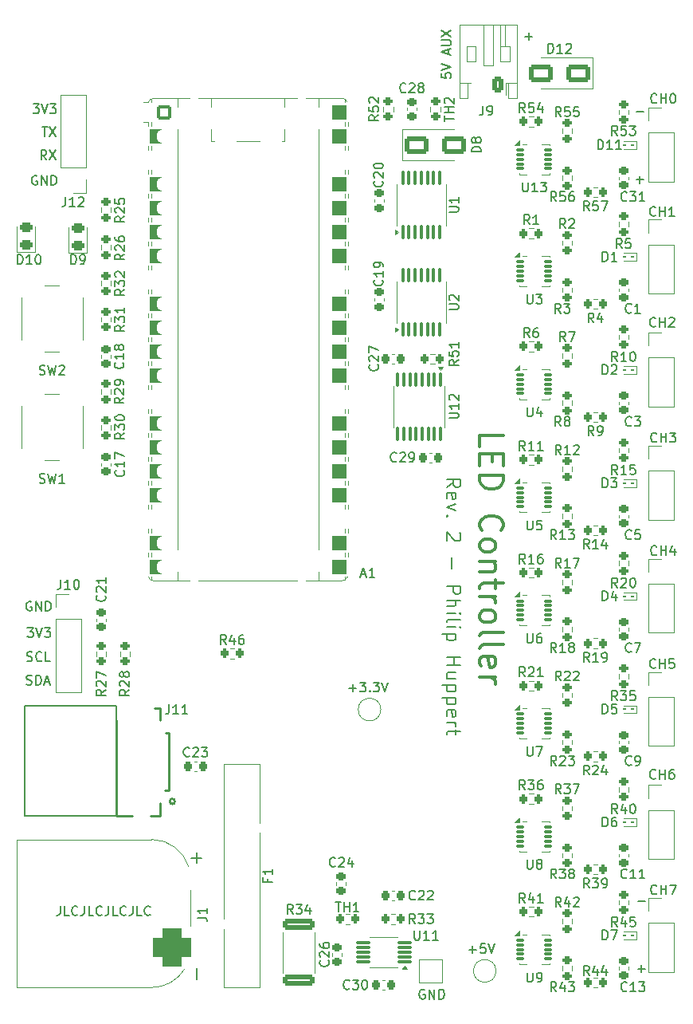
<source format=gbr>
%TF.GenerationSoftware,KiCad,Pcbnew,9.0.6*%
%TF.CreationDate,2025-11-30T21:04:56+01:00*%
%TF.ProjectId,controller,636f6e74-726f-46c6-9c65-722e6b696361,rev?*%
%TF.SameCoordinates,Original*%
%TF.FileFunction,Legend,Top*%
%TF.FilePolarity,Positive*%
%FSLAX46Y46*%
G04 Gerber Fmt 4.6, Leading zero omitted, Abs format (unit mm)*
G04 Created by KiCad (PCBNEW 9.0.6) date 2025-11-30 21:04:56*
%MOMM*%
%LPD*%
G01*
G04 APERTURE LIST*
G04 Aperture macros list*
%AMRoundRect*
0 Rectangle with rounded corners*
0 $1 Rounding radius*
0 $2 $3 $4 $5 $6 $7 $8 $9 X,Y pos of 4 corners*
0 Add a 4 corners polygon primitive as box body*
4,1,4,$2,$3,$4,$5,$6,$7,$8,$9,$2,$3,0*
0 Add four circle primitives for the rounded corners*
1,1,$1+$1,$2,$3*
1,1,$1+$1,$4,$5*
1,1,$1+$1,$6,$7*
1,1,$1+$1,$8,$9*
0 Add four rect primitives between the rounded corners*
20,1,$1+$1,$2,$3,$4,$5,0*
20,1,$1+$1,$4,$5,$6,$7,0*
20,1,$1+$1,$6,$7,$8,$9,0*
20,1,$1+$1,$8,$9,$2,$3,0*%
%AMFreePoly0*
4,1,37,0.800000,0.796148,0.878414,0.796148,1.032228,0.765552,1.177117,0.705537,1.307515,0.618408,1.418408,0.507515,1.505537,0.377117,1.565552,0.232228,1.596148,0.078414,1.596148,-0.078414,1.565552,-0.232228,1.505537,-0.377117,1.418408,-0.507515,1.307515,-0.618408,1.177117,-0.705537,1.032228,-0.765552,0.878414,-0.796148,0.800000,-0.796148,0.800000,-0.800000,-1.400000,-0.800000,
-1.403843,-0.796157,-1.439018,-0.796157,-1.511114,-0.766294,-1.566294,-0.711114,-1.596157,-0.639018,-1.596157,-0.603843,-1.600000,-0.600000,-1.600000,0.600000,-1.596157,0.603843,-1.596157,0.639018,-1.566294,0.711114,-1.511114,0.766294,-1.439018,0.796157,-1.403843,0.796157,-1.400000,0.800000,0.800000,0.800000,0.800000,0.796148,0.800000,0.796148,$1*%
%AMFreePoly1*
4,1,37,1.403843,0.796157,1.439018,0.796157,1.511114,0.766294,1.566294,0.711114,1.596157,0.639018,1.596157,0.603843,1.600000,0.600000,1.600000,-0.600000,1.596157,-0.603843,1.596157,-0.639018,1.566294,-0.711114,1.511114,-0.766294,1.439018,-0.796157,1.403843,-0.796157,1.400000,-0.800000,-0.800000,-0.800000,-0.800000,-0.796148,-0.878414,-0.796148,-1.032228,-0.765552,-1.177117,-0.705537,
-1.307515,-0.618408,-1.418408,-0.507515,-1.505537,-0.377117,-1.565552,-0.232228,-1.596148,-0.078414,-1.596148,0.078414,-1.565552,0.232228,-1.505537,0.377117,-1.418408,0.507515,-1.307515,0.618408,-1.177117,0.705537,-1.032228,0.765552,-0.878414,0.796148,-0.800000,0.796148,-0.800000,0.800000,1.400000,0.800000,1.403843,0.796157,1.403843,0.796157,$1*%
%AMFreePoly2*
4,1,37,0.603843,0.796157,0.639018,0.796157,0.711114,0.766294,0.766294,0.711114,0.796157,0.639018,0.796157,0.603843,0.800000,0.600000,0.800000,-0.600000,0.796157,-0.603843,0.796157,-0.639018,0.766294,-0.711114,0.711114,-0.766294,0.639018,-0.796157,0.603843,-0.796157,0.600000,-0.800000,0.000000,-0.800000,0.000000,-0.796148,-0.078414,-0.796148,-0.232228,-0.765552,-0.377117,-0.705537,
-0.507515,-0.618408,-0.618408,-0.507515,-0.705537,-0.377117,-0.765552,-0.232228,-0.796148,-0.078414,-0.796148,0.078414,-0.765552,0.232228,-0.705537,0.377117,-0.618408,0.507515,-0.507515,0.618408,-0.377117,0.705537,-0.232228,0.765552,-0.078414,0.796148,0.000000,0.796148,0.000000,0.800000,0.600000,0.800000,0.603843,0.796157,0.603843,0.796157,$1*%
%AMFreePoly3*
4,1,37,0.000000,0.796148,0.078414,0.796148,0.232228,0.765552,0.377117,0.705537,0.507515,0.618408,0.618408,0.507515,0.705537,0.377117,0.765552,0.232228,0.796148,0.078414,0.796148,-0.078414,0.765552,-0.232228,0.705537,-0.377117,0.618408,-0.507515,0.507515,-0.618408,0.377117,-0.705537,0.232228,-0.765552,0.078414,-0.796148,0.000000,-0.796148,0.000000,-0.800000,-0.600000,-0.800000,
-0.603843,-0.796157,-0.639018,-0.796157,-0.711114,-0.766294,-0.766294,-0.711114,-0.796157,-0.639018,-0.796157,-0.603843,-0.800000,-0.600000,-0.800000,0.600000,-0.796157,0.603843,-0.796157,0.639018,-0.766294,0.711114,-0.711114,0.766294,-0.639018,0.796157,-0.603843,0.796157,-0.600000,0.800000,0.000000,0.800000,0.000000,0.796148,0.000000,0.796148,$1*%
G04 Aperture macros list end*
%ADD10C,0.200000*%
%ADD11C,0.150000*%
%ADD12C,0.330000*%
%ADD13C,0.120000*%
%ADD14C,0.250000*%
%ADD15RoundRect,0.200000X-0.275000X0.200000X-0.275000X-0.200000X0.275000X-0.200000X0.275000X0.200000X0*%
%ADD16RoundRect,0.062500X-0.117500X-0.062500X0.117500X-0.062500X0.117500X0.062500X-0.117500X0.062500X0*%
%ADD17RoundRect,0.200000X-0.200000X-0.275000X0.200000X-0.275000X0.200000X0.275000X-0.200000X0.275000X0*%
%ADD18RoundRect,0.100000X0.100000X-0.637500X0.100000X0.637500X-0.100000X0.637500X-0.100000X-0.637500X0*%
%ADD19RoundRect,0.225000X-0.250000X0.225000X-0.250000X-0.225000X0.250000X-0.225000X0.250000X0.225000X0*%
%ADD20RoundRect,0.243750X0.456250X-0.243750X0.456250X0.243750X-0.456250X0.243750X-0.456250X-0.243750X0*%
%ADD21RoundRect,0.200000X0.275000X-0.200000X0.275000X0.200000X-0.275000X0.200000X-0.275000X-0.200000X0*%
%ADD22C,2.200000*%
%ADD23RoundRect,0.070000X-0.355000X-0.070000X0.355000X-0.070000X0.355000X0.070000X-0.355000X0.070000X0*%
%ADD24R,0.280000X0.700000*%
%ADD25R,1.650000X2.400000*%
%ADD26C,1.850000*%
%ADD27FreePoly0,0.000000*%
%ADD28RoundRect,0.200000X-0.600000X-0.600000X0.600000X-0.600000X0.600000X0.600000X-0.600000X0.600000X0*%
%ADD29RoundRect,0.800000X-0.800000X-0.000010X0.800000X-0.000010X0.800000X0.000010X-0.800000X0.000010X0*%
%ADD30C,1.600000*%
%ADD31FreePoly1,0.000000*%
%ADD32FreePoly2,0.000000*%
%ADD33FreePoly3,0.000000*%
%ADD34C,2.000000*%
%ADD35RoundRect,0.225000X0.225000X0.250000X-0.225000X0.250000X-0.225000X-0.250000X0.225000X-0.250000X0*%
%ADD36R,1.700000X1.700000*%
%ADD37C,1.700000*%
%ADD38RoundRect,0.225000X0.250000X-0.225000X0.250000X0.225000X-0.250000X0.225000X-0.250000X-0.225000X0*%
%ADD39RoundRect,0.250000X-1.000000X-0.650000X1.000000X-0.650000X1.000000X0.650000X-1.000000X0.650000X0*%
%ADD40R,1.200000X0.700000*%
%ADD41R,3.800000X1.500000*%
%ADD42R,1.400000X1.450000*%
%ADD43RoundRect,0.100000X-0.100000X0.637500X-0.100000X-0.637500X0.100000X-0.637500X0.100000X0.637500X0*%
%ADD44RoundRect,0.225000X-0.225000X-0.250000X0.225000X-0.250000X0.225000X0.250000X-0.225000X0.250000X0*%
%ADD45R,2.000000X2.000000*%
%ADD46C,3.600000*%
%ADD47C,5.700000*%
%ADD48RoundRect,0.200000X0.200000X0.275000X-0.200000X0.275000X-0.200000X-0.275000X0.200000X-0.275000X0*%
%ADD49R,2.000000X0.900000*%
%ADD50RoundRect,1.025000X1.025000X-1.025000X1.025000X1.025000X-1.025000X1.025000X-1.025000X-1.025000X0*%
%ADD51C,4.100000*%
%ADD52RoundRect,0.250000X1.425000X-0.362500X1.425000X0.362500X-1.425000X0.362500X-1.425000X-0.362500X0*%
%ADD53RoundRect,0.250000X0.350000X0.625000X-0.350000X0.625000X-0.350000X-0.625000X0.350000X-0.625000X0*%
%ADD54O,1.200000X1.750000*%
%ADD55RoundRect,0.250000X1.000000X0.650000X-1.000000X0.650000X-1.000000X-0.650000X1.000000X-0.650000X0*%
%ADD56RoundRect,0.075000X0.650000X0.075000X-0.650000X0.075000X-0.650000X-0.075000X0.650000X-0.075000X0*%
G04 APERTURE END LIST*
D10*
X36380000Y-101350000D02*
X46080000Y-101350000D01*
X46080000Y-113050000D01*
X36380000Y-113050000D01*
X36380000Y-101350000D01*
D11*
X101536777Y-129288866D02*
X102298682Y-129288866D01*
X101917729Y-129669819D02*
X101917729Y-128907914D01*
X101336779Y-45488866D02*
X102098684Y-45488866D01*
X101717731Y-45869819D02*
X101717731Y-45107914D01*
X103528207Y-121274580D02*
X103480588Y-121322200D01*
X103480588Y-121322200D02*
X103337731Y-121369819D01*
X103337731Y-121369819D02*
X103242493Y-121369819D01*
X103242493Y-121369819D02*
X103099636Y-121322200D01*
X103099636Y-121322200D02*
X103004398Y-121226961D01*
X103004398Y-121226961D02*
X102956779Y-121131723D01*
X102956779Y-121131723D02*
X102909160Y-120941247D01*
X102909160Y-120941247D02*
X102909160Y-120798390D01*
X102909160Y-120798390D02*
X102956779Y-120607914D01*
X102956779Y-120607914D02*
X103004398Y-120512676D01*
X103004398Y-120512676D02*
X103099636Y-120417438D01*
X103099636Y-120417438D02*
X103242493Y-120369819D01*
X103242493Y-120369819D02*
X103337731Y-120369819D01*
X103337731Y-120369819D02*
X103480588Y-120417438D01*
X103480588Y-120417438D02*
X103528207Y-120465057D01*
X103956779Y-121369819D02*
X103956779Y-120369819D01*
X103956779Y-120846009D02*
X104528207Y-120846009D01*
X104528207Y-121369819D02*
X104528207Y-120369819D01*
X104909160Y-120369819D02*
X105575826Y-120369819D01*
X105575826Y-120369819D02*
X105147255Y-121369819D01*
X89536779Y-30288866D02*
X90298684Y-30288866D01*
X89917731Y-30669819D02*
X89917731Y-29907914D01*
X103408207Y-109024580D02*
X103360588Y-109072200D01*
X103360588Y-109072200D02*
X103217731Y-109119819D01*
X103217731Y-109119819D02*
X103122493Y-109119819D01*
X103122493Y-109119819D02*
X102979636Y-109072200D01*
X102979636Y-109072200D02*
X102884398Y-108976961D01*
X102884398Y-108976961D02*
X102836779Y-108881723D01*
X102836779Y-108881723D02*
X102789160Y-108691247D01*
X102789160Y-108691247D02*
X102789160Y-108548390D01*
X102789160Y-108548390D02*
X102836779Y-108357914D01*
X102836779Y-108357914D02*
X102884398Y-108262676D01*
X102884398Y-108262676D02*
X102979636Y-108167438D01*
X102979636Y-108167438D02*
X103122493Y-108119819D01*
X103122493Y-108119819D02*
X103217731Y-108119819D01*
X103217731Y-108119819D02*
X103360588Y-108167438D01*
X103360588Y-108167438D02*
X103408207Y-108215057D01*
X103836779Y-109119819D02*
X103836779Y-108119819D01*
X103836779Y-108596009D02*
X104408207Y-108596009D01*
X104408207Y-109119819D02*
X104408207Y-108119819D01*
X105312969Y-108119819D02*
X105122493Y-108119819D01*
X105122493Y-108119819D02*
X105027255Y-108167438D01*
X105027255Y-108167438D02*
X104979636Y-108215057D01*
X104979636Y-108215057D02*
X104884398Y-108357914D01*
X104884398Y-108357914D02*
X104836779Y-108548390D01*
X104836779Y-108548390D02*
X104836779Y-108929342D01*
X104836779Y-108929342D02*
X104884398Y-109024580D01*
X104884398Y-109024580D02*
X104932017Y-109072200D01*
X104932017Y-109072200D02*
X105027255Y-109119819D01*
X105027255Y-109119819D02*
X105217731Y-109119819D01*
X105217731Y-109119819D02*
X105312969Y-109072200D01*
X105312969Y-109072200D02*
X105360588Y-109024580D01*
X105360588Y-109024580D02*
X105408207Y-108929342D01*
X105408207Y-108929342D02*
X105408207Y-108691247D01*
X105408207Y-108691247D02*
X105360588Y-108596009D01*
X105360588Y-108596009D02*
X105312969Y-108548390D01*
X105312969Y-108548390D02*
X105217731Y-108500771D01*
X105217731Y-108500771D02*
X105027255Y-108500771D01*
X105027255Y-108500771D02*
X104932017Y-108548390D01*
X104932017Y-108548390D02*
X104884398Y-108596009D01*
X104884398Y-108596009D02*
X104836779Y-108691247D01*
X37660588Y-45117438D02*
X37565350Y-45069819D01*
X37565350Y-45069819D02*
X37422493Y-45069819D01*
X37422493Y-45069819D02*
X37279636Y-45117438D01*
X37279636Y-45117438D02*
X37184398Y-45212676D01*
X37184398Y-45212676D02*
X37136779Y-45307914D01*
X37136779Y-45307914D02*
X37089160Y-45498390D01*
X37089160Y-45498390D02*
X37089160Y-45641247D01*
X37089160Y-45641247D02*
X37136779Y-45831723D01*
X37136779Y-45831723D02*
X37184398Y-45926961D01*
X37184398Y-45926961D02*
X37279636Y-46022200D01*
X37279636Y-46022200D02*
X37422493Y-46069819D01*
X37422493Y-46069819D02*
X37517731Y-46069819D01*
X37517731Y-46069819D02*
X37660588Y-46022200D01*
X37660588Y-46022200D02*
X37708207Y-45974580D01*
X37708207Y-45974580D02*
X37708207Y-45641247D01*
X37708207Y-45641247D02*
X37517731Y-45641247D01*
X38136779Y-46069819D02*
X38136779Y-45069819D01*
X38136779Y-45069819D02*
X38708207Y-46069819D01*
X38708207Y-46069819D02*
X38708207Y-45069819D01*
X39184398Y-46069819D02*
X39184398Y-45069819D01*
X39184398Y-45069819D02*
X39422493Y-45069819D01*
X39422493Y-45069819D02*
X39565350Y-45117438D01*
X39565350Y-45117438D02*
X39660588Y-45212676D01*
X39660588Y-45212676D02*
X39708207Y-45307914D01*
X39708207Y-45307914D02*
X39755826Y-45498390D01*
X39755826Y-45498390D02*
X39755826Y-45641247D01*
X39755826Y-45641247D02*
X39708207Y-45831723D01*
X39708207Y-45831723D02*
X39660588Y-45926961D01*
X39660588Y-45926961D02*
X39565350Y-46022200D01*
X39565350Y-46022200D02*
X39422493Y-46069819D01*
X39422493Y-46069819D02*
X39184398Y-46069819D01*
X101536777Y-122088866D02*
X102298682Y-122088866D01*
D10*
X81193971Y-78145863D02*
X81908257Y-77645863D01*
X81193971Y-77288720D02*
X82693971Y-77288720D01*
X82693971Y-77288720D02*
X82693971Y-77860149D01*
X82693971Y-77860149D02*
X82622542Y-78003006D01*
X82622542Y-78003006D02*
X82551114Y-78074435D01*
X82551114Y-78074435D02*
X82408257Y-78145863D01*
X82408257Y-78145863D02*
X82193971Y-78145863D01*
X82193971Y-78145863D02*
X82051114Y-78074435D01*
X82051114Y-78074435D02*
X81979685Y-78003006D01*
X81979685Y-78003006D02*
X81908257Y-77860149D01*
X81908257Y-77860149D02*
X81908257Y-77288720D01*
X81265400Y-79360149D02*
X81193971Y-79217292D01*
X81193971Y-79217292D02*
X81193971Y-78931578D01*
X81193971Y-78931578D02*
X81265400Y-78788720D01*
X81265400Y-78788720D02*
X81408257Y-78717292D01*
X81408257Y-78717292D02*
X81979685Y-78717292D01*
X81979685Y-78717292D02*
X82122542Y-78788720D01*
X82122542Y-78788720D02*
X82193971Y-78931578D01*
X82193971Y-78931578D02*
X82193971Y-79217292D01*
X82193971Y-79217292D02*
X82122542Y-79360149D01*
X82122542Y-79360149D02*
X81979685Y-79431578D01*
X81979685Y-79431578D02*
X81836828Y-79431578D01*
X81836828Y-79431578D02*
X81693971Y-78717292D01*
X82193971Y-79931577D02*
X81193971Y-80288720D01*
X81193971Y-80288720D02*
X82193971Y-80645863D01*
X81336828Y-81217291D02*
X81265400Y-81288720D01*
X81265400Y-81288720D02*
X81193971Y-81217291D01*
X81193971Y-81217291D02*
X81265400Y-81145863D01*
X81265400Y-81145863D02*
X81336828Y-81217291D01*
X81336828Y-81217291D02*
X81193971Y-81217291D01*
X82551114Y-83003006D02*
X82622542Y-83074434D01*
X82622542Y-83074434D02*
X82693971Y-83217292D01*
X82693971Y-83217292D02*
X82693971Y-83574434D01*
X82693971Y-83574434D02*
X82622542Y-83717292D01*
X82622542Y-83717292D02*
X82551114Y-83788720D01*
X82551114Y-83788720D02*
X82408257Y-83860149D01*
X82408257Y-83860149D02*
X82265400Y-83860149D01*
X82265400Y-83860149D02*
X82051114Y-83788720D01*
X82051114Y-83788720D02*
X81193971Y-82931577D01*
X81193971Y-82931577D02*
X81193971Y-83860149D01*
X81765400Y-85645862D02*
X81765400Y-86788720D01*
X81193971Y-88645862D02*
X82693971Y-88645862D01*
X82693971Y-88645862D02*
X82693971Y-89217291D01*
X82693971Y-89217291D02*
X82622542Y-89360148D01*
X82622542Y-89360148D02*
X82551114Y-89431577D01*
X82551114Y-89431577D02*
X82408257Y-89503005D01*
X82408257Y-89503005D02*
X82193971Y-89503005D01*
X82193971Y-89503005D02*
X82051114Y-89431577D01*
X82051114Y-89431577D02*
X81979685Y-89360148D01*
X81979685Y-89360148D02*
X81908257Y-89217291D01*
X81908257Y-89217291D02*
X81908257Y-88645862D01*
X81193971Y-90145862D02*
X82693971Y-90145862D01*
X81193971Y-90788720D02*
X81979685Y-90788720D01*
X81979685Y-90788720D02*
X82122542Y-90717291D01*
X82122542Y-90717291D02*
X82193971Y-90574434D01*
X82193971Y-90574434D02*
X82193971Y-90360148D01*
X82193971Y-90360148D02*
X82122542Y-90217291D01*
X82122542Y-90217291D02*
X82051114Y-90145862D01*
X81193971Y-91503005D02*
X82193971Y-91503005D01*
X82693971Y-91503005D02*
X82622542Y-91431577D01*
X82622542Y-91431577D02*
X82551114Y-91503005D01*
X82551114Y-91503005D02*
X82622542Y-91574434D01*
X82622542Y-91574434D02*
X82693971Y-91503005D01*
X82693971Y-91503005D02*
X82551114Y-91503005D01*
X81193971Y-92431577D02*
X81265400Y-92288720D01*
X81265400Y-92288720D02*
X81408257Y-92217291D01*
X81408257Y-92217291D02*
X82693971Y-92217291D01*
X81193971Y-93003005D02*
X82193971Y-93003005D01*
X82693971Y-93003005D02*
X82622542Y-92931577D01*
X82622542Y-92931577D02*
X82551114Y-93003005D01*
X82551114Y-93003005D02*
X82622542Y-93074434D01*
X82622542Y-93074434D02*
X82693971Y-93003005D01*
X82693971Y-93003005D02*
X82551114Y-93003005D01*
X82193971Y-93717291D02*
X80693971Y-93717291D01*
X82122542Y-93717291D02*
X82193971Y-93860149D01*
X82193971Y-93860149D02*
X82193971Y-94145863D01*
X82193971Y-94145863D02*
X82122542Y-94288720D01*
X82122542Y-94288720D02*
X82051114Y-94360149D01*
X82051114Y-94360149D02*
X81908257Y-94431577D01*
X81908257Y-94431577D02*
X81479685Y-94431577D01*
X81479685Y-94431577D02*
X81336828Y-94360149D01*
X81336828Y-94360149D02*
X81265400Y-94288720D01*
X81265400Y-94288720D02*
X81193971Y-94145863D01*
X81193971Y-94145863D02*
X81193971Y-93860149D01*
X81193971Y-93860149D02*
X81265400Y-93717291D01*
X81193971Y-96217291D02*
X82693971Y-96217291D01*
X81979685Y-96217291D02*
X81979685Y-97074434D01*
X81193971Y-97074434D02*
X82693971Y-97074434D01*
X82193971Y-98431578D02*
X81193971Y-98431578D01*
X82193971Y-97788720D02*
X81408257Y-97788720D01*
X81408257Y-97788720D02*
X81265400Y-97860149D01*
X81265400Y-97860149D02*
X81193971Y-98003006D01*
X81193971Y-98003006D02*
X81193971Y-98217292D01*
X81193971Y-98217292D02*
X81265400Y-98360149D01*
X81265400Y-98360149D02*
X81336828Y-98431578D01*
X82193971Y-99145863D02*
X80693971Y-99145863D01*
X82122542Y-99145863D02*
X82193971Y-99288721D01*
X82193971Y-99288721D02*
X82193971Y-99574435D01*
X82193971Y-99574435D02*
X82122542Y-99717292D01*
X82122542Y-99717292D02*
X82051114Y-99788721D01*
X82051114Y-99788721D02*
X81908257Y-99860149D01*
X81908257Y-99860149D02*
X81479685Y-99860149D01*
X81479685Y-99860149D02*
X81336828Y-99788721D01*
X81336828Y-99788721D02*
X81265400Y-99717292D01*
X81265400Y-99717292D02*
X81193971Y-99574435D01*
X81193971Y-99574435D02*
X81193971Y-99288721D01*
X81193971Y-99288721D02*
X81265400Y-99145863D01*
X82193971Y-100503006D02*
X80693971Y-100503006D01*
X82122542Y-100503006D02*
X82193971Y-100645864D01*
X82193971Y-100645864D02*
X82193971Y-100931578D01*
X82193971Y-100931578D02*
X82122542Y-101074435D01*
X82122542Y-101074435D02*
X82051114Y-101145864D01*
X82051114Y-101145864D02*
X81908257Y-101217292D01*
X81908257Y-101217292D02*
X81479685Y-101217292D01*
X81479685Y-101217292D02*
X81336828Y-101145864D01*
X81336828Y-101145864D02*
X81265400Y-101074435D01*
X81265400Y-101074435D02*
X81193971Y-100931578D01*
X81193971Y-100931578D02*
X81193971Y-100645864D01*
X81193971Y-100645864D02*
X81265400Y-100503006D01*
X81265400Y-102431578D02*
X81193971Y-102288721D01*
X81193971Y-102288721D02*
X81193971Y-102003007D01*
X81193971Y-102003007D02*
X81265400Y-101860149D01*
X81265400Y-101860149D02*
X81408257Y-101788721D01*
X81408257Y-101788721D02*
X81979685Y-101788721D01*
X81979685Y-101788721D02*
X82122542Y-101860149D01*
X82122542Y-101860149D02*
X82193971Y-102003007D01*
X82193971Y-102003007D02*
X82193971Y-102288721D01*
X82193971Y-102288721D02*
X82122542Y-102431578D01*
X82122542Y-102431578D02*
X81979685Y-102503007D01*
X81979685Y-102503007D02*
X81836828Y-102503007D01*
X81836828Y-102503007D02*
X81693971Y-101788721D01*
X81193971Y-103145863D02*
X82193971Y-103145863D01*
X81908257Y-103145863D02*
X82051114Y-103217292D01*
X82051114Y-103217292D02*
X82122542Y-103288721D01*
X82122542Y-103288721D02*
X82193971Y-103431578D01*
X82193971Y-103431578D02*
X82193971Y-103574435D01*
X82193971Y-103860149D02*
X82193971Y-104431577D01*
X82693971Y-104074434D02*
X81408257Y-104074434D01*
X81408257Y-104074434D02*
X81265400Y-104145863D01*
X81265400Y-104145863D02*
X81193971Y-104288720D01*
X81193971Y-104288720D02*
X81193971Y-104431577D01*
D11*
X36539160Y-99072200D02*
X36682017Y-99119819D01*
X36682017Y-99119819D02*
X36920112Y-99119819D01*
X36920112Y-99119819D02*
X37015350Y-99072200D01*
X37015350Y-99072200D02*
X37062969Y-99024580D01*
X37062969Y-99024580D02*
X37110588Y-98929342D01*
X37110588Y-98929342D02*
X37110588Y-98834104D01*
X37110588Y-98834104D02*
X37062969Y-98738866D01*
X37062969Y-98738866D02*
X37015350Y-98691247D01*
X37015350Y-98691247D02*
X36920112Y-98643628D01*
X36920112Y-98643628D02*
X36729636Y-98596009D01*
X36729636Y-98596009D02*
X36634398Y-98548390D01*
X36634398Y-98548390D02*
X36586779Y-98500771D01*
X36586779Y-98500771D02*
X36539160Y-98405533D01*
X36539160Y-98405533D02*
X36539160Y-98310295D01*
X36539160Y-98310295D02*
X36586779Y-98215057D01*
X36586779Y-98215057D02*
X36634398Y-98167438D01*
X36634398Y-98167438D02*
X36729636Y-98119819D01*
X36729636Y-98119819D02*
X36967731Y-98119819D01*
X36967731Y-98119819D02*
X37110588Y-98167438D01*
X37539160Y-99119819D02*
X37539160Y-98119819D01*
X37539160Y-98119819D02*
X37777255Y-98119819D01*
X37777255Y-98119819D02*
X37920112Y-98167438D01*
X37920112Y-98167438D02*
X38015350Y-98262676D01*
X38015350Y-98262676D02*
X38062969Y-98357914D01*
X38062969Y-98357914D02*
X38110588Y-98548390D01*
X38110588Y-98548390D02*
X38110588Y-98691247D01*
X38110588Y-98691247D02*
X38062969Y-98881723D01*
X38062969Y-98881723D02*
X38015350Y-98976961D01*
X38015350Y-98976961D02*
X37920112Y-99072200D01*
X37920112Y-99072200D02*
X37777255Y-99119819D01*
X37777255Y-99119819D02*
X37539160Y-99119819D01*
X38491541Y-98834104D02*
X38967731Y-98834104D01*
X38396303Y-99119819D02*
X38729636Y-98119819D01*
X38729636Y-98119819D02*
X39062969Y-99119819D01*
X37241541Y-37469819D02*
X37860588Y-37469819D01*
X37860588Y-37469819D02*
X37527255Y-37850771D01*
X37527255Y-37850771D02*
X37670112Y-37850771D01*
X37670112Y-37850771D02*
X37765350Y-37898390D01*
X37765350Y-37898390D02*
X37812969Y-37946009D01*
X37812969Y-37946009D02*
X37860588Y-38041247D01*
X37860588Y-38041247D02*
X37860588Y-38279342D01*
X37860588Y-38279342D02*
X37812969Y-38374580D01*
X37812969Y-38374580D02*
X37765350Y-38422200D01*
X37765350Y-38422200D02*
X37670112Y-38469819D01*
X37670112Y-38469819D02*
X37384398Y-38469819D01*
X37384398Y-38469819D02*
X37289160Y-38422200D01*
X37289160Y-38422200D02*
X37241541Y-38374580D01*
X38146303Y-37469819D02*
X38479636Y-38469819D01*
X38479636Y-38469819D02*
X38812969Y-37469819D01*
X39051065Y-37469819D02*
X39670112Y-37469819D01*
X39670112Y-37469819D02*
X39336779Y-37850771D01*
X39336779Y-37850771D02*
X39479636Y-37850771D01*
X39479636Y-37850771D02*
X39574874Y-37898390D01*
X39574874Y-37898390D02*
X39622493Y-37946009D01*
X39622493Y-37946009D02*
X39670112Y-38041247D01*
X39670112Y-38041247D02*
X39670112Y-38279342D01*
X39670112Y-38279342D02*
X39622493Y-38374580D01*
X39622493Y-38374580D02*
X39574874Y-38422200D01*
X39574874Y-38422200D02*
X39479636Y-38469819D01*
X39479636Y-38469819D02*
X39193922Y-38469819D01*
X39193922Y-38469819D02*
X39098684Y-38422200D01*
X39098684Y-38422200D02*
X39051065Y-38374580D01*
X78860588Y-131517438D02*
X78765350Y-131469819D01*
X78765350Y-131469819D02*
X78622493Y-131469819D01*
X78622493Y-131469819D02*
X78479636Y-131517438D01*
X78479636Y-131517438D02*
X78384398Y-131612676D01*
X78384398Y-131612676D02*
X78336779Y-131707914D01*
X78336779Y-131707914D02*
X78289160Y-131898390D01*
X78289160Y-131898390D02*
X78289160Y-132041247D01*
X78289160Y-132041247D02*
X78336779Y-132231723D01*
X78336779Y-132231723D02*
X78384398Y-132326961D01*
X78384398Y-132326961D02*
X78479636Y-132422200D01*
X78479636Y-132422200D02*
X78622493Y-132469819D01*
X78622493Y-132469819D02*
X78717731Y-132469819D01*
X78717731Y-132469819D02*
X78860588Y-132422200D01*
X78860588Y-132422200D02*
X78908207Y-132374580D01*
X78908207Y-132374580D02*
X78908207Y-132041247D01*
X78908207Y-132041247D02*
X78717731Y-132041247D01*
X79336779Y-132469819D02*
X79336779Y-131469819D01*
X79336779Y-131469819D02*
X79908207Y-132469819D01*
X79908207Y-132469819D02*
X79908207Y-131469819D01*
X80384398Y-132469819D02*
X80384398Y-131469819D01*
X80384398Y-131469819D02*
X80622493Y-131469819D01*
X80622493Y-131469819D02*
X80765350Y-131517438D01*
X80765350Y-131517438D02*
X80860588Y-131612676D01*
X80860588Y-131612676D02*
X80908207Y-131707914D01*
X80908207Y-131707914D02*
X80955826Y-131898390D01*
X80955826Y-131898390D02*
X80955826Y-132041247D01*
X80955826Y-132041247D02*
X80908207Y-132231723D01*
X80908207Y-132231723D02*
X80860588Y-132326961D01*
X80860588Y-132326961D02*
X80765350Y-132422200D01*
X80765350Y-132422200D02*
X80622493Y-132469819D01*
X80622493Y-132469819D02*
X80384398Y-132469819D01*
X37060588Y-90317438D02*
X36965350Y-90269819D01*
X36965350Y-90269819D02*
X36822493Y-90269819D01*
X36822493Y-90269819D02*
X36679636Y-90317438D01*
X36679636Y-90317438D02*
X36584398Y-90412676D01*
X36584398Y-90412676D02*
X36536779Y-90507914D01*
X36536779Y-90507914D02*
X36489160Y-90698390D01*
X36489160Y-90698390D02*
X36489160Y-90841247D01*
X36489160Y-90841247D02*
X36536779Y-91031723D01*
X36536779Y-91031723D02*
X36584398Y-91126961D01*
X36584398Y-91126961D02*
X36679636Y-91222200D01*
X36679636Y-91222200D02*
X36822493Y-91269819D01*
X36822493Y-91269819D02*
X36917731Y-91269819D01*
X36917731Y-91269819D02*
X37060588Y-91222200D01*
X37060588Y-91222200D02*
X37108207Y-91174580D01*
X37108207Y-91174580D02*
X37108207Y-90841247D01*
X37108207Y-90841247D02*
X36917731Y-90841247D01*
X37536779Y-91269819D02*
X37536779Y-90269819D01*
X37536779Y-90269819D02*
X38108207Y-91269819D01*
X38108207Y-91269819D02*
X38108207Y-90269819D01*
X38584398Y-91269819D02*
X38584398Y-90269819D01*
X38584398Y-90269819D02*
X38822493Y-90269819D01*
X38822493Y-90269819D02*
X38965350Y-90317438D01*
X38965350Y-90317438D02*
X39060588Y-90412676D01*
X39060588Y-90412676D02*
X39108207Y-90507914D01*
X39108207Y-90507914D02*
X39155826Y-90698390D01*
X39155826Y-90698390D02*
X39155826Y-90841247D01*
X39155826Y-90841247D02*
X39108207Y-91031723D01*
X39108207Y-91031723D02*
X39060588Y-91126961D01*
X39060588Y-91126961D02*
X38965350Y-91222200D01*
X38965350Y-91222200D02*
X38822493Y-91269819D01*
X38822493Y-91269819D02*
X38584398Y-91269819D01*
X38658207Y-43369819D02*
X38324874Y-42893628D01*
X38086779Y-43369819D02*
X38086779Y-42369819D01*
X38086779Y-42369819D02*
X38467731Y-42369819D01*
X38467731Y-42369819D02*
X38562969Y-42417438D01*
X38562969Y-42417438D02*
X38610588Y-42465057D01*
X38610588Y-42465057D02*
X38658207Y-42560295D01*
X38658207Y-42560295D02*
X38658207Y-42703152D01*
X38658207Y-42703152D02*
X38610588Y-42798390D01*
X38610588Y-42798390D02*
X38562969Y-42846009D01*
X38562969Y-42846009D02*
X38467731Y-42893628D01*
X38467731Y-42893628D02*
X38086779Y-42893628D01*
X38991541Y-42369819D02*
X39658207Y-43369819D01*
X39658207Y-42369819D02*
X38991541Y-43369819D01*
X80669819Y-34187030D02*
X80669819Y-34663220D01*
X80669819Y-34663220D02*
X81146009Y-34710839D01*
X81146009Y-34710839D02*
X81098390Y-34663220D01*
X81098390Y-34663220D02*
X81050771Y-34567982D01*
X81050771Y-34567982D02*
X81050771Y-34329887D01*
X81050771Y-34329887D02*
X81098390Y-34234649D01*
X81098390Y-34234649D02*
X81146009Y-34187030D01*
X81146009Y-34187030D02*
X81241247Y-34139411D01*
X81241247Y-34139411D02*
X81479342Y-34139411D01*
X81479342Y-34139411D02*
X81574580Y-34187030D01*
X81574580Y-34187030D02*
X81622200Y-34234649D01*
X81622200Y-34234649D02*
X81669819Y-34329887D01*
X81669819Y-34329887D02*
X81669819Y-34567982D01*
X81669819Y-34567982D02*
X81622200Y-34663220D01*
X81622200Y-34663220D02*
X81574580Y-34710839D01*
X80669819Y-33853696D02*
X81669819Y-33520363D01*
X81669819Y-33520363D02*
X80669819Y-33187030D01*
X81384104Y-32139410D02*
X81384104Y-31663220D01*
X81669819Y-32234648D02*
X80669819Y-31901315D01*
X80669819Y-31901315D02*
X81669819Y-31567982D01*
X80669819Y-31234648D02*
X81479342Y-31234648D01*
X81479342Y-31234648D02*
X81574580Y-31187029D01*
X81574580Y-31187029D02*
X81622200Y-31139410D01*
X81622200Y-31139410D02*
X81669819Y-31044172D01*
X81669819Y-31044172D02*
X81669819Y-30853696D01*
X81669819Y-30853696D02*
X81622200Y-30758458D01*
X81622200Y-30758458D02*
X81574580Y-30710839D01*
X81574580Y-30710839D02*
X81479342Y-30663220D01*
X81479342Y-30663220D02*
X80669819Y-30663220D01*
X80669819Y-30282267D02*
X81669819Y-29615601D01*
X80669819Y-29615601D02*
X81669819Y-30282267D01*
D12*
X84723112Y-73802819D02*
X84723112Y-72612343D01*
X84723112Y-72612343D02*
X87223112Y-72612343D01*
X86032636Y-74636153D02*
X86032636Y-75469486D01*
X84723112Y-75826629D02*
X84723112Y-74636153D01*
X84723112Y-74636153D02*
X87223112Y-74636153D01*
X87223112Y-74636153D02*
X87223112Y-75826629D01*
X84723112Y-76898058D02*
X87223112Y-76898058D01*
X87223112Y-76898058D02*
X87223112Y-77493296D01*
X87223112Y-77493296D02*
X87104064Y-77850439D01*
X87104064Y-77850439D02*
X86865969Y-78088534D01*
X86865969Y-78088534D02*
X86627874Y-78207581D01*
X86627874Y-78207581D02*
X86151683Y-78326629D01*
X86151683Y-78326629D02*
X85794540Y-78326629D01*
X85794540Y-78326629D02*
X85318350Y-78207581D01*
X85318350Y-78207581D02*
X85080255Y-78088534D01*
X85080255Y-78088534D02*
X84842160Y-77850439D01*
X84842160Y-77850439D02*
X84723112Y-77493296D01*
X84723112Y-77493296D02*
X84723112Y-76898058D01*
X84961207Y-82731391D02*
X84842160Y-82612343D01*
X84842160Y-82612343D02*
X84723112Y-82255201D01*
X84723112Y-82255201D02*
X84723112Y-82017105D01*
X84723112Y-82017105D02*
X84842160Y-81659962D01*
X84842160Y-81659962D02*
X85080255Y-81421867D01*
X85080255Y-81421867D02*
X85318350Y-81302820D01*
X85318350Y-81302820D02*
X85794540Y-81183772D01*
X85794540Y-81183772D02*
X86151683Y-81183772D01*
X86151683Y-81183772D02*
X86627874Y-81302820D01*
X86627874Y-81302820D02*
X86865969Y-81421867D01*
X86865969Y-81421867D02*
X87104064Y-81659962D01*
X87104064Y-81659962D02*
X87223112Y-82017105D01*
X87223112Y-82017105D02*
X87223112Y-82255201D01*
X87223112Y-82255201D02*
X87104064Y-82612343D01*
X87104064Y-82612343D02*
X86985017Y-82731391D01*
X84723112Y-84159962D02*
X84842160Y-83921867D01*
X84842160Y-83921867D02*
X84961207Y-83802820D01*
X84961207Y-83802820D02*
X85199302Y-83683772D01*
X85199302Y-83683772D02*
X85913588Y-83683772D01*
X85913588Y-83683772D02*
X86151683Y-83802820D01*
X86151683Y-83802820D02*
X86270731Y-83921867D01*
X86270731Y-83921867D02*
X86389779Y-84159962D01*
X86389779Y-84159962D02*
X86389779Y-84517105D01*
X86389779Y-84517105D02*
X86270731Y-84755201D01*
X86270731Y-84755201D02*
X86151683Y-84874248D01*
X86151683Y-84874248D02*
X85913588Y-84993296D01*
X85913588Y-84993296D02*
X85199302Y-84993296D01*
X85199302Y-84993296D02*
X84961207Y-84874248D01*
X84961207Y-84874248D02*
X84842160Y-84755201D01*
X84842160Y-84755201D02*
X84723112Y-84517105D01*
X84723112Y-84517105D02*
X84723112Y-84159962D01*
X86389779Y-86064725D02*
X84723112Y-86064725D01*
X86151683Y-86064725D02*
X86270731Y-86183772D01*
X86270731Y-86183772D02*
X86389779Y-86421867D01*
X86389779Y-86421867D02*
X86389779Y-86779010D01*
X86389779Y-86779010D02*
X86270731Y-87017106D01*
X86270731Y-87017106D02*
X86032636Y-87136153D01*
X86032636Y-87136153D02*
X84723112Y-87136153D01*
X86389779Y-87969487D02*
X86389779Y-88921868D01*
X87223112Y-88326630D02*
X85080255Y-88326630D01*
X85080255Y-88326630D02*
X84842160Y-88445677D01*
X84842160Y-88445677D02*
X84723112Y-88683772D01*
X84723112Y-88683772D02*
X84723112Y-88921868D01*
X84723112Y-89755201D02*
X86389779Y-89755201D01*
X85913588Y-89755201D02*
X86151683Y-89874248D01*
X86151683Y-89874248D02*
X86270731Y-89993296D01*
X86270731Y-89993296D02*
X86389779Y-90231391D01*
X86389779Y-90231391D02*
X86389779Y-90469486D01*
X84723112Y-91659962D02*
X84842160Y-91421867D01*
X84842160Y-91421867D02*
X84961207Y-91302820D01*
X84961207Y-91302820D02*
X85199302Y-91183772D01*
X85199302Y-91183772D02*
X85913588Y-91183772D01*
X85913588Y-91183772D02*
X86151683Y-91302820D01*
X86151683Y-91302820D02*
X86270731Y-91421867D01*
X86270731Y-91421867D02*
X86389779Y-91659962D01*
X86389779Y-91659962D02*
X86389779Y-92017105D01*
X86389779Y-92017105D02*
X86270731Y-92255201D01*
X86270731Y-92255201D02*
X86151683Y-92374248D01*
X86151683Y-92374248D02*
X85913588Y-92493296D01*
X85913588Y-92493296D02*
X85199302Y-92493296D01*
X85199302Y-92493296D02*
X84961207Y-92374248D01*
X84961207Y-92374248D02*
X84842160Y-92255201D01*
X84842160Y-92255201D02*
X84723112Y-92017105D01*
X84723112Y-92017105D02*
X84723112Y-91659962D01*
X84723112Y-93921867D02*
X84842160Y-93683772D01*
X84842160Y-93683772D02*
X85080255Y-93564725D01*
X85080255Y-93564725D02*
X87223112Y-93564725D01*
X84723112Y-95231391D02*
X84842160Y-94993296D01*
X84842160Y-94993296D02*
X85080255Y-94874249D01*
X85080255Y-94874249D02*
X87223112Y-94874249D01*
X84842160Y-97136154D02*
X84723112Y-96898058D01*
X84723112Y-96898058D02*
X84723112Y-96421868D01*
X84723112Y-96421868D02*
X84842160Y-96183773D01*
X84842160Y-96183773D02*
X85080255Y-96064725D01*
X85080255Y-96064725D02*
X86032636Y-96064725D01*
X86032636Y-96064725D02*
X86270731Y-96183773D01*
X86270731Y-96183773D02*
X86389779Y-96421868D01*
X86389779Y-96421868D02*
X86389779Y-96898058D01*
X86389779Y-96898058D02*
X86270731Y-97136154D01*
X86270731Y-97136154D02*
X86032636Y-97255201D01*
X86032636Y-97255201D02*
X85794540Y-97255201D01*
X85794540Y-97255201D02*
X85556445Y-96064725D01*
X84723112Y-98326630D02*
X86389779Y-98326630D01*
X85913588Y-98326630D02*
X86151683Y-98445677D01*
X86151683Y-98445677D02*
X86270731Y-98564725D01*
X86270731Y-98564725D02*
X86389779Y-98802820D01*
X86389779Y-98802820D02*
X86389779Y-99040915D01*
D11*
X101336779Y-38288866D02*
X102098684Y-38288866D01*
X83586779Y-127238866D02*
X84348684Y-127238866D01*
X83967731Y-127619819D02*
X83967731Y-126857914D01*
X85301064Y-126619819D02*
X84824874Y-126619819D01*
X84824874Y-126619819D02*
X84777255Y-127096009D01*
X84777255Y-127096009D02*
X84824874Y-127048390D01*
X84824874Y-127048390D02*
X84920112Y-127000771D01*
X84920112Y-127000771D02*
X85158207Y-127000771D01*
X85158207Y-127000771D02*
X85253445Y-127048390D01*
X85253445Y-127048390D02*
X85301064Y-127096009D01*
X85301064Y-127096009D02*
X85348683Y-127191247D01*
X85348683Y-127191247D02*
X85348683Y-127429342D01*
X85348683Y-127429342D02*
X85301064Y-127524580D01*
X85301064Y-127524580D02*
X85253445Y-127572200D01*
X85253445Y-127572200D02*
X85158207Y-127619819D01*
X85158207Y-127619819D02*
X84920112Y-127619819D01*
X84920112Y-127619819D02*
X84824874Y-127572200D01*
X84824874Y-127572200D02*
X84777255Y-127524580D01*
X85634398Y-126619819D02*
X85967731Y-127619819D01*
X85967731Y-127619819D02*
X86301064Y-126619819D01*
X103528207Y-37274580D02*
X103480588Y-37322200D01*
X103480588Y-37322200D02*
X103337731Y-37369819D01*
X103337731Y-37369819D02*
X103242493Y-37369819D01*
X103242493Y-37369819D02*
X103099636Y-37322200D01*
X103099636Y-37322200D02*
X103004398Y-37226961D01*
X103004398Y-37226961D02*
X102956779Y-37131723D01*
X102956779Y-37131723D02*
X102909160Y-36941247D01*
X102909160Y-36941247D02*
X102909160Y-36798390D01*
X102909160Y-36798390D02*
X102956779Y-36607914D01*
X102956779Y-36607914D02*
X103004398Y-36512676D01*
X103004398Y-36512676D02*
X103099636Y-36417438D01*
X103099636Y-36417438D02*
X103242493Y-36369819D01*
X103242493Y-36369819D02*
X103337731Y-36369819D01*
X103337731Y-36369819D02*
X103480588Y-36417438D01*
X103480588Y-36417438D02*
X103528207Y-36465057D01*
X103956779Y-37369819D02*
X103956779Y-36369819D01*
X103956779Y-36846009D02*
X104528207Y-36846009D01*
X104528207Y-37369819D02*
X104528207Y-36369819D01*
X105194874Y-36369819D02*
X105290112Y-36369819D01*
X105290112Y-36369819D02*
X105385350Y-36417438D01*
X105385350Y-36417438D02*
X105432969Y-36465057D01*
X105432969Y-36465057D02*
X105480588Y-36560295D01*
X105480588Y-36560295D02*
X105528207Y-36750771D01*
X105528207Y-36750771D02*
X105528207Y-36988866D01*
X105528207Y-36988866D02*
X105480588Y-37179342D01*
X105480588Y-37179342D02*
X105432969Y-37274580D01*
X105432969Y-37274580D02*
X105385350Y-37322200D01*
X105385350Y-37322200D02*
X105290112Y-37369819D01*
X105290112Y-37369819D02*
X105194874Y-37369819D01*
X105194874Y-37369819D02*
X105099636Y-37322200D01*
X105099636Y-37322200D02*
X105052017Y-37274580D01*
X105052017Y-37274580D02*
X105004398Y-37179342D01*
X105004398Y-37179342D02*
X104956779Y-36988866D01*
X104956779Y-36988866D02*
X104956779Y-36750771D01*
X104956779Y-36750771D02*
X105004398Y-36560295D01*
X105004398Y-36560295D02*
X105052017Y-36465057D01*
X105052017Y-36465057D02*
X105099636Y-36417438D01*
X105099636Y-36417438D02*
X105194874Y-36369819D01*
X103408207Y-49274580D02*
X103360588Y-49322200D01*
X103360588Y-49322200D02*
X103217731Y-49369819D01*
X103217731Y-49369819D02*
X103122493Y-49369819D01*
X103122493Y-49369819D02*
X102979636Y-49322200D01*
X102979636Y-49322200D02*
X102884398Y-49226961D01*
X102884398Y-49226961D02*
X102836779Y-49131723D01*
X102836779Y-49131723D02*
X102789160Y-48941247D01*
X102789160Y-48941247D02*
X102789160Y-48798390D01*
X102789160Y-48798390D02*
X102836779Y-48607914D01*
X102836779Y-48607914D02*
X102884398Y-48512676D01*
X102884398Y-48512676D02*
X102979636Y-48417438D01*
X102979636Y-48417438D02*
X103122493Y-48369819D01*
X103122493Y-48369819D02*
X103217731Y-48369819D01*
X103217731Y-48369819D02*
X103360588Y-48417438D01*
X103360588Y-48417438D02*
X103408207Y-48465057D01*
X103836779Y-49369819D02*
X103836779Y-48369819D01*
X103836779Y-48846009D02*
X104408207Y-48846009D01*
X104408207Y-49369819D02*
X104408207Y-48369819D01*
X105408207Y-49369819D02*
X104836779Y-49369819D01*
X105122493Y-49369819D02*
X105122493Y-48369819D01*
X105122493Y-48369819D02*
X105027255Y-48512676D01*
X105027255Y-48512676D02*
X104932017Y-48607914D01*
X104932017Y-48607914D02*
X104836779Y-48655533D01*
X36579887Y-96572200D02*
X36722744Y-96619819D01*
X36722744Y-96619819D02*
X36960839Y-96619819D01*
X36960839Y-96619819D02*
X37056077Y-96572200D01*
X37056077Y-96572200D02*
X37103696Y-96524580D01*
X37103696Y-96524580D02*
X37151315Y-96429342D01*
X37151315Y-96429342D02*
X37151315Y-96334104D01*
X37151315Y-96334104D02*
X37103696Y-96238866D01*
X37103696Y-96238866D02*
X37056077Y-96191247D01*
X37056077Y-96191247D02*
X36960839Y-96143628D01*
X36960839Y-96143628D02*
X36770363Y-96096009D01*
X36770363Y-96096009D02*
X36675125Y-96048390D01*
X36675125Y-96048390D02*
X36627506Y-96000771D01*
X36627506Y-96000771D02*
X36579887Y-95905533D01*
X36579887Y-95905533D02*
X36579887Y-95810295D01*
X36579887Y-95810295D02*
X36627506Y-95715057D01*
X36627506Y-95715057D02*
X36675125Y-95667438D01*
X36675125Y-95667438D02*
X36770363Y-95619819D01*
X36770363Y-95619819D02*
X37008458Y-95619819D01*
X37008458Y-95619819D02*
X37151315Y-95667438D01*
X38151315Y-96524580D02*
X38103696Y-96572200D01*
X38103696Y-96572200D02*
X37960839Y-96619819D01*
X37960839Y-96619819D02*
X37865601Y-96619819D01*
X37865601Y-96619819D02*
X37722744Y-96572200D01*
X37722744Y-96572200D02*
X37627506Y-96476961D01*
X37627506Y-96476961D02*
X37579887Y-96381723D01*
X37579887Y-96381723D02*
X37532268Y-96191247D01*
X37532268Y-96191247D02*
X37532268Y-96048390D01*
X37532268Y-96048390D02*
X37579887Y-95857914D01*
X37579887Y-95857914D02*
X37627506Y-95762676D01*
X37627506Y-95762676D02*
X37722744Y-95667438D01*
X37722744Y-95667438D02*
X37865601Y-95619819D01*
X37865601Y-95619819D02*
X37960839Y-95619819D01*
X37960839Y-95619819D02*
X38103696Y-95667438D01*
X38103696Y-95667438D02*
X38151315Y-95715057D01*
X39056077Y-96619819D02*
X38579887Y-96619819D01*
X38579887Y-96619819D02*
X38579887Y-95619819D01*
X38193922Y-39869819D02*
X38765350Y-39869819D01*
X38479636Y-40869819D02*
X38479636Y-39869819D01*
X39003446Y-39869819D02*
X39670112Y-40869819D01*
X39670112Y-39869819D02*
X39003446Y-40869819D01*
X103528207Y-73274580D02*
X103480588Y-73322200D01*
X103480588Y-73322200D02*
X103337731Y-73369819D01*
X103337731Y-73369819D02*
X103242493Y-73369819D01*
X103242493Y-73369819D02*
X103099636Y-73322200D01*
X103099636Y-73322200D02*
X103004398Y-73226961D01*
X103004398Y-73226961D02*
X102956779Y-73131723D01*
X102956779Y-73131723D02*
X102909160Y-72941247D01*
X102909160Y-72941247D02*
X102909160Y-72798390D01*
X102909160Y-72798390D02*
X102956779Y-72607914D01*
X102956779Y-72607914D02*
X103004398Y-72512676D01*
X103004398Y-72512676D02*
X103099636Y-72417438D01*
X103099636Y-72417438D02*
X103242493Y-72369819D01*
X103242493Y-72369819D02*
X103337731Y-72369819D01*
X103337731Y-72369819D02*
X103480588Y-72417438D01*
X103480588Y-72417438D02*
X103528207Y-72465057D01*
X103956779Y-73369819D02*
X103956779Y-72369819D01*
X103956779Y-72846009D02*
X104528207Y-72846009D01*
X104528207Y-73369819D02*
X104528207Y-72369819D01*
X104909160Y-72369819D02*
X105528207Y-72369819D01*
X105528207Y-72369819D02*
X105194874Y-72750771D01*
X105194874Y-72750771D02*
X105337731Y-72750771D01*
X105337731Y-72750771D02*
X105432969Y-72798390D01*
X105432969Y-72798390D02*
X105480588Y-72846009D01*
X105480588Y-72846009D02*
X105528207Y-72941247D01*
X105528207Y-72941247D02*
X105528207Y-73179342D01*
X105528207Y-73179342D02*
X105480588Y-73274580D01*
X105480588Y-73274580D02*
X105432969Y-73322200D01*
X105432969Y-73322200D02*
X105337731Y-73369819D01*
X105337731Y-73369819D02*
X105052017Y-73369819D01*
X105052017Y-73369819D02*
X104956779Y-73322200D01*
X104956779Y-73322200D02*
X104909160Y-73274580D01*
X103408207Y-61024580D02*
X103360588Y-61072200D01*
X103360588Y-61072200D02*
X103217731Y-61119819D01*
X103217731Y-61119819D02*
X103122493Y-61119819D01*
X103122493Y-61119819D02*
X102979636Y-61072200D01*
X102979636Y-61072200D02*
X102884398Y-60976961D01*
X102884398Y-60976961D02*
X102836779Y-60881723D01*
X102836779Y-60881723D02*
X102789160Y-60691247D01*
X102789160Y-60691247D02*
X102789160Y-60548390D01*
X102789160Y-60548390D02*
X102836779Y-60357914D01*
X102836779Y-60357914D02*
X102884398Y-60262676D01*
X102884398Y-60262676D02*
X102979636Y-60167438D01*
X102979636Y-60167438D02*
X103122493Y-60119819D01*
X103122493Y-60119819D02*
X103217731Y-60119819D01*
X103217731Y-60119819D02*
X103360588Y-60167438D01*
X103360588Y-60167438D02*
X103408207Y-60215057D01*
X103836779Y-61119819D02*
X103836779Y-60119819D01*
X103836779Y-60596009D02*
X104408207Y-60596009D01*
X104408207Y-61119819D02*
X104408207Y-60119819D01*
X104836779Y-60215057D02*
X104884398Y-60167438D01*
X104884398Y-60167438D02*
X104979636Y-60119819D01*
X104979636Y-60119819D02*
X105217731Y-60119819D01*
X105217731Y-60119819D02*
X105312969Y-60167438D01*
X105312969Y-60167438D02*
X105360588Y-60215057D01*
X105360588Y-60215057D02*
X105408207Y-60310295D01*
X105408207Y-60310295D02*
X105408207Y-60405533D01*
X105408207Y-60405533D02*
X105360588Y-60548390D01*
X105360588Y-60548390D02*
X104789160Y-61119819D01*
X104789160Y-61119819D02*
X105408207Y-61119819D01*
X103528207Y-85274580D02*
X103480588Y-85322200D01*
X103480588Y-85322200D02*
X103337731Y-85369819D01*
X103337731Y-85369819D02*
X103242493Y-85369819D01*
X103242493Y-85369819D02*
X103099636Y-85322200D01*
X103099636Y-85322200D02*
X103004398Y-85226961D01*
X103004398Y-85226961D02*
X102956779Y-85131723D01*
X102956779Y-85131723D02*
X102909160Y-84941247D01*
X102909160Y-84941247D02*
X102909160Y-84798390D01*
X102909160Y-84798390D02*
X102956779Y-84607914D01*
X102956779Y-84607914D02*
X103004398Y-84512676D01*
X103004398Y-84512676D02*
X103099636Y-84417438D01*
X103099636Y-84417438D02*
X103242493Y-84369819D01*
X103242493Y-84369819D02*
X103337731Y-84369819D01*
X103337731Y-84369819D02*
X103480588Y-84417438D01*
X103480588Y-84417438D02*
X103528207Y-84465057D01*
X103956779Y-85369819D02*
X103956779Y-84369819D01*
X103956779Y-84846009D02*
X104528207Y-84846009D01*
X104528207Y-85369819D02*
X104528207Y-84369819D01*
X105432969Y-84703152D02*
X105432969Y-85369819D01*
X105194874Y-84322200D02*
X104956779Y-85036485D01*
X104956779Y-85036485D02*
X105575826Y-85036485D01*
X70836779Y-99488866D02*
X71598684Y-99488866D01*
X71217731Y-99869819D02*
X71217731Y-99107914D01*
X71979636Y-98869819D02*
X72598683Y-98869819D01*
X72598683Y-98869819D02*
X72265350Y-99250771D01*
X72265350Y-99250771D02*
X72408207Y-99250771D01*
X72408207Y-99250771D02*
X72503445Y-99298390D01*
X72503445Y-99298390D02*
X72551064Y-99346009D01*
X72551064Y-99346009D02*
X72598683Y-99441247D01*
X72598683Y-99441247D02*
X72598683Y-99679342D01*
X72598683Y-99679342D02*
X72551064Y-99774580D01*
X72551064Y-99774580D02*
X72503445Y-99822200D01*
X72503445Y-99822200D02*
X72408207Y-99869819D01*
X72408207Y-99869819D02*
X72122493Y-99869819D01*
X72122493Y-99869819D02*
X72027255Y-99822200D01*
X72027255Y-99822200D02*
X71979636Y-99774580D01*
X73027255Y-99774580D02*
X73074874Y-99822200D01*
X73074874Y-99822200D02*
X73027255Y-99869819D01*
X73027255Y-99869819D02*
X72979636Y-99822200D01*
X72979636Y-99822200D02*
X73027255Y-99774580D01*
X73027255Y-99774580D02*
X73027255Y-99869819D01*
X73408207Y-98869819D02*
X74027254Y-98869819D01*
X74027254Y-98869819D02*
X73693921Y-99250771D01*
X73693921Y-99250771D02*
X73836778Y-99250771D01*
X73836778Y-99250771D02*
X73932016Y-99298390D01*
X73932016Y-99298390D02*
X73979635Y-99346009D01*
X73979635Y-99346009D02*
X74027254Y-99441247D01*
X74027254Y-99441247D02*
X74027254Y-99679342D01*
X74027254Y-99679342D02*
X73979635Y-99774580D01*
X73979635Y-99774580D02*
X73932016Y-99822200D01*
X73932016Y-99822200D02*
X73836778Y-99869819D01*
X73836778Y-99869819D02*
X73551064Y-99869819D01*
X73551064Y-99869819D02*
X73455826Y-99822200D01*
X73455826Y-99822200D02*
X73408207Y-99774580D01*
X74312969Y-98869819D02*
X74646302Y-99869819D01*
X74646302Y-99869819D02*
X74979635Y-98869819D01*
X103408207Y-97274580D02*
X103360588Y-97322200D01*
X103360588Y-97322200D02*
X103217731Y-97369819D01*
X103217731Y-97369819D02*
X103122493Y-97369819D01*
X103122493Y-97369819D02*
X102979636Y-97322200D01*
X102979636Y-97322200D02*
X102884398Y-97226961D01*
X102884398Y-97226961D02*
X102836779Y-97131723D01*
X102836779Y-97131723D02*
X102789160Y-96941247D01*
X102789160Y-96941247D02*
X102789160Y-96798390D01*
X102789160Y-96798390D02*
X102836779Y-96607914D01*
X102836779Y-96607914D02*
X102884398Y-96512676D01*
X102884398Y-96512676D02*
X102979636Y-96417438D01*
X102979636Y-96417438D02*
X103122493Y-96369819D01*
X103122493Y-96369819D02*
X103217731Y-96369819D01*
X103217731Y-96369819D02*
X103360588Y-96417438D01*
X103360588Y-96417438D02*
X103408207Y-96465057D01*
X103836779Y-97369819D02*
X103836779Y-96369819D01*
X103836779Y-96846009D02*
X104408207Y-96846009D01*
X104408207Y-97369819D02*
X104408207Y-96369819D01*
X105360588Y-96369819D02*
X104884398Y-96369819D01*
X104884398Y-96369819D02*
X104836779Y-96846009D01*
X104836779Y-96846009D02*
X104884398Y-96798390D01*
X104884398Y-96798390D02*
X104979636Y-96750771D01*
X104979636Y-96750771D02*
X105217731Y-96750771D01*
X105217731Y-96750771D02*
X105312969Y-96798390D01*
X105312969Y-96798390D02*
X105360588Y-96846009D01*
X105360588Y-96846009D02*
X105408207Y-96941247D01*
X105408207Y-96941247D02*
X105408207Y-97179342D01*
X105408207Y-97179342D02*
X105360588Y-97274580D01*
X105360588Y-97274580D02*
X105312969Y-97322200D01*
X105312969Y-97322200D02*
X105217731Y-97369819D01*
X105217731Y-97369819D02*
X104979636Y-97369819D01*
X104979636Y-97369819D02*
X104884398Y-97322200D01*
X104884398Y-97322200D02*
X104836779Y-97274580D01*
X36641541Y-93069819D02*
X37260588Y-93069819D01*
X37260588Y-93069819D02*
X36927255Y-93450771D01*
X36927255Y-93450771D02*
X37070112Y-93450771D01*
X37070112Y-93450771D02*
X37165350Y-93498390D01*
X37165350Y-93498390D02*
X37212969Y-93546009D01*
X37212969Y-93546009D02*
X37260588Y-93641247D01*
X37260588Y-93641247D02*
X37260588Y-93879342D01*
X37260588Y-93879342D02*
X37212969Y-93974580D01*
X37212969Y-93974580D02*
X37165350Y-94022200D01*
X37165350Y-94022200D02*
X37070112Y-94069819D01*
X37070112Y-94069819D02*
X36784398Y-94069819D01*
X36784398Y-94069819D02*
X36689160Y-94022200D01*
X36689160Y-94022200D02*
X36641541Y-93974580D01*
X37546303Y-93069819D02*
X37879636Y-94069819D01*
X37879636Y-94069819D02*
X38212969Y-93069819D01*
X38451065Y-93069819D02*
X39070112Y-93069819D01*
X39070112Y-93069819D02*
X38736779Y-93450771D01*
X38736779Y-93450771D02*
X38879636Y-93450771D01*
X38879636Y-93450771D02*
X38974874Y-93498390D01*
X38974874Y-93498390D02*
X39022493Y-93546009D01*
X39022493Y-93546009D02*
X39070112Y-93641247D01*
X39070112Y-93641247D02*
X39070112Y-93879342D01*
X39070112Y-93879342D02*
X39022493Y-93974580D01*
X39022493Y-93974580D02*
X38974874Y-94022200D01*
X38974874Y-94022200D02*
X38879636Y-94069819D01*
X38879636Y-94069819D02*
X38593922Y-94069819D01*
X38593922Y-94069819D02*
X38498684Y-94022200D01*
X38498684Y-94022200D02*
X38451065Y-93974580D01*
X40122493Y-122619819D02*
X40122493Y-123334104D01*
X40122493Y-123334104D02*
X40074874Y-123476961D01*
X40074874Y-123476961D02*
X39979636Y-123572200D01*
X39979636Y-123572200D02*
X39836779Y-123619819D01*
X39836779Y-123619819D02*
X39741541Y-123619819D01*
X41074874Y-123619819D02*
X40598684Y-123619819D01*
X40598684Y-123619819D02*
X40598684Y-122619819D01*
X41979636Y-123524580D02*
X41932017Y-123572200D01*
X41932017Y-123572200D02*
X41789160Y-123619819D01*
X41789160Y-123619819D02*
X41693922Y-123619819D01*
X41693922Y-123619819D02*
X41551065Y-123572200D01*
X41551065Y-123572200D02*
X41455827Y-123476961D01*
X41455827Y-123476961D02*
X41408208Y-123381723D01*
X41408208Y-123381723D02*
X41360589Y-123191247D01*
X41360589Y-123191247D02*
X41360589Y-123048390D01*
X41360589Y-123048390D02*
X41408208Y-122857914D01*
X41408208Y-122857914D02*
X41455827Y-122762676D01*
X41455827Y-122762676D02*
X41551065Y-122667438D01*
X41551065Y-122667438D02*
X41693922Y-122619819D01*
X41693922Y-122619819D02*
X41789160Y-122619819D01*
X41789160Y-122619819D02*
X41932017Y-122667438D01*
X41932017Y-122667438D02*
X41979636Y-122715057D01*
X42693922Y-122619819D02*
X42693922Y-123334104D01*
X42693922Y-123334104D02*
X42646303Y-123476961D01*
X42646303Y-123476961D02*
X42551065Y-123572200D01*
X42551065Y-123572200D02*
X42408208Y-123619819D01*
X42408208Y-123619819D02*
X42312970Y-123619819D01*
X43646303Y-123619819D02*
X43170113Y-123619819D01*
X43170113Y-123619819D02*
X43170113Y-122619819D01*
X44551065Y-123524580D02*
X44503446Y-123572200D01*
X44503446Y-123572200D02*
X44360589Y-123619819D01*
X44360589Y-123619819D02*
X44265351Y-123619819D01*
X44265351Y-123619819D02*
X44122494Y-123572200D01*
X44122494Y-123572200D02*
X44027256Y-123476961D01*
X44027256Y-123476961D02*
X43979637Y-123381723D01*
X43979637Y-123381723D02*
X43932018Y-123191247D01*
X43932018Y-123191247D02*
X43932018Y-123048390D01*
X43932018Y-123048390D02*
X43979637Y-122857914D01*
X43979637Y-122857914D02*
X44027256Y-122762676D01*
X44027256Y-122762676D02*
X44122494Y-122667438D01*
X44122494Y-122667438D02*
X44265351Y-122619819D01*
X44265351Y-122619819D02*
X44360589Y-122619819D01*
X44360589Y-122619819D02*
X44503446Y-122667438D01*
X44503446Y-122667438D02*
X44551065Y-122715057D01*
X45265351Y-122619819D02*
X45265351Y-123334104D01*
X45265351Y-123334104D02*
X45217732Y-123476961D01*
X45217732Y-123476961D02*
X45122494Y-123572200D01*
X45122494Y-123572200D02*
X44979637Y-123619819D01*
X44979637Y-123619819D02*
X44884399Y-123619819D01*
X46217732Y-123619819D02*
X45741542Y-123619819D01*
X45741542Y-123619819D02*
X45741542Y-122619819D01*
X47122494Y-123524580D02*
X47074875Y-123572200D01*
X47074875Y-123572200D02*
X46932018Y-123619819D01*
X46932018Y-123619819D02*
X46836780Y-123619819D01*
X46836780Y-123619819D02*
X46693923Y-123572200D01*
X46693923Y-123572200D02*
X46598685Y-123476961D01*
X46598685Y-123476961D02*
X46551066Y-123381723D01*
X46551066Y-123381723D02*
X46503447Y-123191247D01*
X46503447Y-123191247D02*
X46503447Y-123048390D01*
X46503447Y-123048390D02*
X46551066Y-122857914D01*
X46551066Y-122857914D02*
X46598685Y-122762676D01*
X46598685Y-122762676D02*
X46693923Y-122667438D01*
X46693923Y-122667438D02*
X46836780Y-122619819D01*
X46836780Y-122619819D02*
X46932018Y-122619819D01*
X46932018Y-122619819D02*
X47074875Y-122667438D01*
X47074875Y-122667438D02*
X47122494Y-122715057D01*
X47836780Y-122619819D02*
X47836780Y-123334104D01*
X47836780Y-123334104D02*
X47789161Y-123476961D01*
X47789161Y-123476961D02*
X47693923Y-123572200D01*
X47693923Y-123572200D02*
X47551066Y-123619819D01*
X47551066Y-123619819D02*
X47455828Y-123619819D01*
X48789161Y-123619819D02*
X48312971Y-123619819D01*
X48312971Y-123619819D02*
X48312971Y-122619819D01*
X49693923Y-123524580D02*
X49646304Y-123572200D01*
X49646304Y-123572200D02*
X49503447Y-123619819D01*
X49503447Y-123619819D02*
X49408209Y-123619819D01*
X49408209Y-123619819D02*
X49265352Y-123572200D01*
X49265352Y-123572200D02*
X49170114Y-123476961D01*
X49170114Y-123476961D02*
X49122495Y-123381723D01*
X49122495Y-123381723D02*
X49074876Y-123191247D01*
X49074876Y-123191247D02*
X49074876Y-123048390D01*
X49074876Y-123048390D02*
X49122495Y-122857914D01*
X49122495Y-122857914D02*
X49170114Y-122762676D01*
X49170114Y-122762676D02*
X49265352Y-122667438D01*
X49265352Y-122667438D02*
X49408209Y-122619819D01*
X49408209Y-122619819D02*
X49503447Y-122619819D01*
X49503447Y-122619819D02*
X49646304Y-122667438D01*
X49646304Y-122667438D02*
X49693923Y-122715057D01*
X46954819Y-57142857D02*
X46478628Y-57476190D01*
X46954819Y-57714285D02*
X45954819Y-57714285D01*
X45954819Y-57714285D02*
X45954819Y-57333333D01*
X45954819Y-57333333D02*
X46002438Y-57238095D01*
X46002438Y-57238095D02*
X46050057Y-57190476D01*
X46050057Y-57190476D02*
X46145295Y-57142857D01*
X46145295Y-57142857D02*
X46288152Y-57142857D01*
X46288152Y-57142857D02*
X46383390Y-57190476D01*
X46383390Y-57190476D02*
X46431009Y-57238095D01*
X46431009Y-57238095D02*
X46478628Y-57333333D01*
X46478628Y-57333333D02*
X46478628Y-57714285D01*
X45954819Y-56809523D02*
X45954819Y-56190476D01*
X45954819Y-56190476D02*
X46335771Y-56523809D01*
X46335771Y-56523809D02*
X46335771Y-56380952D01*
X46335771Y-56380952D02*
X46383390Y-56285714D01*
X46383390Y-56285714D02*
X46431009Y-56238095D01*
X46431009Y-56238095D02*
X46526247Y-56190476D01*
X46526247Y-56190476D02*
X46764342Y-56190476D01*
X46764342Y-56190476D02*
X46859580Y-56238095D01*
X46859580Y-56238095D02*
X46907200Y-56285714D01*
X46907200Y-56285714D02*
X46954819Y-56380952D01*
X46954819Y-56380952D02*
X46954819Y-56666666D01*
X46954819Y-56666666D02*
X46907200Y-56761904D01*
X46907200Y-56761904D02*
X46859580Y-56809523D01*
X46050057Y-55809523D02*
X46002438Y-55761904D01*
X46002438Y-55761904D02*
X45954819Y-55666666D01*
X45954819Y-55666666D02*
X45954819Y-55428571D01*
X45954819Y-55428571D02*
X46002438Y-55333333D01*
X46002438Y-55333333D02*
X46050057Y-55285714D01*
X46050057Y-55285714D02*
X46145295Y-55238095D01*
X46145295Y-55238095D02*
X46240533Y-55238095D01*
X46240533Y-55238095D02*
X46383390Y-55285714D01*
X46383390Y-55285714D02*
X46954819Y-55857142D01*
X46954819Y-55857142D02*
X46954819Y-55238095D01*
X97761905Y-66154819D02*
X97761905Y-65154819D01*
X97761905Y-65154819D02*
X98000000Y-65154819D01*
X98000000Y-65154819D02*
X98142857Y-65202438D01*
X98142857Y-65202438D02*
X98238095Y-65297676D01*
X98238095Y-65297676D02*
X98285714Y-65392914D01*
X98285714Y-65392914D02*
X98333333Y-65583390D01*
X98333333Y-65583390D02*
X98333333Y-65726247D01*
X98333333Y-65726247D02*
X98285714Y-65916723D01*
X98285714Y-65916723D02*
X98238095Y-66011961D01*
X98238095Y-66011961D02*
X98142857Y-66107200D01*
X98142857Y-66107200D02*
X98000000Y-66154819D01*
X98000000Y-66154819D02*
X97761905Y-66154819D01*
X98714286Y-65250057D02*
X98761905Y-65202438D01*
X98761905Y-65202438D02*
X98857143Y-65154819D01*
X98857143Y-65154819D02*
X99095238Y-65154819D01*
X99095238Y-65154819D02*
X99190476Y-65202438D01*
X99190476Y-65202438D02*
X99238095Y-65250057D01*
X99238095Y-65250057D02*
X99285714Y-65345295D01*
X99285714Y-65345295D02*
X99285714Y-65440533D01*
X99285714Y-65440533D02*
X99238095Y-65583390D01*
X99238095Y-65583390D02*
X98666667Y-66154819D01*
X98666667Y-66154819D02*
X99285714Y-66154819D01*
X46884819Y-68642857D02*
X46408628Y-68976190D01*
X46884819Y-69214285D02*
X45884819Y-69214285D01*
X45884819Y-69214285D02*
X45884819Y-68833333D01*
X45884819Y-68833333D02*
X45932438Y-68738095D01*
X45932438Y-68738095D02*
X45980057Y-68690476D01*
X45980057Y-68690476D02*
X46075295Y-68642857D01*
X46075295Y-68642857D02*
X46218152Y-68642857D01*
X46218152Y-68642857D02*
X46313390Y-68690476D01*
X46313390Y-68690476D02*
X46361009Y-68738095D01*
X46361009Y-68738095D02*
X46408628Y-68833333D01*
X46408628Y-68833333D02*
X46408628Y-69214285D01*
X45980057Y-68261904D02*
X45932438Y-68214285D01*
X45932438Y-68214285D02*
X45884819Y-68119047D01*
X45884819Y-68119047D02*
X45884819Y-67880952D01*
X45884819Y-67880952D02*
X45932438Y-67785714D01*
X45932438Y-67785714D02*
X45980057Y-67738095D01*
X45980057Y-67738095D02*
X46075295Y-67690476D01*
X46075295Y-67690476D02*
X46170533Y-67690476D01*
X46170533Y-67690476D02*
X46313390Y-67738095D01*
X46313390Y-67738095D02*
X46884819Y-68309523D01*
X46884819Y-68309523D02*
X46884819Y-67690476D01*
X46884819Y-67214285D02*
X46884819Y-67023809D01*
X46884819Y-67023809D02*
X46837200Y-66928571D01*
X46837200Y-66928571D02*
X46789580Y-66880952D01*
X46789580Y-66880952D02*
X46646723Y-66785714D01*
X46646723Y-66785714D02*
X46456247Y-66738095D01*
X46456247Y-66738095D02*
X46075295Y-66738095D01*
X46075295Y-66738095D02*
X45980057Y-66785714D01*
X45980057Y-66785714D02*
X45932438Y-66833333D01*
X45932438Y-66833333D02*
X45884819Y-66928571D01*
X45884819Y-66928571D02*
X45884819Y-67119047D01*
X45884819Y-67119047D02*
X45932438Y-67214285D01*
X45932438Y-67214285D02*
X45980057Y-67261904D01*
X45980057Y-67261904D02*
X46075295Y-67309523D01*
X46075295Y-67309523D02*
X46313390Y-67309523D01*
X46313390Y-67309523D02*
X46408628Y-67261904D01*
X46408628Y-67261904D02*
X46456247Y-67214285D01*
X46456247Y-67214285D02*
X46503866Y-67119047D01*
X46503866Y-67119047D02*
X46503866Y-66928571D01*
X46503866Y-66928571D02*
X46456247Y-66833333D01*
X46456247Y-66833333D02*
X46408628Y-66785714D01*
X46408628Y-66785714D02*
X46313390Y-66738095D01*
X90008333Y-62224819D02*
X89675000Y-61748628D01*
X89436905Y-62224819D02*
X89436905Y-61224819D01*
X89436905Y-61224819D02*
X89817857Y-61224819D01*
X89817857Y-61224819D02*
X89913095Y-61272438D01*
X89913095Y-61272438D02*
X89960714Y-61320057D01*
X89960714Y-61320057D02*
X90008333Y-61415295D01*
X90008333Y-61415295D02*
X90008333Y-61558152D01*
X90008333Y-61558152D02*
X89960714Y-61653390D01*
X89960714Y-61653390D02*
X89913095Y-61701009D01*
X89913095Y-61701009D02*
X89817857Y-61748628D01*
X89817857Y-61748628D02*
X89436905Y-61748628D01*
X90865476Y-61224819D02*
X90675000Y-61224819D01*
X90675000Y-61224819D02*
X90579762Y-61272438D01*
X90579762Y-61272438D02*
X90532143Y-61320057D01*
X90532143Y-61320057D02*
X90436905Y-61462914D01*
X90436905Y-61462914D02*
X90389286Y-61653390D01*
X90389286Y-61653390D02*
X90389286Y-62034342D01*
X90389286Y-62034342D02*
X90436905Y-62129580D01*
X90436905Y-62129580D02*
X90484524Y-62177200D01*
X90484524Y-62177200D02*
X90579762Y-62224819D01*
X90579762Y-62224819D02*
X90770238Y-62224819D01*
X90770238Y-62224819D02*
X90865476Y-62177200D01*
X90865476Y-62177200D02*
X90913095Y-62129580D01*
X90913095Y-62129580D02*
X90960714Y-62034342D01*
X90960714Y-62034342D02*
X90960714Y-61796247D01*
X90960714Y-61796247D02*
X90913095Y-61701009D01*
X90913095Y-61701009D02*
X90865476Y-61653390D01*
X90865476Y-61653390D02*
X90770238Y-61605771D01*
X90770238Y-61605771D02*
X90579762Y-61605771D01*
X90579762Y-61605771D02*
X90484524Y-61653390D01*
X90484524Y-61653390D02*
X90436905Y-61701009D01*
X90436905Y-61701009D02*
X90389286Y-61796247D01*
X81454819Y-48919274D02*
X82264342Y-48919274D01*
X82264342Y-48919274D02*
X82359580Y-48871655D01*
X82359580Y-48871655D02*
X82407200Y-48824036D01*
X82407200Y-48824036D02*
X82454819Y-48728798D01*
X82454819Y-48728798D02*
X82454819Y-48538322D01*
X82454819Y-48538322D02*
X82407200Y-48443084D01*
X82407200Y-48443084D02*
X82359580Y-48395465D01*
X82359580Y-48395465D02*
X82264342Y-48347846D01*
X82264342Y-48347846D02*
X81454819Y-48347846D01*
X82454819Y-47347846D02*
X82454819Y-47919274D01*
X82454819Y-47633560D02*
X81454819Y-47633560D01*
X81454819Y-47633560D02*
X81597676Y-47728798D01*
X81597676Y-47728798D02*
X81692914Y-47824036D01*
X81692914Y-47824036D02*
X81740533Y-47919274D01*
X96357142Y-129954819D02*
X96023809Y-129478628D01*
X95785714Y-129954819D02*
X95785714Y-128954819D01*
X95785714Y-128954819D02*
X96166666Y-128954819D01*
X96166666Y-128954819D02*
X96261904Y-129002438D01*
X96261904Y-129002438D02*
X96309523Y-129050057D01*
X96309523Y-129050057D02*
X96357142Y-129145295D01*
X96357142Y-129145295D02*
X96357142Y-129288152D01*
X96357142Y-129288152D02*
X96309523Y-129383390D01*
X96309523Y-129383390D02*
X96261904Y-129431009D01*
X96261904Y-129431009D02*
X96166666Y-129478628D01*
X96166666Y-129478628D02*
X95785714Y-129478628D01*
X97214285Y-129288152D02*
X97214285Y-129954819D01*
X96976190Y-128907200D02*
X96738095Y-129621485D01*
X96738095Y-129621485D02*
X97357142Y-129621485D01*
X98166666Y-129288152D02*
X98166666Y-129954819D01*
X97928571Y-128907200D02*
X97690476Y-129621485D01*
X97690476Y-129621485D02*
X98309523Y-129621485D01*
X97761905Y-78174819D02*
X97761905Y-77174819D01*
X97761905Y-77174819D02*
X98000000Y-77174819D01*
X98000000Y-77174819D02*
X98142857Y-77222438D01*
X98142857Y-77222438D02*
X98238095Y-77317676D01*
X98238095Y-77317676D02*
X98285714Y-77412914D01*
X98285714Y-77412914D02*
X98333333Y-77603390D01*
X98333333Y-77603390D02*
X98333333Y-77746247D01*
X98333333Y-77746247D02*
X98285714Y-77936723D01*
X98285714Y-77936723D02*
X98238095Y-78031961D01*
X98238095Y-78031961D02*
X98142857Y-78127200D01*
X98142857Y-78127200D02*
X98000000Y-78174819D01*
X98000000Y-78174819D02*
X97761905Y-78174819D01*
X98666667Y-77174819D02*
X99285714Y-77174819D01*
X99285714Y-77174819D02*
X98952381Y-77555771D01*
X98952381Y-77555771D02*
X99095238Y-77555771D01*
X99095238Y-77555771D02*
X99190476Y-77603390D01*
X99190476Y-77603390D02*
X99238095Y-77651009D01*
X99238095Y-77651009D02*
X99285714Y-77746247D01*
X99285714Y-77746247D02*
X99285714Y-77984342D01*
X99285714Y-77984342D02*
X99238095Y-78079580D01*
X99238095Y-78079580D02*
X99190476Y-78127200D01*
X99190476Y-78127200D02*
X99095238Y-78174819D01*
X99095238Y-78174819D02*
X98809524Y-78174819D01*
X98809524Y-78174819D02*
X98714286Y-78127200D01*
X98714286Y-78127200D02*
X98666667Y-78079580D01*
X74359580Y-56142857D02*
X74407200Y-56190476D01*
X74407200Y-56190476D02*
X74454819Y-56333333D01*
X74454819Y-56333333D02*
X74454819Y-56428571D01*
X74454819Y-56428571D02*
X74407200Y-56571428D01*
X74407200Y-56571428D02*
X74311961Y-56666666D01*
X74311961Y-56666666D02*
X74216723Y-56714285D01*
X74216723Y-56714285D02*
X74026247Y-56761904D01*
X74026247Y-56761904D02*
X73883390Y-56761904D01*
X73883390Y-56761904D02*
X73692914Y-56714285D01*
X73692914Y-56714285D02*
X73597676Y-56666666D01*
X73597676Y-56666666D02*
X73502438Y-56571428D01*
X73502438Y-56571428D02*
X73454819Y-56428571D01*
X73454819Y-56428571D02*
X73454819Y-56333333D01*
X73454819Y-56333333D02*
X73502438Y-56190476D01*
X73502438Y-56190476D02*
X73550057Y-56142857D01*
X74454819Y-55190476D02*
X74454819Y-55761904D01*
X74454819Y-55476190D02*
X73454819Y-55476190D01*
X73454819Y-55476190D02*
X73597676Y-55571428D01*
X73597676Y-55571428D02*
X73692914Y-55666666D01*
X73692914Y-55666666D02*
X73740533Y-55761904D01*
X74454819Y-54714285D02*
X74454819Y-54523809D01*
X74454819Y-54523809D02*
X74407200Y-54428571D01*
X74407200Y-54428571D02*
X74359580Y-54380952D01*
X74359580Y-54380952D02*
X74216723Y-54285714D01*
X74216723Y-54285714D02*
X74026247Y-54238095D01*
X74026247Y-54238095D02*
X73645295Y-54238095D01*
X73645295Y-54238095D02*
X73550057Y-54285714D01*
X73550057Y-54285714D02*
X73502438Y-54333333D01*
X73502438Y-54333333D02*
X73454819Y-54428571D01*
X73454819Y-54428571D02*
X73454819Y-54619047D01*
X73454819Y-54619047D02*
X73502438Y-54714285D01*
X73502438Y-54714285D02*
X73550057Y-54761904D01*
X73550057Y-54761904D02*
X73645295Y-54809523D01*
X73645295Y-54809523D02*
X73883390Y-54809523D01*
X73883390Y-54809523D02*
X73978628Y-54761904D01*
X73978628Y-54761904D02*
X74026247Y-54714285D01*
X74026247Y-54714285D02*
X74073866Y-54619047D01*
X74073866Y-54619047D02*
X74073866Y-54428571D01*
X74073866Y-54428571D02*
X74026247Y-54333333D01*
X74026247Y-54333333D02*
X73978628Y-54285714D01*
X73978628Y-54285714D02*
X73883390Y-54238095D01*
X96357142Y-120674819D02*
X96023809Y-120198628D01*
X95785714Y-120674819D02*
X95785714Y-119674819D01*
X95785714Y-119674819D02*
X96166666Y-119674819D01*
X96166666Y-119674819D02*
X96261904Y-119722438D01*
X96261904Y-119722438D02*
X96309523Y-119770057D01*
X96309523Y-119770057D02*
X96357142Y-119865295D01*
X96357142Y-119865295D02*
X96357142Y-120008152D01*
X96357142Y-120008152D02*
X96309523Y-120103390D01*
X96309523Y-120103390D02*
X96261904Y-120151009D01*
X96261904Y-120151009D02*
X96166666Y-120198628D01*
X96166666Y-120198628D02*
X95785714Y-120198628D01*
X96690476Y-119674819D02*
X97309523Y-119674819D01*
X97309523Y-119674819D02*
X96976190Y-120055771D01*
X96976190Y-120055771D02*
X97119047Y-120055771D01*
X97119047Y-120055771D02*
X97214285Y-120103390D01*
X97214285Y-120103390D02*
X97261904Y-120151009D01*
X97261904Y-120151009D02*
X97309523Y-120246247D01*
X97309523Y-120246247D02*
X97309523Y-120484342D01*
X97309523Y-120484342D02*
X97261904Y-120579580D01*
X97261904Y-120579580D02*
X97214285Y-120627200D01*
X97214285Y-120627200D02*
X97119047Y-120674819D01*
X97119047Y-120674819D02*
X96833333Y-120674819D01*
X96833333Y-120674819D02*
X96738095Y-120627200D01*
X96738095Y-120627200D02*
X96690476Y-120579580D01*
X97785714Y-120674819D02*
X97976190Y-120674819D01*
X97976190Y-120674819D02*
X98071428Y-120627200D01*
X98071428Y-120627200D02*
X98119047Y-120579580D01*
X98119047Y-120579580D02*
X98214285Y-120436723D01*
X98214285Y-120436723D02*
X98261904Y-120246247D01*
X98261904Y-120246247D02*
X98261904Y-119865295D01*
X98261904Y-119865295D02*
X98214285Y-119770057D01*
X98214285Y-119770057D02*
X98166666Y-119722438D01*
X98166666Y-119722438D02*
X98071428Y-119674819D01*
X98071428Y-119674819D02*
X97880952Y-119674819D01*
X97880952Y-119674819D02*
X97785714Y-119722438D01*
X97785714Y-119722438D02*
X97738095Y-119770057D01*
X97738095Y-119770057D02*
X97690476Y-119865295D01*
X97690476Y-119865295D02*
X97690476Y-120103390D01*
X97690476Y-120103390D02*
X97738095Y-120198628D01*
X97738095Y-120198628D02*
X97785714Y-120246247D01*
X97785714Y-120246247D02*
X97880952Y-120293866D01*
X97880952Y-120293866D02*
X98071428Y-120293866D01*
X98071428Y-120293866D02*
X98166666Y-120246247D01*
X98166666Y-120246247D02*
X98214285Y-120198628D01*
X98214285Y-120198628D02*
X98261904Y-120103390D01*
X100357142Y-47684580D02*
X100309523Y-47732200D01*
X100309523Y-47732200D02*
X100166666Y-47779819D01*
X100166666Y-47779819D02*
X100071428Y-47779819D01*
X100071428Y-47779819D02*
X99928571Y-47732200D01*
X99928571Y-47732200D02*
X99833333Y-47636961D01*
X99833333Y-47636961D02*
X99785714Y-47541723D01*
X99785714Y-47541723D02*
X99738095Y-47351247D01*
X99738095Y-47351247D02*
X99738095Y-47208390D01*
X99738095Y-47208390D02*
X99785714Y-47017914D01*
X99785714Y-47017914D02*
X99833333Y-46922676D01*
X99833333Y-46922676D02*
X99928571Y-46827438D01*
X99928571Y-46827438D02*
X100071428Y-46779819D01*
X100071428Y-46779819D02*
X100166666Y-46779819D01*
X100166666Y-46779819D02*
X100309523Y-46827438D01*
X100309523Y-46827438D02*
X100357142Y-46875057D01*
X100690476Y-46779819D02*
X101309523Y-46779819D01*
X101309523Y-46779819D02*
X100976190Y-47160771D01*
X100976190Y-47160771D02*
X101119047Y-47160771D01*
X101119047Y-47160771D02*
X101214285Y-47208390D01*
X101214285Y-47208390D02*
X101261904Y-47256009D01*
X101261904Y-47256009D02*
X101309523Y-47351247D01*
X101309523Y-47351247D02*
X101309523Y-47589342D01*
X101309523Y-47589342D02*
X101261904Y-47684580D01*
X101261904Y-47684580D02*
X101214285Y-47732200D01*
X101214285Y-47732200D02*
X101119047Y-47779819D01*
X101119047Y-47779819D02*
X100833333Y-47779819D01*
X100833333Y-47779819D02*
X100738095Y-47732200D01*
X100738095Y-47732200D02*
X100690476Y-47684580D01*
X102261904Y-47779819D02*
X101690476Y-47779819D01*
X101976190Y-47779819D02*
X101976190Y-46779819D01*
X101976190Y-46779819D02*
X101880952Y-46922676D01*
X101880952Y-46922676D02*
X101785714Y-47017914D01*
X101785714Y-47017914D02*
X101690476Y-47065533D01*
X35585714Y-54454819D02*
X35585714Y-53454819D01*
X35585714Y-53454819D02*
X35823809Y-53454819D01*
X35823809Y-53454819D02*
X35966666Y-53502438D01*
X35966666Y-53502438D02*
X36061904Y-53597676D01*
X36061904Y-53597676D02*
X36109523Y-53692914D01*
X36109523Y-53692914D02*
X36157142Y-53883390D01*
X36157142Y-53883390D02*
X36157142Y-54026247D01*
X36157142Y-54026247D02*
X36109523Y-54216723D01*
X36109523Y-54216723D02*
X36061904Y-54311961D01*
X36061904Y-54311961D02*
X35966666Y-54407200D01*
X35966666Y-54407200D02*
X35823809Y-54454819D01*
X35823809Y-54454819D02*
X35585714Y-54454819D01*
X37109523Y-54454819D02*
X36538095Y-54454819D01*
X36823809Y-54454819D02*
X36823809Y-53454819D01*
X36823809Y-53454819D02*
X36728571Y-53597676D01*
X36728571Y-53597676D02*
X36633333Y-53692914D01*
X36633333Y-53692914D02*
X36538095Y-53740533D01*
X37728571Y-53454819D02*
X37823809Y-53454819D01*
X37823809Y-53454819D02*
X37919047Y-53502438D01*
X37919047Y-53502438D02*
X37966666Y-53550057D01*
X37966666Y-53550057D02*
X38014285Y-53645295D01*
X38014285Y-53645295D02*
X38061904Y-53835771D01*
X38061904Y-53835771D02*
X38061904Y-54073866D01*
X38061904Y-54073866D02*
X38014285Y-54264342D01*
X38014285Y-54264342D02*
X37966666Y-54359580D01*
X37966666Y-54359580D02*
X37919047Y-54407200D01*
X37919047Y-54407200D02*
X37823809Y-54454819D01*
X37823809Y-54454819D02*
X37728571Y-54454819D01*
X37728571Y-54454819D02*
X37633333Y-54407200D01*
X37633333Y-54407200D02*
X37585714Y-54359580D01*
X37585714Y-54359580D02*
X37538095Y-54264342D01*
X37538095Y-54264342D02*
X37490476Y-54073866D01*
X37490476Y-54073866D02*
X37490476Y-53835771D01*
X37490476Y-53835771D02*
X37538095Y-53645295D01*
X37538095Y-53645295D02*
X37585714Y-53550057D01*
X37585714Y-53550057D02*
X37633333Y-53502438D01*
X37633333Y-53502438D02*
X37728571Y-53454819D01*
X96357142Y-96674819D02*
X96023809Y-96198628D01*
X95785714Y-96674819D02*
X95785714Y-95674819D01*
X95785714Y-95674819D02*
X96166666Y-95674819D01*
X96166666Y-95674819D02*
X96261904Y-95722438D01*
X96261904Y-95722438D02*
X96309523Y-95770057D01*
X96309523Y-95770057D02*
X96357142Y-95865295D01*
X96357142Y-95865295D02*
X96357142Y-96008152D01*
X96357142Y-96008152D02*
X96309523Y-96103390D01*
X96309523Y-96103390D02*
X96261904Y-96151009D01*
X96261904Y-96151009D02*
X96166666Y-96198628D01*
X96166666Y-96198628D02*
X95785714Y-96198628D01*
X97309523Y-96674819D02*
X96738095Y-96674819D01*
X97023809Y-96674819D02*
X97023809Y-95674819D01*
X97023809Y-95674819D02*
X96928571Y-95817676D01*
X96928571Y-95817676D02*
X96833333Y-95912914D01*
X96833333Y-95912914D02*
X96738095Y-95960533D01*
X97785714Y-96674819D02*
X97976190Y-96674819D01*
X97976190Y-96674819D02*
X98071428Y-96627200D01*
X98071428Y-96627200D02*
X98119047Y-96579580D01*
X98119047Y-96579580D02*
X98214285Y-96436723D01*
X98214285Y-96436723D02*
X98261904Y-96246247D01*
X98261904Y-96246247D02*
X98261904Y-95865295D01*
X98261904Y-95865295D02*
X98214285Y-95770057D01*
X98214285Y-95770057D02*
X98166666Y-95722438D01*
X98166666Y-95722438D02*
X98071428Y-95674819D01*
X98071428Y-95674819D02*
X97880952Y-95674819D01*
X97880952Y-95674819D02*
X97785714Y-95722438D01*
X97785714Y-95722438D02*
X97738095Y-95770057D01*
X97738095Y-95770057D02*
X97690476Y-95865295D01*
X97690476Y-95865295D02*
X97690476Y-96103390D01*
X97690476Y-96103390D02*
X97738095Y-96198628D01*
X97738095Y-96198628D02*
X97785714Y-96246247D01*
X97785714Y-96246247D02*
X97880952Y-96293866D01*
X97880952Y-96293866D02*
X98071428Y-96293866D01*
X98071428Y-96293866D02*
X98166666Y-96246247D01*
X98166666Y-96246247D02*
X98214285Y-96198628D01*
X98214285Y-96198628D02*
X98261904Y-96103390D01*
X93357142Y-110674819D02*
X93023809Y-110198628D01*
X92785714Y-110674819D02*
X92785714Y-109674819D01*
X92785714Y-109674819D02*
X93166666Y-109674819D01*
X93166666Y-109674819D02*
X93261904Y-109722438D01*
X93261904Y-109722438D02*
X93309523Y-109770057D01*
X93309523Y-109770057D02*
X93357142Y-109865295D01*
X93357142Y-109865295D02*
X93357142Y-110008152D01*
X93357142Y-110008152D02*
X93309523Y-110103390D01*
X93309523Y-110103390D02*
X93261904Y-110151009D01*
X93261904Y-110151009D02*
X93166666Y-110198628D01*
X93166666Y-110198628D02*
X92785714Y-110198628D01*
X93690476Y-109674819D02*
X94309523Y-109674819D01*
X94309523Y-109674819D02*
X93976190Y-110055771D01*
X93976190Y-110055771D02*
X94119047Y-110055771D01*
X94119047Y-110055771D02*
X94214285Y-110103390D01*
X94214285Y-110103390D02*
X94261904Y-110151009D01*
X94261904Y-110151009D02*
X94309523Y-110246247D01*
X94309523Y-110246247D02*
X94309523Y-110484342D01*
X94309523Y-110484342D02*
X94261904Y-110579580D01*
X94261904Y-110579580D02*
X94214285Y-110627200D01*
X94214285Y-110627200D02*
X94119047Y-110674819D01*
X94119047Y-110674819D02*
X93833333Y-110674819D01*
X93833333Y-110674819D02*
X93738095Y-110627200D01*
X93738095Y-110627200D02*
X93690476Y-110579580D01*
X94642857Y-109674819D02*
X95309523Y-109674819D01*
X95309523Y-109674819D02*
X94880952Y-110674819D01*
X100833333Y-95579580D02*
X100785714Y-95627200D01*
X100785714Y-95627200D02*
X100642857Y-95674819D01*
X100642857Y-95674819D02*
X100547619Y-95674819D01*
X100547619Y-95674819D02*
X100404762Y-95627200D01*
X100404762Y-95627200D02*
X100309524Y-95531961D01*
X100309524Y-95531961D02*
X100261905Y-95436723D01*
X100261905Y-95436723D02*
X100214286Y-95246247D01*
X100214286Y-95246247D02*
X100214286Y-95103390D01*
X100214286Y-95103390D02*
X100261905Y-94912914D01*
X100261905Y-94912914D02*
X100309524Y-94817676D01*
X100309524Y-94817676D02*
X100404762Y-94722438D01*
X100404762Y-94722438D02*
X100547619Y-94674819D01*
X100547619Y-94674819D02*
X100642857Y-94674819D01*
X100642857Y-94674819D02*
X100785714Y-94722438D01*
X100785714Y-94722438D02*
X100833333Y-94770057D01*
X101166667Y-94674819D02*
X101833333Y-94674819D01*
X101833333Y-94674819D02*
X101404762Y-95674819D01*
X99357142Y-64779819D02*
X99023809Y-64303628D01*
X98785714Y-64779819D02*
X98785714Y-63779819D01*
X98785714Y-63779819D02*
X99166666Y-63779819D01*
X99166666Y-63779819D02*
X99261904Y-63827438D01*
X99261904Y-63827438D02*
X99309523Y-63875057D01*
X99309523Y-63875057D02*
X99357142Y-63970295D01*
X99357142Y-63970295D02*
X99357142Y-64113152D01*
X99357142Y-64113152D02*
X99309523Y-64208390D01*
X99309523Y-64208390D02*
X99261904Y-64256009D01*
X99261904Y-64256009D02*
X99166666Y-64303628D01*
X99166666Y-64303628D02*
X98785714Y-64303628D01*
X100309523Y-64779819D02*
X99738095Y-64779819D01*
X100023809Y-64779819D02*
X100023809Y-63779819D01*
X100023809Y-63779819D02*
X99928571Y-63922676D01*
X99928571Y-63922676D02*
X99833333Y-64017914D01*
X99833333Y-64017914D02*
X99738095Y-64065533D01*
X100928571Y-63779819D02*
X101023809Y-63779819D01*
X101023809Y-63779819D02*
X101119047Y-63827438D01*
X101119047Y-63827438D02*
X101166666Y-63875057D01*
X101166666Y-63875057D02*
X101214285Y-63970295D01*
X101214285Y-63970295D02*
X101261904Y-64160771D01*
X101261904Y-64160771D02*
X101261904Y-64398866D01*
X101261904Y-64398866D02*
X101214285Y-64589342D01*
X101214285Y-64589342D02*
X101166666Y-64684580D01*
X101166666Y-64684580D02*
X101119047Y-64732200D01*
X101119047Y-64732200D02*
X101023809Y-64779819D01*
X101023809Y-64779819D02*
X100928571Y-64779819D01*
X100928571Y-64779819D02*
X100833333Y-64732200D01*
X100833333Y-64732200D02*
X100785714Y-64684580D01*
X100785714Y-64684580D02*
X100738095Y-64589342D01*
X100738095Y-64589342D02*
X100690476Y-64398866D01*
X100690476Y-64398866D02*
X100690476Y-64160771D01*
X100690476Y-64160771D02*
X100738095Y-63970295D01*
X100738095Y-63970295D02*
X100785714Y-63875057D01*
X100785714Y-63875057D02*
X100833333Y-63827438D01*
X100833333Y-63827438D02*
X100928571Y-63779819D01*
X62131009Y-119733333D02*
X62131009Y-120066666D01*
X62654819Y-120066666D02*
X61654819Y-120066666D01*
X61654819Y-120066666D02*
X61654819Y-119590476D01*
X62654819Y-118685714D02*
X62654819Y-119257142D01*
X62654819Y-118971428D02*
X61654819Y-118971428D01*
X61654819Y-118971428D02*
X61797676Y-119066666D01*
X61797676Y-119066666D02*
X61892914Y-119161904D01*
X61892914Y-119161904D02*
X61940533Y-119257142D01*
X46954819Y-53392857D02*
X46478628Y-53726190D01*
X46954819Y-53964285D02*
X45954819Y-53964285D01*
X45954819Y-53964285D02*
X45954819Y-53583333D01*
X45954819Y-53583333D02*
X46002438Y-53488095D01*
X46002438Y-53488095D02*
X46050057Y-53440476D01*
X46050057Y-53440476D02*
X46145295Y-53392857D01*
X46145295Y-53392857D02*
X46288152Y-53392857D01*
X46288152Y-53392857D02*
X46383390Y-53440476D01*
X46383390Y-53440476D02*
X46431009Y-53488095D01*
X46431009Y-53488095D02*
X46478628Y-53583333D01*
X46478628Y-53583333D02*
X46478628Y-53964285D01*
X46050057Y-53011904D02*
X46002438Y-52964285D01*
X46002438Y-52964285D02*
X45954819Y-52869047D01*
X45954819Y-52869047D02*
X45954819Y-52630952D01*
X45954819Y-52630952D02*
X46002438Y-52535714D01*
X46002438Y-52535714D02*
X46050057Y-52488095D01*
X46050057Y-52488095D02*
X46145295Y-52440476D01*
X46145295Y-52440476D02*
X46240533Y-52440476D01*
X46240533Y-52440476D02*
X46383390Y-52488095D01*
X46383390Y-52488095D02*
X46954819Y-53059523D01*
X46954819Y-53059523D02*
X46954819Y-52440476D01*
X45954819Y-51583333D02*
X45954819Y-51773809D01*
X45954819Y-51773809D02*
X46002438Y-51869047D01*
X46002438Y-51869047D02*
X46050057Y-51916666D01*
X46050057Y-51916666D02*
X46192914Y-52011904D01*
X46192914Y-52011904D02*
X46383390Y-52059523D01*
X46383390Y-52059523D02*
X46764342Y-52059523D01*
X46764342Y-52059523D02*
X46859580Y-52011904D01*
X46859580Y-52011904D02*
X46907200Y-51964285D01*
X46907200Y-51964285D02*
X46954819Y-51869047D01*
X46954819Y-51869047D02*
X46954819Y-51678571D01*
X46954819Y-51678571D02*
X46907200Y-51583333D01*
X46907200Y-51583333D02*
X46859580Y-51535714D01*
X46859580Y-51535714D02*
X46764342Y-51488095D01*
X46764342Y-51488095D02*
X46526247Y-51488095D01*
X46526247Y-51488095D02*
X46431009Y-51535714D01*
X46431009Y-51535714D02*
X46383390Y-51583333D01*
X46383390Y-51583333D02*
X46335771Y-51678571D01*
X46335771Y-51678571D02*
X46335771Y-51869047D01*
X46335771Y-51869047D02*
X46383390Y-51964285D01*
X46383390Y-51964285D02*
X46431009Y-52011904D01*
X46431009Y-52011904D02*
X46526247Y-52059523D01*
X97761905Y-90174819D02*
X97761905Y-89174819D01*
X97761905Y-89174819D02*
X98000000Y-89174819D01*
X98000000Y-89174819D02*
X98142857Y-89222438D01*
X98142857Y-89222438D02*
X98238095Y-89317676D01*
X98238095Y-89317676D02*
X98285714Y-89412914D01*
X98285714Y-89412914D02*
X98333333Y-89603390D01*
X98333333Y-89603390D02*
X98333333Y-89746247D01*
X98333333Y-89746247D02*
X98285714Y-89936723D01*
X98285714Y-89936723D02*
X98238095Y-90031961D01*
X98238095Y-90031961D02*
X98142857Y-90127200D01*
X98142857Y-90127200D02*
X98000000Y-90174819D01*
X98000000Y-90174819D02*
X97761905Y-90174819D01*
X99190476Y-89508152D02*
X99190476Y-90174819D01*
X98952381Y-89127200D02*
X98714286Y-89841485D01*
X98714286Y-89841485D02*
X99333333Y-89841485D01*
X93333333Y-59654819D02*
X93000000Y-59178628D01*
X92761905Y-59654819D02*
X92761905Y-58654819D01*
X92761905Y-58654819D02*
X93142857Y-58654819D01*
X93142857Y-58654819D02*
X93238095Y-58702438D01*
X93238095Y-58702438D02*
X93285714Y-58750057D01*
X93285714Y-58750057D02*
X93333333Y-58845295D01*
X93333333Y-58845295D02*
X93333333Y-58988152D01*
X93333333Y-58988152D02*
X93285714Y-59083390D01*
X93285714Y-59083390D02*
X93238095Y-59131009D01*
X93238095Y-59131009D02*
X93142857Y-59178628D01*
X93142857Y-59178628D02*
X92761905Y-59178628D01*
X93666667Y-58654819D02*
X94285714Y-58654819D01*
X94285714Y-58654819D02*
X93952381Y-59035771D01*
X93952381Y-59035771D02*
X94095238Y-59035771D01*
X94095238Y-59035771D02*
X94190476Y-59083390D01*
X94190476Y-59083390D02*
X94238095Y-59131009D01*
X94238095Y-59131009D02*
X94285714Y-59226247D01*
X94285714Y-59226247D02*
X94285714Y-59464342D01*
X94285714Y-59464342D02*
X94238095Y-59559580D01*
X94238095Y-59559580D02*
X94190476Y-59607200D01*
X94190476Y-59607200D02*
X94095238Y-59654819D01*
X94095238Y-59654819D02*
X93809524Y-59654819D01*
X93809524Y-59654819D02*
X93714286Y-59607200D01*
X93714286Y-59607200D02*
X93666667Y-59559580D01*
X89763095Y-117674819D02*
X89763095Y-118484342D01*
X89763095Y-118484342D02*
X89810714Y-118579580D01*
X89810714Y-118579580D02*
X89858333Y-118627200D01*
X89858333Y-118627200D02*
X89953571Y-118674819D01*
X89953571Y-118674819D02*
X90144047Y-118674819D01*
X90144047Y-118674819D02*
X90239285Y-118627200D01*
X90239285Y-118627200D02*
X90286904Y-118579580D01*
X90286904Y-118579580D02*
X90334523Y-118484342D01*
X90334523Y-118484342D02*
X90334523Y-117674819D01*
X90953571Y-118103390D02*
X90858333Y-118055771D01*
X90858333Y-118055771D02*
X90810714Y-118008152D01*
X90810714Y-118008152D02*
X90763095Y-117912914D01*
X90763095Y-117912914D02*
X90763095Y-117865295D01*
X90763095Y-117865295D02*
X90810714Y-117770057D01*
X90810714Y-117770057D02*
X90858333Y-117722438D01*
X90858333Y-117722438D02*
X90953571Y-117674819D01*
X90953571Y-117674819D02*
X91144047Y-117674819D01*
X91144047Y-117674819D02*
X91239285Y-117722438D01*
X91239285Y-117722438D02*
X91286904Y-117770057D01*
X91286904Y-117770057D02*
X91334523Y-117865295D01*
X91334523Y-117865295D02*
X91334523Y-117912914D01*
X91334523Y-117912914D02*
X91286904Y-118008152D01*
X91286904Y-118008152D02*
X91239285Y-118055771D01*
X91239285Y-118055771D02*
X91144047Y-118103390D01*
X91144047Y-118103390D02*
X90953571Y-118103390D01*
X90953571Y-118103390D02*
X90858333Y-118151009D01*
X90858333Y-118151009D02*
X90810714Y-118198628D01*
X90810714Y-118198628D02*
X90763095Y-118293866D01*
X90763095Y-118293866D02*
X90763095Y-118484342D01*
X90763095Y-118484342D02*
X90810714Y-118579580D01*
X90810714Y-118579580D02*
X90858333Y-118627200D01*
X90858333Y-118627200D02*
X90953571Y-118674819D01*
X90953571Y-118674819D02*
X91144047Y-118674819D01*
X91144047Y-118674819D02*
X91239285Y-118627200D01*
X91239285Y-118627200D02*
X91286904Y-118579580D01*
X91286904Y-118579580D02*
X91334523Y-118484342D01*
X91334523Y-118484342D02*
X91334523Y-118293866D01*
X91334523Y-118293866D02*
X91286904Y-118198628D01*
X91286904Y-118198628D02*
X91239285Y-118151009D01*
X91239285Y-118151009D02*
X91144047Y-118103390D01*
X89532142Y-38349819D02*
X89198809Y-37873628D01*
X88960714Y-38349819D02*
X88960714Y-37349819D01*
X88960714Y-37349819D02*
X89341666Y-37349819D01*
X89341666Y-37349819D02*
X89436904Y-37397438D01*
X89436904Y-37397438D02*
X89484523Y-37445057D01*
X89484523Y-37445057D02*
X89532142Y-37540295D01*
X89532142Y-37540295D02*
X89532142Y-37683152D01*
X89532142Y-37683152D02*
X89484523Y-37778390D01*
X89484523Y-37778390D02*
X89436904Y-37826009D01*
X89436904Y-37826009D02*
X89341666Y-37873628D01*
X89341666Y-37873628D02*
X88960714Y-37873628D01*
X90436904Y-37349819D02*
X89960714Y-37349819D01*
X89960714Y-37349819D02*
X89913095Y-37826009D01*
X89913095Y-37826009D02*
X89960714Y-37778390D01*
X89960714Y-37778390D02*
X90055952Y-37730771D01*
X90055952Y-37730771D02*
X90294047Y-37730771D01*
X90294047Y-37730771D02*
X90389285Y-37778390D01*
X90389285Y-37778390D02*
X90436904Y-37826009D01*
X90436904Y-37826009D02*
X90484523Y-37921247D01*
X90484523Y-37921247D02*
X90484523Y-38159342D01*
X90484523Y-38159342D02*
X90436904Y-38254580D01*
X90436904Y-38254580D02*
X90389285Y-38302200D01*
X90389285Y-38302200D02*
X90294047Y-38349819D01*
X90294047Y-38349819D02*
X90055952Y-38349819D01*
X90055952Y-38349819D02*
X89960714Y-38302200D01*
X89960714Y-38302200D02*
X89913095Y-38254580D01*
X91341666Y-37683152D02*
X91341666Y-38349819D01*
X91103571Y-37302200D02*
X90865476Y-38016485D01*
X90865476Y-38016485D02*
X91484523Y-38016485D01*
X89532142Y-74244819D02*
X89198809Y-73768628D01*
X88960714Y-74244819D02*
X88960714Y-73244819D01*
X88960714Y-73244819D02*
X89341666Y-73244819D01*
X89341666Y-73244819D02*
X89436904Y-73292438D01*
X89436904Y-73292438D02*
X89484523Y-73340057D01*
X89484523Y-73340057D02*
X89532142Y-73435295D01*
X89532142Y-73435295D02*
X89532142Y-73578152D01*
X89532142Y-73578152D02*
X89484523Y-73673390D01*
X89484523Y-73673390D02*
X89436904Y-73721009D01*
X89436904Y-73721009D02*
X89341666Y-73768628D01*
X89341666Y-73768628D02*
X88960714Y-73768628D01*
X90484523Y-74244819D02*
X89913095Y-74244819D01*
X90198809Y-74244819D02*
X90198809Y-73244819D01*
X90198809Y-73244819D02*
X90103571Y-73387676D01*
X90103571Y-73387676D02*
X90008333Y-73482914D01*
X90008333Y-73482914D02*
X89913095Y-73530533D01*
X91436904Y-74244819D02*
X90865476Y-74244819D01*
X91151190Y-74244819D02*
X91151190Y-73244819D01*
X91151190Y-73244819D02*
X91055952Y-73387676D01*
X91055952Y-73387676D02*
X90960714Y-73482914D01*
X90960714Y-73482914D02*
X90865476Y-73530533D01*
X72111660Y-87404104D02*
X72587850Y-87404104D01*
X72016422Y-87689819D02*
X72349755Y-86689819D01*
X72349755Y-86689819D02*
X72683088Y-87689819D01*
X73540231Y-87689819D02*
X72968803Y-87689819D01*
X73254517Y-87689819D02*
X73254517Y-86689819D01*
X73254517Y-86689819D02*
X73159279Y-86832676D01*
X73159279Y-86832676D02*
X73064041Y-86927914D01*
X73064041Y-86927914D02*
X72968803Y-86975533D01*
X37916667Y-77657200D02*
X38059524Y-77704819D01*
X38059524Y-77704819D02*
X38297619Y-77704819D01*
X38297619Y-77704819D02*
X38392857Y-77657200D01*
X38392857Y-77657200D02*
X38440476Y-77609580D01*
X38440476Y-77609580D02*
X38488095Y-77514342D01*
X38488095Y-77514342D02*
X38488095Y-77419104D01*
X38488095Y-77419104D02*
X38440476Y-77323866D01*
X38440476Y-77323866D02*
X38392857Y-77276247D01*
X38392857Y-77276247D02*
X38297619Y-77228628D01*
X38297619Y-77228628D02*
X38107143Y-77181009D01*
X38107143Y-77181009D02*
X38011905Y-77133390D01*
X38011905Y-77133390D02*
X37964286Y-77085771D01*
X37964286Y-77085771D02*
X37916667Y-76990533D01*
X37916667Y-76990533D02*
X37916667Y-76895295D01*
X37916667Y-76895295D02*
X37964286Y-76800057D01*
X37964286Y-76800057D02*
X38011905Y-76752438D01*
X38011905Y-76752438D02*
X38107143Y-76704819D01*
X38107143Y-76704819D02*
X38345238Y-76704819D01*
X38345238Y-76704819D02*
X38488095Y-76752438D01*
X38821429Y-76704819D02*
X39059524Y-77704819D01*
X39059524Y-77704819D02*
X39250000Y-76990533D01*
X39250000Y-76990533D02*
X39440476Y-77704819D01*
X39440476Y-77704819D02*
X39678572Y-76704819D01*
X40583333Y-77704819D02*
X40011905Y-77704819D01*
X40297619Y-77704819D02*
X40297619Y-76704819D01*
X40297619Y-76704819D02*
X40202381Y-76847676D01*
X40202381Y-76847676D02*
X40107143Y-76942914D01*
X40107143Y-76942914D02*
X40011905Y-76990533D01*
X46954819Y-72392857D02*
X46478628Y-72726190D01*
X46954819Y-72964285D02*
X45954819Y-72964285D01*
X45954819Y-72964285D02*
X45954819Y-72583333D01*
X45954819Y-72583333D02*
X46002438Y-72488095D01*
X46002438Y-72488095D02*
X46050057Y-72440476D01*
X46050057Y-72440476D02*
X46145295Y-72392857D01*
X46145295Y-72392857D02*
X46288152Y-72392857D01*
X46288152Y-72392857D02*
X46383390Y-72440476D01*
X46383390Y-72440476D02*
X46431009Y-72488095D01*
X46431009Y-72488095D02*
X46478628Y-72583333D01*
X46478628Y-72583333D02*
X46478628Y-72964285D01*
X45954819Y-72059523D02*
X45954819Y-71440476D01*
X45954819Y-71440476D02*
X46335771Y-71773809D01*
X46335771Y-71773809D02*
X46335771Y-71630952D01*
X46335771Y-71630952D02*
X46383390Y-71535714D01*
X46383390Y-71535714D02*
X46431009Y-71488095D01*
X46431009Y-71488095D02*
X46526247Y-71440476D01*
X46526247Y-71440476D02*
X46764342Y-71440476D01*
X46764342Y-71440476D02*
X46859580Y-71488095D01*
X46859580Y-71488095D02*
X46907200Y-71535714D01*
X46907200Y-71535714D02*
X46954819Y-71630952D01*
X46954819Y-71630952D02*
X46954819Y-71916666D01*
X46954819Y-71916666D02*
X46907200Y-72011904D01*
X46907200Y-72011904D02*
X46859580Y-72059523D01*
X45954819Y-70821428D02*
X45954819Y-70726190D01*
X45954819Y-70726190D02*
X46002438Y-70630952D01*
X46002438Y-70630952D02*
X46050057Y-70583333D01*
X46050057Y-70583333D02*
X46145295Y-70535714D01*
X46145295Y-70535714D02*
X46335771Y-70488095D01*
X46335771Y-70488095D02*
X46573866Y-70488095D01*
X46573866Y-70488095D02*
X46764342Y-70535714D01*
X46764342Y-70535714D02*
X46859580Y-70583333D01*
X46859580Y-70583333D02*
X46907200Y-70630952D01*
X46907200Y-70630952D02*
X46954819Y-70726190D01*
X46954819Y-70726190D02*
X46954819Y-70821428D01*
X46954819Y-70821428D02*
X46907200Y-70916666D01*
X46907200Y-70916666D02*
X46859580Y-70964285D01*
X46859580Y-70964285D02*
X46764342Y-71011904D01*
X46764342Y-71011904D02*
X46573866Y-71059523D01*
X46573866Y-71059523D02*
X46335771Y-71059523D01*
X46335771Y-71059523D02*
X46145295Y-71011904D01*
X46145295Y-71011904D02*
X46050057Y-70964285D01*
X46050057Y-70964285D02*
X46002438Y-70916666D01*
X46002438Y-70916666D02*
X45954819Y-70821428D01*
X73859580Y-65142857D02*
X73907200Y-65190476D01*
X73907200Y-65190476D02*
X73954819Y-65333333D01*
X73954819Y-65333333D02*
X73954819Y-65428571D01*
X73954819Y-65428571D02*
X73907200Y-65571428D01*
X73907200Y-65571428D02*
X73811961Y-65666666D01*
X73811961Y-65666666D02*
X73716723Y-65714285D01*
X73716723Y-65714285D02*
X73526247Y-65761904D01*
X73526247Y-65761904D02*
X73383390Y-65761904D01*
X73383390Y-65761904D02*
X73192914Y-65714285D01*
X73192914Y-65714285D02*
X73097676Y-65666666D01*
X73097676Y-65666666D02*
X73002438Y-65571428D01*
X73002438Y-65571428D02*
X72954819Y-65428571D01*
X72954819Y-65428571D02*
X72954819Y-65333333D01*
X72954819Y-65333333D02*
X73002438Y-65190476D01*
X73002438Y-65190476D02*
X73050057Y-65142857D01*
X73050057Y-64761904D02*
X73002438Y-64714285D01*
X73002438Y-64714285D02*
X72954819Y-64619047D01*
X72954819Y-64619047D02*
X72954819Y-64380952D01*
X72954819Y-64380952D02*
X73002438Y-64285714D01*
X73002438Y-64285714D02*
X73050057Y-64238095D01*
X73050057Y-64238095D02*
X73145295Y-64190476D01*
X73145295Y-64190476D02*
X73240533Y-64190476D01*
X73240533Y-64190476D02*
X73383390Y-64238095D01*
X73383390Y-64238095D02*
X73954819Y-64809523D01*
X73954819Y-64809523D02*
X73954819Y-64190476D01*
X72954819Y-63857142D02*
X72954819Y-63190476D01*
X72954819Y-63190476D02*
X73954819Y-63619047D01*
X89763095Y-81674819D02*
X89763095Y-82484342D01*
X89763095Y-82484342D02*
X89810714Y-82579580D01*
X89810714Y-82579580D02*
X89858333Y-82627200D01*
X89858333Y-82627200D02*
X89953571Y-82674819D01*
X89953571Y-82674819D02*
X90144047Y-82674819D01*
X90144047Y-82674819D02*
X90239285Y-82627200D01*
X90239285Y-82627200D02*
X90286904Y-82579580D01*
X90286904Y-82579580D02*
X90334523Y-82484342D01*
X90334523Y-82484342D02*
X90334523Y-81674819D01*
X91286904Y-81674819D02*
X90810714Y-81674819D01*
X90810714Y-81674819D02*
X90763095Y-82151009D01*
X90763095Y-82151009D02*
X90810714Y-82103390D01*
X90810714Y-82103390D02*
X90905952Y-82055771D01*
X90905952Y-82055771D02*
X91144047Y-82055771D01*
X91144047Y-82055771D02*
X91239285Y-82103390D01*
X91239285Y-82103390D02*
X91286904Y-82151009D01*
X91286904Y-82151009D02*
X91334523Y-82246247D01*
X91334523Y-82246247D02*
X91334523Y-82484342D01*
X91334523Y-82484342D02*
X91286904Y-82579580D01*
X91286904Y-82579580D02*
X91239285Y-82627200D01*
X91239285Y-82627200D02*
X91144047Y-82674819D01*
X91144047Y-82674819D02*
X90905952Y-82674819D01*
X90905952Y-82674819D02*
X90810714Y-82627200D01*
X90810714Y-82627200D02*
X90763095Y-82579580D01*
X100357142Y-131579580D02*
X100309523Y-131627200D01*
X100309523Y-131627200D02*
X100166666Y-131674819D01*
X100166666Y-131674819D02*
X100071428Y-131674819D01*
X100071428Y-131674819D02*
X99928571Y-131627200D01*
X99928571Y-131627200D02*
X99833333Y-131531961D01*
X99833333Y-131531961D02*
X99785714Y-131436723D01*
X99785714Y-131436723D02*
X99738095Y-131246247D01*
X99738095Y-131246247D02*
X99738095Y-131103390D01*
X99738095Y-131103390D02*
X99785714Y-130912914D01*
X99785714Y-130912914D02*
X99833333Y-130817676D01*
X99833333Y-130817676D02*
X99928571Y-130722438D01*
X99928571Y-130722438D02*
X100071428Y-130674819D01*
X100071428Y-130674819D02*
X100166666Y-130674819D01*
X100166666Y-130674819D02*
X100309523Y-130722438D01*
X100309523Y-130722438D02*
X100357142Y-130770057D01*
X101309523Y-131674819D02*
X100738095Y-131674819D01*
X101023809Y-131674819D02*
X101023809Y-130674819D01*
X101023809Y-130674819D02*
X100928571Y-130817676D01*
X100928571Y-130817676D02*
X100833333Y-130912914D01*
X100833333Y-130912914D02*
X100738095Y-130960533D01*
X101642857Y-130674819D02*
X102261904Y-130674819D01*
X102261904Y-130674819D02*
X101928571Y-131055771D01*
X101928571Y-131055771D02*
X102071428Y-131055771D01*
X102071428Y-131055771D02*
X102166666Y-131103390D01*
X102166666Y-131103390D02*
X102214285Y-131151009D01*
X102214285Y-131151009D02*
X102261904Y-131246247D01*
X102261904Y-131246247D02*
X102261904Y-131484342D01*
X102261904Y-131484342D02*
X102214285Y-131579580D01*
X102214285Y-131579580D02*
X102166666Y-131627200D01*
X102166666Y-131627200D02*
X102071428Y-131674819D01*
X102071428Y-131674819D02*
X101785714Y-131674819D01*
X101785714Y-131674819D02*
X101690476Y-131627200D01*
X101690476Y-131627200D02*
X101642857Y-131579580D01*
X99357142Y-100779819D02*
X99023809Y-100303628D01*
X98785714Y-100779819D02*
X98785714Y-99779819D01*
X98785714Y-99779819D02*
X99166666Y-99779819D01*
X99166666Y-99779819D02*
X99261904Y-99827438D01*
X99261904Y-99827438D02*
X99309523Y-99875057D01*
X99309523Y-99875057D02*
X99357142Y-99970295D01*
X99357142Y-99970295D02*
X99357142Y-100113152D01*
X99357142Y-100113152D02*
X99309523Y-100208390D01*
X99309523Y-100208390D02*
X99261904Y-100256009D01*
X99261904Y-100256009D02*
X99166666Y-100303628D01*
X99166666Y-100303628D02*
X98785714Y-100303628D01*
X99690476Y-99779819D02*
X100309523Y-99779819D01*
X100309523Y-99779819D02*
X99976190Y-100160771D01*
X99976190Y-100160771D02*
X100119047Y-100160771D01*
X100119047Y-100160771D02*
X100214285Y-100208390D01*
X100214285Y-100208390D02*
X100261904Y-100256009D01*
X100261904Y-100256009D02*
X100309523Y-100351247D01*
X100309523Y-100351247D02*
X100309523Y-100589342D01*
X100309523Y-100589342D02*
X100261904Y-100684580D01*
X100261904Y-100684580D02*
X100214285Y-100732200D01*
X100214285Y-100732200D02*
X100119047Y-100779819D01*
X100119047Y-100779819D02*
X99833333Y-100779819D01*
X99833333Y-100779819D02*
X99738095Y-100732200D01*
X99738095Y-100732200D02*
X99690476Y-100684580D01*
X101214285Y-99779819D02*
X100738095Y-99779819D01*
X100738095Y-99779819D02*
X100690476Y-100256009D01*
X100690476Y-100256009D02*
X100738095Y-100208390D01*
X100738095Y-100208390D02*
X100833333Y-100160771D01*
X100833333Y-100160771D02*
X101071428Y-100160771D01*
X101071428Y-100160771D02*
X101166666Y-100208390D01*
X101166666Y-100208390D02*
X101214285Y-100256009D01*
X101214285Y-100256009D02*
X101261904Y-100351247D01*
X101261904Y-100351247D02*
X101261904Y-100589342D01*
X101261904Y-100589342D02*
X101214285Y-100684580D01*
X101214285Y-100684580D02*
X101166666Y-100732200D01*
X101166666Y-100732200D02*
X101071428Y-100779819D01*
X101071428Y-100779819D02*
X100833333Y-100779819D01*
X100833333Y-100779819D02*
X100738095Y-100732200D01*
X100738095Y-100732200D02*
X100690476Y-100684580D01*
X93357142Y-74674819D02*
X93023809Y-74198628D01*
X92785714Y-74674819D02*
X92785714Y-73674819D01*
X92785714Y-73674819D02*
X93166666Y-73674819D01*
X93166666Y-73674819D02*
X93261904Y-73722438D01*
X93261904Y-73722438D02*
X93309523Y-73770057D01*
X93309523Y-73770057D02*
X93357142Y-73865295D01*
X93357142Y-73865295D02*
X93357142Y-74008152D01*
X93357142Y-74008152D02*
X93309523Y-74103390D01*
X93309523Y-74103390D02*
X93261904Y-74151009D01*
X93261904Y-74151009D02*
X93166666Y-74198628D01*
X93166666Y-74198628D02*
X92785714Y-74198628D01*
X94309523Y-74674819D02*
X93738095Y-74674819D01*
X94023809Y-74674819D02*
X94023809Y-73674819D01*
X94023809Y-73674819D02*
X93928571Y-73817676D01*
X93928571Y-73817676D02*
X93833333Y-73912914D01*
X93833333Y-73912914D02*
X93738095Y-73960533D01*
X94690476Y-73770057D02*
X94738095Y-73722438D01*
X94738095Y-73722438D02*
X94833333Y-73674819D01*
X94833333Y-73674819D02*
X95071428Y-73674819D01*
X95071428Y-73674819D02*
X95166666Y-73722438D01*
X95166666Y-73722438D02*
X95214285Y-73770057D01*
X95214285Y-73770057D02*
X95261904Y-73865295D01*
X95261904Y-73865295D02*
X95261904Y-73960533D01*
X95261904Y-73960533D02*
X95214285Y-74103390D01*
X95214285Y-74103390D02*
X94642857Y-74674819D01*
X94642857Y-74674819D02*
X95261904Y-74674819D01*
X92857142Y-119674819D02*
X92523809Y-119198628D01*
X92285714Y-119674819D02*
X92285714Y-118674819D01*
X92285714Y-118674819D02*
X92666666Y-118674819D01*
X92666666Y-118674819D02*
X92761904Y-118722438D01*
X92761904Y-118722438D02*
X92809523Y-118770057D01*
X92809523Y-118770057D02*
X92857142Y-118865295D01*
X92857142Y-118865295D02*
X92857142Y-119008152D01*
X92857142Y-119008152D02*
X92809523Y-119103390D01*
X92809523Y-119103390D02*
X92761904Y-119151009D01*
X92761904Y-119151009D02*
X92666666Y-119198628D01*
X92666666Y-119198628D02*
X92285714Y-119198628D01*
X93190476Y-118674819D02*
X93809523Y-118674819D01*
X93809523Y-118674819D02*
X93476190Y-119055771D01*
X93476190Y-119055771D02*
X93619047Y-119055771D01*
X93619047Y-119055771D02*
X93714285Y-119103390D01*
X93714285Y-119103390D02*
X93761904Y-119151009D01*
X93761904Y-119151009D02*
X93809523Y-119246247D01*
X93809523Y-119246247D02*
X93809523Y-119484342D01*
X93809523Y-119484342D02*
X93761904Y-119579580D01*
X93761904Y-119579580D02*
X93714285Y-119627200D01*
X93714285Y-119627200D02*
X93619047Y-119674819D01*
X93619047Y-119674819D02*
X93333333Y-119674819D01*
X93333333Y-119674819D02*
X93238095Y-119627200D01*
X93238095Y-119627200D02*
X93190476Y-119579580D01*
X94380952Y-119103390D02*
X94285714Y-119055771D01*
X94285714Y-119055771D02*
X94238095Y-119008152D01*
X94238095Y-119008152D02*
X94190476Y-118912914D01*
X94190476Y-118912914D02*
X94190476Y-118865295D01*
X94190476Y-118865295D02*
X94238095Y-118770057D01*
X94238095Y-118770057D02*
X94285714Y-118722438D01*
X94285714Y-118722438D02*
X94380952Y-118674819D01*
X94380952Y-118674819D02*
X94571428Y-118674819D01*
X94571428Y-118674819D02*
X94666666Y-118722438D01*
X94666666Y-118722438D02*
X94714285Y-118770057D01*
X94714285Y-118770057D02*
X94761904Y-118865295D01*
X94761904Y-118865295D02*
X94761904Y-118912914D01*
X94761904Y-118912914D02*
X94714285Y-119008152D01*
X94714285Y-119008152D02*
X94666666Y-119055771D01*
X94666666Y-119055771D02*
X94571428Y-119103390D01*
X94571428Y-119103390D02*
X94380952Y-119103390D01*
X94380952Y-119103390D02*
X94285714Y-119151009D01*
X94285714Y-119151009D02*
X94238095Y-119198628D01*
X94238095Y-119198628D02*
X94190476Y-119293866D01*
X94190476Y-119293866D02*
X94190476Y-119484342D01*
X94190476Y-119484342D02*
X94238095Y-119579580D01*
X94238095Y-119579580D02*
X94285714Y-119627200D01*
X94285714Y-119627200D02*
X94380952Y-119674819D01*
X94380952Y-119674819D02*
X94571428Y-119674819D01*
X94571428Y-119674819D02*
X94666666Y-119627200D01*
X94666666Y-119627200D02*
X94714285Y-119579580D01*
X94714285Y-119579580D02*
X94761904Y-119484342D01*
X94761904Y-119484342D02*
X94761904Y-119293866D01*
X94761904Y-119293866D02*
X94714285Y-119198628D01*
X94714285Y-119198628D02*
X94666666Y-119151009D01*
X94666666Y-119151009D02*
X94571428Y-119103390D01*
X89286905Y-45779819D02*
X89286905Y-46589342D01*
X89286905Y-46589342D02*
X89334524Y-46684580D01*
X89334524Y-46684580D02*
X89382143Y-46732200D01*
X89382143Y-46732200D02*
X89477381Y-46779819D01*
X89477381Y-46779819D02*
X89667857Y-46779819D01*
X89667857Y-46779819D02*
X89763095Y-46732200D01*
X89763095Y-46732200D02*
X89810714Y-46684580D01*
X89810714Y-46684580D02*
X89858333Y-46589342D01*
X89858333Y-46589342D02*
X89858333Y-45779819D01*
X90858333Y-46779819D02*
X90286905Y-46779819D01*
X90572619Y-46779819D02*
X90572619Y-45779819D01*
X90572619Y-45779819D02*
X90477381Y-45922676D01*
X90477381Y-45922676D02*
X90382143Y-46017914D01*
X90382143Y-46017914D02*
X90286905Y-46065533D01*
X91191667Y-45779819D02*
X91810714Y-45779819D01*
X91810714Y-45779819D02*
X91477381Y-46160771D01*
X91477381Y-46160771D02*
X91620238Y-46160771D01*
X91620238Y-46160771D02*
X91715476Y-46208390D01*
X91715476Y-46208390D02*
X91763095Y-46256009D01*
X91763095Y-46256009D02*
X91810714Y-46351247D01*
X91810714Y-46351247D02*
X91810714Y-46589342D01*
X91810714Y-46589342D02*
X91763095Y-46684580D01*
X91763095Y-46684580D02*
X91715476Y-46732200D01*
X91715476Y-46732200D02*
X91620238Y-46779819D01*
X91620238Y-46779819D02*
X91334524Y-46779819D01*
X91334524Y-46779819D02*
X91239286Y-46732200D01*
X91239286Y-46732200D02*
X91191667Y-46684580D01*
X92857142Y-95674819D02*
X92523809Y-95198628D01*
X92285714Y-95674819D02*
X92285714Y-94674819D01*
X92285714Y-94674819D02*
X92666666Y-94674819D01*
X92666666Y-94674819D02*
X92761904Y-94722438D01*
X92761904Y-94722438D02*
X92809523Y-94770057D01*
X92809523Y-94770057D02*
X92857142Y-94865295D01*
X92857142Y-94865295D02*
X92857142Y-95008152D01*
X92857142Y-95008152D02*
X92809523Y-95103390D01*
X92809523Y-95103390D02*
X92761904Y-95151009D01*
X92761904Y-95151009D02*
X92666666Y-95198628D01*
X92666666Y-95198628D02*
X92285714Y-95198628D01*
X93809523Y-95674819D02*
X93238095Y-95674819D01*
X93523809Y-95674819D02*
X93523809Y-94674819D01*
X93523809Y-94674819D02*
X93428571Y-94817676D01*
X93428571Y-94817676D02*
X93333333Y-94912914D01*
X93333333Y-94912914D02*
X93238095Y-94960533D01*
X94380952Y-95103390D02*
X94285714Y-95055771D01*
X94285714Y-95055771D02*
X94238095Y-95008152D01*
X94238095Y-95008152D02*
X94190476Y-94912914D01*
X94190476Y-94912914D02*
X94190476Y-94865295D01*
X94190476Y-94865295D02*
X94238095Y-94770057D01*
X94238095Y-94770057D02*
X94285714Y-94722438D01*
X94285714Y-94722438D02*
X94380952Y-94674819D01*
X94380952Y-94674819D02*
X94571428Y-94674819D01*
X94571428Y-94674819D02*
X94666666Y-94722438D01*
X94666666Y-94722438D02*
X94714285Y-94770057D01*
X94714285Y-94770057D02*
X94761904Y-94865295D01*
X94761904Y-94865295D02*
X94761904Y-94912914D01*
X94761904Y-94912914D02*
X94714285Y-95008152D01*
X94714285Y-95008152D02*
X94666666Y-95055771D01*
X94666666Y-95055771D02*
X94571428Y-95103390D01*
X94571428Y-95103390D02*
X94380952Y-95103390D01*
X94380952Y-95103390D02*
X94285714Y-95151009D01*
X94285714Y-95151009D02*
X94238095Y-95198628D01*
X94238095Y-95198628D02*
X94190476Y-95293866D01*
X94190476Y-95293866D02*
X94190476Y-95484342D01*
X94190476Y-95484342D02*
X94238095Y-95579580D01*
X94238095Y-95579580D02*
X94285714Y-95627200D01*
X94285714Y-95627200D02*
X94380952Y-95674819D01*
X94380952Y-95674819D02*
X94571428Y-95674819D01*
X94571428Y-95674819D02*
X94666666Y-95627200D01*
X94666666Y-95627200D02*
X94714285Y-95579580D01*
X94714285Y-95579580D02*
X94761904Y-95484342D01*
X94761904Y-95484342D02*
X94761904Y-95293866D01*
X94761904Y-95293866D02*
X94714285Y-95198628D01*
X94714285Y-95198628D02*
X94666666Y-95151009D01*
X94666666Y-95151009D02*
X94571428Y-95103390D01*
X68609580Y-128392857D02*
X68657200Y-128440476D01*
X68657200Y-128440476D02*
X68704819Y-128583333D01*
X68704819Y-128583333D02*
X68704819Y-128678571D01*
X68704819Y-128678571D02*
X68657200Y-128821428D01*
X68657200Y-128821428D02*
X68561961Y-128916666D01*
X68561961Y-128916666D02*
X68466723Y-128964285D01*
X68466723Y-128964285D02*
X68276247Y-129011904D01*
X68276247Y-129011904D02*
X68133390Y-129011904D01*
X68133390Y-129011904D02*
X67942914Y-128964285D01*
X67942914Y-128964285D02*
X67847676Y-128916666D01*
X67847676Y-128916666D02*
X67752438Y-128821428D01*
X67752438Y-128821428D02*
X67704819Y-128678571D01*
X67704819Y-128678571D02*
X67704819Y-128583333D01*
X67704819Y-128583333D02*
X67752438Y-128440476D01*
X67752438Y-128440476D02*
X67800057Y-128392857D01*
X67800057Y-128011904D02*
X67752438Y-127964285D01*
X67752438Y-127964285D02*
X67704819Y-127869047D01*
X67704819Y-127869047D02*
X67704819Y-127630952D01*
X67704819Y-127630952D02*
X67752438Y-127535714D01*
X67752438Y-127535714D02*
X67800057Y-127488095D01*
X67800057Y-127488095D02*
X67895295Y-127440476D01*
X67895295Y-127440476D02*
X67990533Y-127440476D01*
X67990533Y-127440476D02*
X68133390Y-127488095D01*
X68133390Y-127488095D02*
X68704819Y-128059523D01*
X68704819Y-128059523D02*
X68704819Y-127440476D01*
X67704819Y-126583333D02*
X67704819Y-126773809D01*
X67704819Y-126773809D02*
X67752438Y-126869047D01*
X67752438Y-126869047D02*
X67800057Y-126916666D01*
X67800057Y-126916666D02*
X67942914Y-127011904D01*
X67942914Y-127011904D02*
X68133390Y-127059523D01*
X68133390Y-127059523D02*
X68514342Y-127059523D01*
X68514342Y-127059523D02*
X68609580Y-127011904D01*
X68609580Y-127011904D02*
X68657200Y-126964285D01*
X68657200Y-126964285D02*
X68704819Y-126869047D01*
X68704819Y-126869047D02*
X68704819Y-126678571D01*
X68704819Y-126678571D02*
X68657200Y-126583333D01*
X68657200Y-126583333D02*
X68609580Y-126535714D01*
X68609580Y-126535714D02*
X68514342Y-126488095D01*
X68514342Y-126488095D02*
X68276247Y-126488095D01*
X68276247Y-126488095D02*
X68181009Y-126535714D01*
X68181009Y-126535714D02*
X68133390Y-126583333D01*
X68133390Y-126583333D02*
X68085771Y-126678571D01*
X68085771Y-126678571D02*
X68085771Y-126869047D01*
X68085771Y-126869047D02*
X68133390Y-126964285D01*
X68133390Y-126964285D02*
X68181009Y-127011904D01*
X68181009Y-127011904D02*
X68276247Y-127059523D01*
X47454819Y-99642857D02*
X46978628Y-99976190D01*
X47454819Y-100214285D02*
X46454819Y-100214285D01*
X46454819Y-100214285D02*
X46454819Y-99833333D01*
X46454819Y-99833333D02*
X46502438Y-99738095D01*
X46502438Y-99738095D02*
X46550057Y-99690476D01*
X46550057Y-99690476D02*
X46645295Y-99642857D01*
X46645295Y-99642857D02*
X46788152Y-99642857D01*
X46788152Y-99642857D02*
X46883390Y-99690476D01*
X46883390Y-99690476D02*
X46931009Y-99738095D01*
X46931009Y-99738095D02*
X46978628Y-99833333D01*
X46978628Y-99833333D02*
X46978628Y-100214285D01*
X46550057Y-99261904D02*
X46502438Y-99214285D01*
X46502438Y-99214285D02*
X46454819Y-99119047D01*
X46454819Y-99119047D02*
X46454819Y-98880952D01*
X46454819Y-98880952D02*
X46502438Y-98785714D01*
X46502438Y-98785714D02*
X46550057Y-98738095D01*
X46550057Y-98738095D02*
X46645295Y-98690476D01*
X46645295Y-98690476D02*
X46740533Y-98690476D01*
X46740533Y-98690476D02*
X46883390Y-98738095D01*
X46883390Y-98738095D02*
X47454819Y-99309523D01*
X47454819Y-99309523D02*
X47454819Y-98690476D01*
X46883390Y-98119047D02*
X46835771Y-98214285D01*
X46835771Y-98214285D02*
X46788152Y-98261904D01*
X46788152Y-98261904D02*
X46692914Y-98309523D01*
X46692914Y-98309523D02*
X46645295Y-98309523D01*
X46645295Y-98309523D02*
X46550057Y-98261904D01*
X46550057Y-98261904D02*
X46502438Y-98214285D01*
X46502438Y-98214285D02*
X46454819Y-98119047D01*
X46454819Y-98119047D02*
X46454819Y-97928571D01*
X46454819Y-97928571D02*
X46502438Y-97833333D01*
X46502438Y-97833333D02*
X46550057Y-97785714D01*
X46550057Y-97785714D02*
X46645295Y-97738095D01*
X46645295Y-97738095D02*
X46692914Y-97738095D01*
X46692914Y-97738095D02*
X46788152Y-97785714D01*
X46788152Y-97785714D02*
X46835771Y-97833333D01*
X46835771Y-97833333D02*
X46883390Y-97928571D01*
X46883390Y-97928571D02*
X46883390Y-98119047D01*
X46883390Y-98119047D02*
X46931009Y-98214285D01*
X46931009Y-98214285D02*
X46978628Y-98261904D01*
X46978628Y-98261904D02*
X47073866Y-98309523D01*
X47073866Y-98309523D02*
X47264342Y-98309523D01*
X47264342Y-98309523D02*
X47359580Y-98261904D01*
X47359580Y-98261904D02*
X47407200Y-98214285D01*
X47407200Y-98214285D02*
X47454819Y-98119047D01*
X47454819Y-98119047D02*
X47454819Y-97928571D01*
X47454819Y-97928571D02*
X47407200Y-97833333D01*
X47407200Y-97833333D02*
X47359580Y-97785714D01*
X47359580Y-97785714D02*
X47264342Y-97738095D01*
X47264342Y-97738095D02*
X47073866Y-97738095D01*
X47073866Y-97738095D02*
X46978628Y-97785714D01*
X46978628Y-97785714D02*
X46931009Y-97833333D01*
X46931009Y-97833333D02*
X46883390Y-97928571D01*
X84854819Y-42538094D02*
X83854819Y-42538094D01*
X83854819Y-42538094D02*
X83854819Y-42299999D01*
X83854819Y-42299999D02*
X83902438Y-42157142D01*
X83902438Y-42157142D02*
X83997676Y-42061904D01*
X83997676Y-42061904D02*
X84092914Y-42014285D01*
X84092914Y-42014285D02*
X84283390Y-41966666D01*
X84283390Y-41966666D02*
X84426247Y-41966666D01*
X84426247Y-41966666D02*
X84616723Y-42014285D01*
X84616723Y-42014285D02*
X84711961Y-42061904D01*
X84711961Y-42061904D02*
X84807200Y-42157142D01*
X84807200Y-42157142D02*
X84854819Y-42299999D01*
X84854819Y-42299999D02*
X84854819Y-42538094D01*
X84283390Y-41395237D02*
X84235771Y-41490475D01*
X84235771Y-41490475D02*
X84188152Y-41538094D01*
X84188152Y-41538094D02*
X84092914Y-41585713D01*
X84092914Y-41585713D02*
X84045295Y-41585713D01*
X84045295Y-41585713D02*
X83950057Y-41538094D01*
X83950057Y-41538094D02*
X83902438Y-41490475D01*
X83902438Y-41490475D02*
X83854819Y-41395237D01*
X83854819Y-41395237D02*
X83854819Y-41204761D01*
X83854819Y-41204761D02*
X83902438Y-41109523D01*
X83902438Y-41109523D02*
X83950057Y-41061904D01*
X83950057Y-41061904D02*
X84045295Y-41014285D01*
X84045295Y-41014285D02*
X84092914Y-41014285D01*
X84092914Y-41014285D02*
X84188152Y-41061904D01*
X84188152Y-41061904D02*
X84235771Y-41109523D01*
X84235771Y-41109523D02*
X84283390Y-41204761D01*
X84283390Y-41204761D02*
X84283390Y-41395237D01*
X84283390Y-41395237D02*
X84331009Y-41490475D01*
X84331009Y-41490475D02*
X84378628Y-41538094D01*
X84378628Y-41538094D02*
X84473866Y-41585713D01*
X84473866Y-41585713D02*
X84664342Y-41585713D01*
X84664342Y-41585713D02*
X84759580Y-41538094D01*
X84759580Y-41538094D02*
X84807200Y-41490475D01*
X84807200Y-41490475D02*
X84854819Y-41395237D01*
X84854819Y-41395237D02*
X84854819Y-41204761D01*
X84854819Y-41204761D02*
X84807200Y-41109523D01*
X84807200Y-41109523D02*
X84759580Y-41061904D01*
X84759580Y-41061904D02*
X84664342Y-41014285D01*
X84664342Y-41014285D02*
X84473866Y-41014285D01*
X84473866Y-41014285D02*
X84378628Y-41061904D01*
X84378628Y-41061904D02*
X84331009Y-41109523D01*
X84331009Y-41109523D02*
X84283390Y-41204761D01*
X46954819Y-49392857D02*
X46478628Y-49726190D01*
X46954819Y-49964285D02*
X45954819Y-49964285D01*
X45954819Y-49964285D02*
X45954819Y-49583333D01*
X45954819Y-49583333D02*
X46002438Y-49488095D01*
X46002438Y-49488095D02*
X46050057Y-49440476D01*
X46050057Y-49440476D02*
X46145295Y-49392857D01*
X46145295Y-49392857D02*
X46288152Y-49392857D01*
X46288152Y-49392857D02*
X46383390Y-49440476D01*
X46383390Y-49440476D02*
X46431009Y-49488095D01*
X46431009Y-49488095D02*
X46478628Y-49583333D01*
X46478628Y-49583333D02*
X46478628Y-49964285D01*
X46050057Y-49011904D02*
X46002438Y-48964285D01*
X46002438Y-48964285D02*
X45954819Y-48869047D01*
X45954819Y-48869047D02*
X45954819Y-48630952D01*
X45954819Y-48630952D02*
X46002438Y-48535714D01*
X46002438Y-48535714D02*
X46050057Y-48488095D01*
X46050057Y-48488095D02*
X46145295Y-48440476D01*
X46145295Y-48440476D02*
X46240533Y-48440476D01*
X46240533Y-48440476D02*
X46383390Y-48488095D01*
X46383390Y-48488095D02*
X46954819Y-49059523D01*
X46954819Y-49059523D02*
X46954819Y-48440476D01*
X45954819Y-47535714D02*
X45954819Y-48011904D01*
X45954819Y-48011904D02*
X46431009Y-48059523D01*
X46431009Y-48059523D02*
X46383390Y-48011904D01*
X46383390Y-48011904D02*
X46335771Y-47916666D01*
X46335771Y-47916666D02*
X46335771Y-47678571D01*
X46335771Y-47678571D02*
X46383390Y-47583333D01*
X46383390Y-47583333D02*
X46431009Y-47535714D01*
X46431009Y-47535714D02*
X46526247Y-47488095D01*
X46526247Y-47488095D02*
X46764342Y-47488095D01*
X46764342Y-47488095D02*
X46859580Y-47535714D01*
X46859580Y-47535714D02*
X46907200Y-47583333D01*
X46907200Y-47583333D02*
X46954819Y-47678571D01*
X46954819Y-47678571D02*
X46954819Y-47916666D01*
X46954819Y-47916666D02*
X46907200Y-48011904D01*
X46907200Y-48011904D02*
X46859580Y-48059523D01*
X100833333Y-83579580D02*
X100785714Y-83627200D01*
X100785714Y-83627200D02*
X100642857Y-83674819D01*
X100642857Y-83674819D02*
X100547619Y-83674819D01*
X100547619Y-83674819D02*
X100404762Y-83627200D01*
X100404762Y-83627200D02*
X100309524Y-83531961D01*
X100309524Y-83531961D02*
X100261905Y-83436723D01*
X100261905Y-83436723D02*
X100214286Y-83246247D01*
X100214286Y-83246247D02*
X100214286Y-83103390D01*
X100214286Y-83103390D02*
X100261905Y-82912914D01*
X100261905Y-82912914D02*
X100309524Y-82817676D01*
X100309524Y-82817676D02*
X100404762Y-82722438D01*
X100404762Y-82722438D02*
X100547619Y-82674819D01*
X100547619Y-82674819D02*
X100642857Y-82674819D01*
X100642857Y-82674819D02*
X100785714Y-82722438D01*
X100785714Y-82722438D02*
X100833333Y-82770057D01*
X101738095Y-82674819D02*
X101261905Y-82674819D01*
X101261905Y-82674819D02*
X101214286Y-83151009D01*
X101214286Y-83151009D02*
X101261905Y-83103390D01*
X101261905Y-83103390D02*
X101357143Y-83055771D01*
X101357143Y-83055771D02*
X101595238Y-83055771D01*
X101595238Y-83055771D02*
X101690476Y-83103390D01*
X101690476Y-83103390D02*
X101738095Y-83151009D01*
X101738095Y-83151009D02*
X101785714Y-83246247D01*
X101785714Y-83246247D02*
X101785714Y-83484342D01*
X101785714Y-83484342D02*
X101738095Y-83579580D01*
X101738095Y-83579580D02*
X101690476Y-83627200D01*
X101690476Y-83627200D02*
X101595238Y-83674819D01*
X101595238Y-83674819D02*
X101357143Y-83674819D01*
X101357143Y-83674819D02*
X101261905Y-83627200D01*
X101261905Y-83627200D02*
X101214286Y-83579580D01*
X89532142Y-122244819D02*
X89198809Y-121768628D01*
X88960714Y-122244819D02*
X88960714Y-121244819D01*
X88960714Y-121244819D02*
X89341666Y-121244819D01*
X89341666Y-121244819D02*
X89436904Y-121292438D01*
X89436904Y-121292438D02*
X89484523Y-121340057D01*
X89484523Y-121340057D02*
X89532142Y-121435295D01*
X89532142Y-121435295D02*
X89532142Y-121578152D01*
X89532142Y-121578152D02*
X89484523Y-121673390D01*
X89484523Y-121673390D02*
X89436904Y-121721009D01*
X89436904Y-121721009D02*
X89341666Y-121768628D01*
X89341666Y-121768628D02*
X88960714Y-121768628D01*
X90389285Y-121578152D02*
X90389285Y-122244819D01*
X90151190Y-121197200D02*
X89913095Y-121911485D01*
X89913095Y-121911485D02*
X90532142Y-121911485D01*
X91436904Y-122244819D02*
X90865476Y-122244819D01*
X91151190Y-122244819D02*
X91151190Y-121244819D01*
X91151190Y-121244819D02*
X91055952Y-121387676D01*
X91055952Y-121387676D02*
X90960714Y-121482914D01*
X90960714Y-121482914D02*
X90865476Y-121530533D01*
X99357142Y-112779819D02*
X99023809Y-112303628D01*
X98785714Y-112779819D02*
X98785714Y-111779819D01*
X98785714Y-111779819D02*
X99166666Y-111779819D01*
X99166666Y-111779819D02*
X99261904Y-111827438D01*
X99261904Y-111827438D02*
X99309523Y-111875057D01*
X99309523Y-111875057D02*
X99357142Y-111970295D01*
X99357142Y-111970295D02*
X99357142Y-112113152D01*
X99357142Y-112113152D02*
X99309523Y-112208390D01*
X99309523Y-112208390D02*
X99261904Y-112256009D01*
X99261904Y-112256009D02*
X99166666Y-112303628D01*
X99166666Y-112303628D02*
X98785714Y-112303628D01*
X100214285Y-112113152D02*
X100214285Y-112779819D01*
X99976190Y-111732200D02*
X99738095Y-112446485D01*
X99738095Y-112446485D02*
X100357142Y-112446485D01*
X100928571Y-111779819D02*
X101023809Y-111779819D01*
X101023809Y-111779819D02*
X101119047Y-111827438D01*
X101119047Y-111827438D02*
X101166666Y-111875057D01*
X101166666Y-111875057D02*
X101214285Y-111970295D01*
X101214285Y-111970295D02*
X101261904Y-112160771D01*
X101261904Y-112160771D02*
X101261904Y-112398866D01*
X101261904Y-112398866D02*
X101214285Y-112589342D01*
X101214285Y-112589342D02*
X101166666Y-112684580D01*
X101166666Y-112684580D02*
X101119047Y-112732200D01*
X101119047Y-112732200D02*
X101023809Y-112779819D01*
X101023809Y-112779819D02*
X100928571Y-112779819D01*
X100928571Y-112779819D02*
X100833333Y-112732200D01*
X100833333Y-112732200D02*
X100785714Y-112684580D01*
X100785714Y-112684580D02*
X100738095Y-112589342D01*
X100738095Y-112589342D02*
X100690476Y-112398866D01*
X100690476Y-112398866D02*
X100690476Y-112160771D01*
X100690476Y-112160771D02*
X100738095Y-111970295D01*
X100738095Y-111970295D02*
X100785714Y-111875057D01*
X100785714Y-111875057D02*
X100833333Y-111827438D01*
X100833333Y-111827438D02*
X100928571Y-111779819D01*
X93357142Y-122674819D02*
X93023809Y-122198628D01*
X92785714Y-122674819D02*
X92785714Y-121674819D01*
X92785714Y-121674819D02*
X93166666Y-121674819D01*
X93166666Y-121674819D02*
X93261904Y-121722438D01*
X93261904Y-121722438D02*
X93309523Y-121770057D01*
X93309523Y-121770057D02*
X93357142Y-121865295D01*
X93357142Y-121865295D02*
X93357142Y-122008152D01*
X93357142Y-122008152D02*
X93309523Y-122103390D01*
X93309523Y-122103390D02*
X93261904Y-122151009D01*
X93261904Y-122151009D02*
X93166666Y-122198628D01*
X93166666Y-122198628D02*
X92785714Y-122198628D01*
X94214285Y-122008152D02*
X94214285Y-122674819D01*
X93976190Y-121627200D02*
X93738095Y-122341485D01*
X93738095Y-122341485D02*
X94357142Y-122341485D01*
X94690476Y-121770057D02*
X94738095Y-121722438D01*
X94738095Y-121722438D02*
X94833333Y-121674819D01*
X94833333Y-121674819D02*
X95071428Y-121674819D01*
X95071428Y-121674819D02*
X95166666Y-121722438D01*
X95166666Y-121722438D02*
X95214285Y-121770057D01*
X95214285Y-121770057D02*
X95261904Y-121865295D01*
X95261904Y-121865295D02*
X95261904Y-121960533D01*
X95261904Y-121960533D02*
X95214285Y-122103390D01*
X95214285Y-122103390D02*
X94642857Y-122674819D01*
X94642857Y-122674819D02*
X95261904Y-122674819D01*
X51690476Y-101204819D02*
X51690476Y-101919104D01*
X51690476Y-101919104D02*
X51642857Y-102061961D01*
X51642857Y-102061961D02*
X51547619Y-102157200D01*
X51547619Y-102157200D02*
X51404762Y-102204819D01*
X51404762Y-102204819D02*
X51309524Y-102204819D01*
X52690476Y-102204819D02*
X52119048Y-102204819D01*
X52404762Y-102204819D02*
X52404762Y-101204819D01*
X52404762Y-101204819D02*
X52309524Y-101347676D01*
X52309524Y-101347676D02*
X52214286Y-101442914D01*
X52214286Y-101442914D02*
X52119048Y-101490533D01*
X53642857Y-102204819D02*
X53071429Y-102204819D01*
X53357143Y-102204819D02*
X53357143Y-101204819D01*
X53357143Y-101204819D02*
X53261905Y-101347676D01*
X53261905Y-101347676D02*
X53166667Y-101442914D01*
X53166667Y-101442914D02*
X53071429Y-101490533D01*
X81454819Y-70825594D02*
X82264342Y-70825594D01*
X82264342Y-70825594D02*
X82359580Y-70777975D01*
X82359580Y-70777975D02*
X82407200Y-70730356D01*
X82407200Y-70730356D02*
X82454819Y-70635118D01*
X82454819Y-70635118D02*
X82454819Y-70444642D01*
X82454819Y-70444642D02*
X82407200Y-70349404D01*
X82407200Y-70349404D02*
X82359580Y-70301785D01*
X82359580Y-70301785D02*
X82264342Y-70254166D01*
X82264342Y-70254166D02*
X81454819Y-70254166D01*
X82454819Y-69254166D02*
X82454819Y-69825594D01*
X82454819Y-69539880D02*
X81454819Y-69539880D01*
X81454819Y-69539880D02*
X81597676Y-69635118D01*
X81597676Y-69635118D02*
X81692914Y-69730356D01*
X81692914Y-69730356D02*
X81740533Y-69825594D01*
X81550057Y-68873213D02*
X81502438Y-68825594D01*
X81502438Y-68825594D02*
X81454819Y-68730356D01*
X81454819Y-68730356D02*
X81454819Y-68492261D01*
X81454819Y-68492261D02*
X81502438Y-68397023D01*
X81502438Y-68397023D02*
X81550057Y-68349404D01*
X81550057Y-68349404D02*
X81645295Y-68301785D01*
X81645295Y-68301785D02*
X81740533Y-68301785D01*
X81740533Y-68301785D02*
X81883390Y-68349404D01*
X81883390Y-68349404D02*
X82454819Y-68920832D01*
X82454819Y-68920832D02*
X82454819Y-68301785D01*
X100833333Y-107579580D02*
X100785714Y-107627200D01*
X100785714Y-107627200D02*
X100642857Y-107674819D01*
X100642857Y-107674819D02*
X100547619Y-107674819D01*
X100547619Y-107674819D02*
X100404762Y-107627200D01*
X100404762Y-107627200D02*
X100309524Y-107531961D01*
X100309524Y-107531961D02*
X100261905Y-107436723D01*
X100261905Y-107436723D02*
X100214286Y-107246247D01*
X100214286Y-107246247D02*
X100214286Y-107103390D01*
X100214286Y-107103390D02*
X100261905Y-106912914D01*
X100261905Y-106912914D02*
X100309524Y-106817676D01*
X100309524Y-106817676D02*
X100404762Y-106722438D01*
X100404762Y-106722438D02*
X100547619Y-106674819D01*
X100547619Y-106674819D02*
X100642857Y-106674819D01*
X100642857Y-106674819D02*
X100785714Y-106722438D01*
X100785714Y-106722438D02*
X100833333Y-106770057D01*
X101309524Y-107674819D02*
X101500000Y-107674819D01*
X101500000Y-107674819D02*
X101595238Y-107627200D01*
X101595238Y-107627200D02*
X101642857Y-107579580D01*
X101642857Y-107579580D02*
X101738095Y-107436723D01*
X101738095Y-107436723D02*
X101785714Y-107246247D01*
X101785714Y-107246247D02*
X101785714Y-106865295D01*
X101785714Y-106865295D02*
X101738095Y-106770057D01*
X101738095Y-106770057D02*
X101690476Y-106722438D01*
X101690476Y-106722438D02*
X101595238Y-106674819D01*
X101595238Y-106674819D02*
X101404762Y-106674819D01*
X101404762Y-106674819D02*
X101309524Y-106722438D01*
X101309524Y-106722438D02*
X101261905Y-106770057D01*
X101261905Y-106770057D02*
X101214286Y-106865295D01*
X101214286Y-106865295D02*
X101214286Y-107103390D01*
X101214286Y-107103390D02*
X101261905Y-107198628D01*
X101261905Y-107198628D02*
X101309524Y-107246247D01*
X101309524Y-107246247D02*
X101404762Y-107293866D01*
X101404762Y-107293866D02*
X101595238Y-107293866D01*
X101595238Y-107293866D02*
X101690476Y-107246247D01*
X101690476Y-107246247D02*
X101738095Y-107198628D01*
X101738095Y-107198628D02*
X101785714Y-107103390D01*
X89532142Y-98244819D02*
X89198809Y-97768628D01*
X88960714Y-98244819D02*
X88960714Y-97244819D01*
X88960714Y-97244819D02*
X89341666Y-97244819D01*
X89341666Y-97244819D02*
X89436904Y-97292438D01*
X89436904Y-97292438D02*
X89484523Y-97340057D01*
X89484523Y-97340057D02*
X89532142Y-97435295D01*
X89532142Y-97435295D02*
X89532142Y-97578152D01*
X89532142Y-97578152D02*
X89484523Y-97673390D01*
X89484523Y-97673390D02*
X89436904Y-97721009D01*
X89436904Y-97721009D02*
X89341666Y-97768628D01*
X89341666Y-97768628D02*
X88960714Y-97768628D01*
X89913095Y-97340057D02*
X89960714Y-97292438D01*
X89960714Y-97292438D02*
X90055952Y-97244819D01*
X90055952Y-97244819D02*
X90294047Y-97244819D01*
X90294047Y-97244819D02*
X90389285Y-97292438D01*
X90389285Y-97292438D02*
X90436904Y-97340057D01*
X90436904Y-97340057D02*
X90484523Y-97435295D01*
X90484523Y-97435295D02*
X90484523Y-97530533D01*
X90484523Y-97530533D02*
X90436904Y-97673390D01*
X90436904Y-97673390D02*
X89865476Y-98244819D01*
X89865476Y-98244819D02*
X90484523Y-98244819D01*
X91436904Y-98244819D02*
X90865476Y-98244819D01*
X91151190Y-98244819D02*
X91151190Y-97244819D01*
X91151190Y-97244819D02*
X91055952Y-97387676D01*
X91055952Y-97387676D02*
X90960714Y-97482914D01*
X90960714Y-97482914D02*
X90865476Y-97530533D01*
X92857142Y-131674819D02*
X92523809Y-131198628D01*
X92285714Y-131674819D02*
X92285714Y-130674819D01*
X92285714Y-130674819D02*
X92666666Y-130674819D01*
X92666666Y-130674819D02*
X92761904Y-130722438D01*
X92761904Y-130722438D02*
X92809523Y-130770057D01*
X92809523Y-130770057D02*
X92857142Y-130865295D01*
X92857142Y-130865295D02*
X92857142Y-131008152D01*
X92857142Y-131008152D02*
X92809523Y-131103390D01*
X92809523Y-131103390D02*
X92761904Y-131151009D01*
X92761904Y-131151009D02*
X92666666Y-131198628D01*
X92666666Y-131198628D02*
X92285714Y-131198628D01*
X93714285Y-131008152D02*
X93714285Y-131674819D01*
X93476190Y-130627200D02*
X93238095Y-131341485D01*
X93238095Y-131341485D02*
X93857142Y-131341485D01*
X94142857Y-130674819D02*
X94761904Y-130674819D01*
X94761904Y-130674819D02*
X94428571Y-131055771D01*
X94428571Y-131055771D02*
X94571428Y-131055771D01*
X94571428Y-131055771D02*
X94666666Y-131103390D01*
X94666666Y-131103390D02*
X94714285Y-131151009D01*
X94714285Y-131151009D02*
X94761904Y-131246247D01*
X94761904Y-131246247D02*
X94761904Y-131484342D01*
X94761904Y-131484342D02*
X94714285Y-131579580D01*
X94714285Y-131579580D02*
X94666666Y-131627200D01*
X94666666Y-131627200D02*
X94571428Y-131674819D01*
X94571428Y-131674819D02*
X94285714Y-131674819D01*
X94285714Y-131674819D02*
X94190476Y-131627200D01*
X94190476Y-131627200D02*
X94142857Y-131579580D01*
X92857142Y-107674819D02*
X92523809Y-107198628D01*
X92285714Y-107674819D02*
X92285714Y-106674819D01*
X92285714Y-106674819D02*
X92666666Y-106674819D01*
X92666666Y-106674819D02*
X92761904Y-106722438D01*
X92761904Y-106722438D02*
X92809523Y-106770057D01*
X92809523Y-106770057D02*
X92857142Y-106865295D01*
X92857142Y-106865295D02*
X92857142Y-107008152D01*
X92857142Y-107008152D02*
X92809523Y-107103390D01*
X92809523Y-107103390D02*
X92761904Y-107151009D01*
X92761904Y-107151009D02*
X92666666Y-107198628D01*
X92666666Y-107198628D02*
X92285714Y-107198628D01*
X93238095Y-106770057D02*
X93285714Y-106722438D01*
X93285714Y-106722438D02*
X93380952Y-106674819D01*
X93380952Y-106674819D02*
X93619047Y-106674819D01*
X93619047Y-106674819D02*
X93714285Y-106722438D01*
X93714285Y-106722438D02*
X93761904Y-106770057D01*
X93761904Y-106770057D02*
X93809523Y-106865295D01*
X93809523Y-106865295D02*
X93809523Y-106960533D01*
X93809523Y-106960533D02*
X93761904Y-107103390D01*
X93761904Y-107103390D02*
X93190476Y-107674819D01*
X93190476Y-107674819D02*
X93809523Y-107674819D01*
X94142857Y-106674819D02*
X94761904Y-106674819D01*
X94761904Y-106674819D02*
X94428571Y-107055771D01*
X94428571Y-107055771D02*
X94571428Y-107055771D01*
X94571428Y-107055771D02*
X94666666Y-107103390D01*
X94666666Y-107103390D02*
X94714285Y-107151009D01*
X94714285Y-107151009D02*
X94761904Y-107246247D01*
X94761904Y-107246247D02*
X94761904Y-107484342D01*
X94761904Y-107484342D02*
X94714285Y-107579580D01*
X94714285Y-107579580D02*
X94666666Y-107627200D01*
X94666666Y-107627200D02*
X94571428Y-107674819D01*
X94571428Y-107674819D02*
X94285714Y-107674819D01*
X94285714Y-107674819D02*
X94190476Y-107627200D01*
X94190476Y-107627200D02*
X94142857Y-107579580D01*
X99357142Y-40779819D02*
X99023809Y-40303628D01*
X98785714Y-40779819D02*
X98785714Y-39779819D01*
X98785714Y-39779819D02*
X99166666Y-39779819D01*
X99166666Y-39779819D02*
X99261904Y-39827438D01*
X99261904Y-39827438D02*
X99309523Y-39875057D01*
X99309523Y-39875057D02*
X99357142Y-39970295D01*
X99357142Y-39970295D02*
X99357142Y-40113152D01*
X99357142Y-40113152D02*
X99309523Y-40208390D01*
X99309523Y-40208390D02*
X99261904Y-40256009D01*
X99261904Y-40256009D02*
X99166666Y-40303628D01*
X99166666Y-40303628D02*
X98785714Y-40303628D01*
X100261904Y-39779819D02*
X99785714Y-39779819D01*
X99785714Y-39779819D02*
X99738095Y-40256009D01*
X99738095Y-40256009D02*
X99785714Y-40208390D01*
X99785714Y-40208390D02*
X99880952Y-40160771D01*
X99880952Y-40160771D02*
X100119047Y-40160771D01*
X100119047Y-40160771D02*
X100214285Y-40208390D01*
X100214285Y-40208390D02*
X100261904Y-40256009D01*
X100261904Y-40256009D02*
X100309523Y-40351247D01*
X100309523Y-40351247D02*
X100309523Y-40589342D01*
X100309523Y-40589342D02*
X100261904Y-40684580D01*
X100261904Y-40684580D02*
X100214285Y-40732200D01*
X100214285Y-40732200D02*
X100119047Y-40779819D01*
X100119047Y-40779819D02*
X99880952Y-40779819D01*
X99880952Y-40779819D02*
X99785714Y-40732200D01*
X99785714Y-40732200D02*
X99738095Y-40684580D01*
X100642857Y-39779819D02*
X101261904Y-39779819D01*
X101261904Y-39779819D02*
X100928571Y-40160771D01*
X100928571Y-40160771D02*
X101071428Y-40160771D01*
X101071428Y-40160771D02*
X101166666Y-40208390D01*
X101166666Y-40208390D02*
X101214285Y-40256009D01*
X101214285Y-40256009D02*
X101261904Y-40351247D01*
X101261904Y-40351247D02*
X101261904Y-40589342D01*
X101261904Y-40589342D02*
X101214285Y-40684580D01*
X101214285Y-40684580D02*
X101166666Y-40732200D01*
X101166666Y-40732200D02*
X101071428Y-40779819D01*
X101071428Y-40779819D02*
X100785714Y-40779819D01*
X100785714Y-40779819D02*
X100690476Y-40732200D01*
X100690476Y-40732200D02*
X100642857Y-40684580D01*
X93357142Y-86674819D02*
X93023809Y-86198628D01*
X92785714Y-86674819D02*
X92785714Y-85674819D01*
X92785714Y-85674819D02*
X93166666Y-85674819D01*
X93166666Y-85674819D02*
X93261904Y-85722438D01*
X93261904Y-85722438D02*
X93309523Y-85770057D01*
X93309523Y-85770057D02*
X93357142Y-85865295D01*
X93357142Y-85865295D02*
X93357142Y-86008152D01*
X93357142Y-86008152D02*
X93309523Y-86103390D01*
X93309523Y-86103390D02*
X93261904Y-86151009D01*
X93261904Y-86151009D02*
X93166666Y-86198628D01*
X93166666Y-86198628D02*
X92785714Y-86198628D01*
X94309523Y-86674819D02*
X93738095Y-86674819D01*
X94023809Y-86674819D02*
X94023809Y-85674819D01*
X94023809Y-85674819D02*
X93928571Y-85817676D01*
X93928571Y-85817676D02*
X93833333Y-85912914D01*
X93833333Y-85912914D02*
X93738095Y-85960533D01*
X94642857Y-85674819D02*
X95309523Y-85674819D01*
X95309523Y-85674819D02*
X94880952Y-86674819D01*
X69357142Y-118359580D02*
X69309523Y-118407200D01*
X69309523Y-118407200D02*
X69166666Y-118454819D01*
X69166666Y-118454819D02*
X69071428Y-118454819D01*
X69071428Y-118454819D02*
X68928571Y-118407200D01*
X68928571Y-118407200D02*
X68833333Y-118311961D01*
X68833333Y-118311961D02*
X68785714Y-118216723D01*
X68785714Y-118216723D02*
X68738095Y-118026247D01*
X68738095Y-118026247D02*
X68738095Y-117883390D01*
X68738095Y-117883390D02*
X68785714Y-117692914D01*
X68785714Y-117692914D02*
X68833333Y-117597676D01*
X68833333Y-117597676D02*
X68928571Y-117502438D01*
X68928571Y-117502438D02*
X69071428Y-117454819D01*
X69071428Y-117454819D02*
X69166666Y-117454819D01*
X69166666Y-117454819D02*
X69309523Y-117502438D01*
X69309523Y-117502438D02*
X69357142Y-117550057D01*
X69738095Y-117550057D02*
X69785714Y-117502438D01*
X69785714Y-117502438D02*
X69880952Y-117454819D01*
X69880952Y-117454819D02*
X70119047Y-117454819D01*
X70119047Y-117454819D02*
X70214285Y-117502438D01*
X70214285Y-117502438D02*
X70261904Y-117550057D01*
X70261904Y-117550057D02*
X70309523Y-117645295D01*
X70309523Y-117645295D02*
X70309523Y-117740533D01*
X70309523Y-117740533D02*
X70261904Y-117883390D01*
X70261904Y-117883390D02*
X69690476Y-118454819D01*
X69690476Y-118454819D02*
X70309523Y-118454819D01*
X71166666Y-117788152D02*
X71166666Y-118454819D01*
X70928571Y-117407200D02*
X70690476Y-118121485D01*
X70690476Y-118121485D02*
X71309523Y-118121485D01*
X73954819Y-38642857D02*
X73478628Y-38976190D01*
X73954819Y-39214285D02*
X72954819Y-39214285D01*
X72954819Y-39214285D02*
X72954819Y-38833333D01*
X72954819Y-38833333D02*
X73002438Y-38738095D01*
X73002438Y-38738095D02*
X73050057Y-38690476D01*
X73050057Y-38690476D02*
X73145295Y-38642857D01*
X73145295Y-38642857D02*
X73288152Y-38642857D01*
X73288152Y-38642857D02*
X73383390Y-38690476D01*
X73383390Y-38690476D02*
X73431009Y-38738095D01*
X73431009Y-38738095D02*
X73478628Y-38833333D01*
X73478628Y-38833333D02*
X73478628Y-39214285D01*
X72954819Y-37738095D02*
X72954819Y-38214285D01*
X72954819Y-38214285D02*
X73431009Y-38261904D01*
X73431009Y-38261904D02*
X73383390Y-38214285D01*
X73383390Y-38214285D02*
X73335771Y-38119047D01*
X73335771Y-38119047D02*
X73335771Y-37880952D01*
X73335771Y-37880952D02*
X73383390Y-37785714D01*
X73383390Y-37785714D02*
X73431009Y-37738095D01*
X73431009Y-37738095D02*
X73526247Y-37690476D01*
X73526247Y-37690476D02*
X73764342Y-37690476D01*
X73764342Y-37690476D02*
X73859580Y-37738095D01*
X73859580Y-37738095D02*
X73907200Y-37785714D01*
X73907200Y-37785714D02*
X73954819Y-37880952D01*
X73954819Y-37880952D02*
X73954819Y-38119047D01*
X73954819Y-38119047D02*
X73907200Y-38214285D01*
X73907200Y-38214285D02*
X73859580Y-38261904D01*
X73050057Y-37309523D02*
X73002438Y-37261904D01*
X73002438Y-37261904D02*
X72954819Y-37166666D01*
X72954819Y-37166666D02*
X72954819Y-36928571D01*
X72954819Y-36928571D02*
X73002438Y-36833333D01*
X73002438Y-36833333D02*
X73050057Y-36785714D01*
X73050057Y-36785714D02*
X73145295Y-36738095D01*
X73145295Y-36738095D02*
X73240533Y-36738095D01*
X73240533Y-36738095D02*
X73383390Y-36785714D01*
X73383390Y-36785714D02*
X73954819Y-37357142D01*
X73954819Y-37357142D02*
X73954819Y-36738095D01*
X81454819Y-59281774D02*
X82264342Y-59281774D01*
X82264342Y-59281774D02*
X82359580Y-59234155D01*
X82359580Y-59234155D02*
X82407200Y-59186536D01*
X82407200Y-59186536D02*
X82454819Y-59091298D01*
X82454819Y-59091298D02*
X82454819Y-58900822D01*
X82454819Y-58900822D02*
X82407200Y-58805584D01*
X82407200Y-58805584D02*
X82359580Y-58757965D01*
X82359580Y-58757965D02*
X82264342Y-58710346D01*
X82264342Y-58710346D02*
X81454819Y-58710346D01*
X81550057Y-58281774D02*
X81502438Y-58234155D01*
X81502438Y-58234155D02*
X81454819Y-58138917D01*
X81454819Y-58138917D02*
X81454819Y-57900822D01*
X81454819Y-57900822D02*
X81502438Y-57805584D01*
X81502438Y-57805584D02*
X81550057Y-57757965D01*
X81550057Y-57757965D02*
X81645295Y-57710346D01*
X81645295Y-57710346D02*
X81740533Y-57710346D01*
X81740533Y-57710346D02*
X81883390Y-57757965D01*
X81883390Y-57757965D02*
X82454819Y-58329393D01*
X82454819Y-58329393D02*
X82454819Y-57710346D01*
X96833333Y-72654819D02*
X96500000Y-72178628D01*
X96261905Y-72654819D02*
X96261905Y-71654819D01*
X96261905Y-71654819D02*
X96642857Y-71654819D01*
X96642857Y-71654819D02*
X96738095Y-71702438D01*
X96738095Y-71702438D02*
X96785714Y-71750057D01*
X96785714Y-71750057D02*
X96833333Y-71845295D01*
X96833333Y-71845295D02*
X96833333Y-71988152D01*
X96833333Y-71988152D02*
X96785714Y-72083390D01*
X96785714Y-72083390D02*
X96738095Y-72131009D01*
X96738095Y-72131009D02*
X96642857Y-72178628D01*
X96642857Y-72178628D02*
X96261905Y-72178628D01*
X97309524Y-72654819D02*
X97500000Y-72654819D01*
X97500000Y-72654819D02*
X97595238Y-72607200D01*
X97595238Y-72607200D02*
X97642857Y-72559580D01*
X97642857Y-72559580D02*
X97738095Y-72416723D01*
X97738095Y-72416723D02*
X97785714Y-72226247D01*
X97785714Y-72226247D02*
X97785714Y-71845295D01*
X97785714Y-71845295D02*
X97738095Y-71750057D01*
X97738095Y-71750057D02*
X97690476Y-71702438D01*
X97690476Y-71702438D02*
X97595238Y-71654819D01*
X97595238Y-71654819D02*
X97404762Y-71654819D01*
X97404762Y-71654819D02*
X97309524Y-71702438D01*
X97309524Y-71702438D02*
X97261905Y-71750057D01*
X97261905Y-71750057D02*
X97214286Y-71845295D01*
X97214286Y-71845295D02*
X97214286Y-72083390D01*
X97214286Y-72083390D02*
X97261905Y-72178628D01*
X97261905Y-72178628D02*
X97309524Y-72226247D01*
X97309524Y-72226247D02*
X97404762Y-72273866D01*
X97404762Y-72273866D02*
X97595238Y-72273866D01*
X97595238Y-72273866D02*
X97690476Y-72226247D01*
X97690476Y-72226247D02*
X97738095Y-72178628D01*
X97738095Y-72178628D02*
X97785714Y-72083390D01*
X77857142Y-121859580D02*
X77809523Y-121907200D01*
X77809523Y-121907200D02*
X77666666Y-121954819D01*
X77666666Y-121954819D02*
X77571428Y-121954819D01*
X77571428Y-121954819D02*
X77428571Y-121907200D01*
X77428571Y-121907200D02*
X77333333Y-121811961D01*
X77333333Y-121811961D02*
X77285714Y-121716723D01*
X77285714Y-121716723D02*
X77238095Y-121526247D01*
X77238095Y-121526247D02*
X77238095Y-121383390D01*
X77238095Y-121383390D02*
X77285714Y-121192914D01*
X77285714Y-121192914D02*
X77333333Y-121097676D01*
X77333333Y-121097676D02*
X77428571Y-121002438D01*
X77428571Y-121002438D02*
X77571428Y-120954819D01*
X77571428Y-120954819D02*
X77666666Y-120954819D01*
X77666666Y-120954819D02*
X77809523Y-121002438D01*
X77809523Y-121002438D02*
X77857142Y-121050057D01*
X78238095Y-121050057D02*
X78285714Y-121002438D01*
X78285714Y-121002438D02*
X78380952Y-120954819D01*
X78380952Y-120954819D02*
X78619047Y-120954819D01*
X78619047Y-120954819D02*
X78714285Y-121002438D01*
X78714285Y-121002438D02*
X78761904Y-121050057D01*
X78761904Y-121050057D02*
X78809523Y-121145295D01*
X78809523Y-121145295D02*
X78809523Y-121240533D01*
X78809523Y-121240533D02*
X78761904Y-121383390D01*
X78761904Y-121383390D02*
X78190476Y-121954819D01*
X78190476Y-121954819D02*
X78809523Y-121954819D01*
X79190476Y-121050057D02*
X79238095Y-121002438D01*
X79238095Y-121002438D02*
X79333333Y-120954819D01*
X79333333Y-120954819D02*
X79571428Y-120954819D01*
X79571428Y-120954819D02*
X79666666Y-121002438D01*
X79666666Y-121002438D02*
X79714285Y-121050057D01*
X79714285Y-121050057D02*
X79761904Y-121145295D01*
X79761904Y-121145295D02*
X79761904Y-121240533D01*
X79761904Y-121240533D02*
X79714285Y-121383390D01*
X79714285Y-121383390D02*
X79142857Y-121954819D01*
X79142857Y-121954819D02*
X79761904Y-121954819D01*
X89763095Y-69654819D02*
X89763095Y-70464342D01*
X89763095Y-70464342D02*
X89810714Y-70559580D01*
X89810714Y-70559580D02*
X89858333Y-70607200D01*
X89858333Y-70607200D02*
X89953571Y-70654819D01*
X89953571Y-70654819D02*
X90144047Y-70654819D01*
X90144047Y-70654819D02*
X90239285Y-70607200D01*
X90239285Y-70607200D02*
X90286904Y-70559580D01*
X90286904Y-70559580D02*
X90334523Y-70464342D01*
X90334523Y-70464342D02*
X90334523Y-69654819D01*
X91239285Y-69988152D02*
X91239285Y-70654819D01*
X91001190Y-69607200D02*
X90763095Y-70321485D01*
X90763095Y-70321485D02*
X91382142Y-70321485D01*
X76857142Y-36159580D02*
X76809523Y-36207200D01*
X76809523Y-36207200D02*
X76666666Y-36254819D01*
X76666666Y-36254819D02*
X76571428Y-36254819D01*
X76571428Y-36254819D02*
X76428571Y-36207200D01*
X76428571Y-36207200D02*
X76333333Y-36111961D01*
X76333333Y-36111961D02*
X76285714Y-36016723D01*
X76285714Y-36016723D02*
X76238095Y-35826247D01*
X76238095Y-35826247D02*
X76238095Y-35683390D01*
X76238095Y-35683390D02*
X76285714Y-35492914D01*
X76285714Y-35492914D02*
X76333333Y-35397676D01*
X76333333Y-35397676D02*
X76428571Y-35302438D01*
X76428571Y-35302438D02*
X76571428Y-35254819D01*
X76571428Y-35254819D02*
X76666666Y-35254819D01*
X76666666Y-35254819D02*
X76809523Y-35302438D01*
X76809523Y-35302438D02*
X76857142Y-35350057D01*
X77238095Y-35350057D02*
X77285714Y-35302438D01*
X77285714Y-35302438D02*
X77380952Y-35254819D01*
X77380952Y-35254819D02*
X77619047Y-35254819D01*
X77619047Y-35254819D02*
X77714285Y-35302438D01*
X77714285Y-35302438D02*
X77761904Y-35350057D01*
X77761904Y-35350057D02*
X77809523Y-35445295D01*
X77809523Y-35445295D02*
X77809523Y-35540533D01*
X77809523Y-35540533D02*
X77761904Y-35683390D01*
X77761904Y-35683390D02*
X77190476Y-36254819D01*
X77190476Y-36254819D02*
X77809523Y-36254819D01*
X78380952Y-35683390D02*
X78285714Y-35635771D01*
X78285714Y-35635771D02*
X78238095Y-35588152D01*
X78238095Y-35588152D02*
X78190476Y-35492914D01*
X78190476Y-35492914D02*
X78190476Y-35445295D01*
X78190476Y-35445295D02*
X78238095Y-35350057D01*
X78238095Y-35350057D02*
X78285714Y-35302438D01*
X78285714Y-35302438D02*
X78380952Y-35254819D01*
X78380952Y-35254819D02*
X78571428Y-35254819D01*
X78571428Y-35254819D02*
X78666666Y-35302438D01*
X78666666Y-35302438D02*
X78714285Y-35350057D01*
X78714285Y-35350057D02*
X78761904Y-35445295D01*
X78761904Y-35445295D02*
X78761904Y-35492914D01*
X78761904Y-35492914D02*
X78714285Y-35588152D01*
X78714285Y-35588152D02*
X78666666Y-35635771D01*
X78666666Y-35635771D02*
X78571428Y-35683390D01*
X78571428Y-35683390D02*
X78380952Y-35683390D01*
X78380952Y-35683390D02*
X78285714Y-35731009D01*
X78285714Y-35731009D02*
X78238095Y-35778628D01*
X78238095Y-35778628D02*
X78190476Y-35873866D01*
X78190476Y-35873866D02*
X78190476Y-36064342D01*
X78190476Y-36064342D02*
X78238095Y-36159580D01*
X78238095Y-36159580D02*
X78285714Y-36207200D01*
X78285714Y-36207200D02*
X78380952Y-36254819D01*
X78380952Y-36254819D02*
X78571428Y-36254819D01*
X78571428Y-36254819D02*
X78666666Y-36207200D01*
X78666666Y-36207200D02*
X78714285Y-36159580D01*
X78714285Y-36159580D02*
X78761904Y-36064342D01*
X78761904Y-36064342D02*
X78761904Y-35873866D01*
X78761904Y-35873866D02*
X78714285Y-35778628D01*
X78714285Y-35778628D02*
X78666666Y-35731009D01*
X78666666Y-35731009D02*
X78571428Y-35683390D01*
X89532142Y-86244819D02*
X89198809Y-85768628D01*
X88960714Y-86244819D02*
X88960714Y-85244819D01*
X88960714Y-85244819D02*
X89341666Y-85244819D01*
X89341666Y-85244819D02*
X89436904Y-85292438D01*
X89436904Y-85292438D02*
X89484523Y-85340057D01*
X89484523Y-85340057D02*
X89532142Y-85435295D01*
X89532142Y-85435295D02*
X89532142Y-85578152D01*
X89532142Y-85578152D02*
X89484523Y-85673390D01*
X89484523Y-85673390D02*
X89436904Y-85721009D01*
X89436904Y-85721009D02*
X89341666Y-85768628D01*
X89341666Y-85768628D02*
X88960714Y-85768628D01*
X90484523Y-86244819D02*
X89913095Y-86244819D01*
X90198809Y-86244819D02*
X90198809Y-85244819D01*
X90198809Y-85244819D02*
X90103571Y-85387676D01*
X90103571Y-85387676D02*
X90008333Y-85482914D01*
X90008333Y-85482914D02*
X89913095Y-85530533D01*
X91341666Y-85244819D02*
X91151190Y-85244819D01*
X91151190Y-85244819D02*
X91055952Y-85292438D01*
X91055952Y-85292438D02*
X91008333Y-85340057D01*
X91008333Y-85340057D02*
X90913095Y-85482914D01*
X90913095Y-85482914D02*
X90865476Y-85673390D01*
X90865476Y-85673390D02*
X90865476Y-86054342D01*
X90865476Y-86054342D02*
X90913095Y-86149580D01*
X90913095Y-86149580D02*
X90960714Y-86197200D01*
X90960714Y-86197200D02*
X91055952Y-86244819D01*
X91055952Y-86244819D02*
X91246428Y-86244819D01*
X91246428Y-86244819D02*
X91341666Y-86197200D01*
X91341666Y-86197200D02*
X91389285Y-86149580D01*
X91389285Y-86149580D02*
X91436904Y-86054342D01*
X91436904Y-86054342D02*
X91436904Y-85816247D01*
X91436904Y-85816247D02*
X91389285Y-85721009D01*
X91389285Y-85721009D02*
X91341666Y-85673390D01*
X91341666Y-85673390D02*
X91246428Y-85625771D01*
X91246428Y-85625771D02*
X91055952Y-85625771D01*
X91055952Y-85625771D02*
X90960714Y-85673390D01*
X90960714Y-85673390D02*
X90913095Y-85721009D01*
X90913095Y-85721009D02*
X90865476Y-85816247D01*
X89763095Y-129674819D02*
X89763095Y-130484342D01*
X89763095Y-130484342D02*
X89810714Y-130579580D01*
X89810714Y-130579580D02*
X89858333Y-130627200D01*
X89858333Y-130627200D02*
X89953571Y-130674819D01*
X89953571Y-130674819D02*
X90144047Y-130674819D01*
X90144047Y-130674819D02*
X90239285Y-130627200D01*
X90239285Y-130627200D02*
X90286904Y-130579580D01*
X90286904Y-130579580D02*
X90334523Y-130484342D01*
X90334523Y-130484342D02*
X90334523Y-129674819D01*
X90858333Y-130674819D02*
X91048809Y-130674819D01*
X91048809Y-130674819D02*
X91144047Y-130627200D01*
X91144047Y-130627200D02*
X91191666Y-130579580D01*
X91191666Y-130579580D02*
X91286904Y-130436723D01*
X91286904Y-130436723D02*
X91334523Y-130246247D01*
X91334523Y-130246247D02*
X91334523Y-129865295D01*
X91334523Y-129865295D02*
X91286904Y-129770057D01*
X91286904Y-129770057D02*
X91239285Y-129722438D01*
X91239285Y-129722438D02*
X91144047Y-129674819D01*
X91144047Y-129674819D02*
X90953571Y-129674819D01*
X90953571Y-129674819D02*
X90858333Y-129722438D01*
X90858333Y-129722438D02*
X90810714Y-129770057D01*
X90810714Y-129770057D02*
X90763095Y-129865295D01*
X90763095Y-129865295D02*
X90763095Y-130103390D01*
X90763095Y-130103390D02*
X90810714Y-130198628D01*
X90810714Y-130198628D02*
X90858333Y-130246247D01*
X90858333Y-130246247D02*
X90953571Y-130293866D01*
X90953571Y-130293866D02*
X91144047Y-130293866D01*
X91144047Y-130293866D02*
X91239285Y-130246247D01*
X91239285Y-130246247D02*
X91286904Y-130198628D01*
X91286904Y-130198628D02*
X91334523Y-130103390D01*
X97761905Y-102174819D02*
X97761905Y-101174819D01*
X97761905Y-101174819D02*
X98000000Y-101174819D01*
X98000000Y-101174819D02*
X98142857Y-101222438D01*
X98142857Y-101222438D02*
X98238095Y-101317676D01*
X98238095Y-101317676D02*
X98285714Y-101412914D01*
X98285714Y-101412914D02*
X98333333Y-101603390D01*
X98333333Y-101603390D02*
X98333333Y-101746247D01*
X98333333Y-101746247D02*
X98285714Y-101936723D01*
X98285714Y-101936723D02*
X98238095Y-102031961D01*
X98238095Y-102031961D02*
X98142857Y-102127200D01*
X98142857Y-102127200D02*
X98000000Y-102174819D01*
X98000000Y-102174819D02*
X97761905Y-102174819D01*
X99238095Y-101174819D02*
X98761905Y-101174819D01*
X98761905Y-101174819D02*
X98714286Y-101651009D01*
X98714286Y-101651009D02*
X98761905Y-101603390D01*
X98761905Y-101603390D02*
X98857143Y-101555771D01*
X98857143Y-101555771D02*
X99095238Y-101555771D01*
X99095238Y-101555771D02*
X99190476Y-101603390D01*
X99190476Y-101603390D02*
X99238095Y-101651009D01*
X99238095Y-101651009D02*
X99285714Y-101746247D01*
X99285714Y-101746247D02*
X99285714Y-101984342D01*
X99285714Y-101984342D02*
X99238095Y-102079580D01*
X99238095Y-102079580D02*
X99190476Y-102127200D01*
X99190476Y-102127200D02*
X99095238Y-102174819D01*
X99095238Y-102174819D02*
X98857143Y-102174819D01*
X98857143Y-102174819D02*
X98761905Y-102127200D01*
X98761905Y-102127200D02*
X98714286Y-102079580D01*
X93833333Y-50654819D02*
X93500000Y-50178628D01*
X93261905Y-50654819D02*
X93261905Y-49654819D01*
X93261905Y-49654819D02*
X93642857Y-49654819D01*
X93642857Y-49654819D02*
X93738095Y-49702438D01*
X93738095Y-49702438D02*
X93785714Y-49750057D01*
X93785714Y-49750057D02*
X93833333Y-49845295D01*
X93833333Y-49845295D02*
X93833333Y-49988152D01*
X93833333Y-49988152D02*
X93785714Y-50083390D01*
X93785714Y-50083390D02*
X93738095Y-50131009D01*
X93738095Y-50131009D02*
X93642857Y-50178628D01*
X93642857Y-50178628D02*
X93261905Y-50178628D01*
X94214286Y-49750057D02*
X94261905Y-49702438D01*
X94261905Y-49702438D02*
X94357143Y-49654819D01*
X94357143Y-49654819D02*
X94595238Y-49654819D01*
X94595238Y-49654819D02*
X94690476Y-49702438D01*
X94690476Y-49702438D02*
X94738095Y-49750057D01*
X94738095Y-49750057D02*
X94785714Y-49845295D01*
X94785714Y-49845295D02*
X94785714Y-49940533D01*
X94785714Y-49940533D02*
X94738095Y-50083390D01*
X94738095Y-50083390D02*
X94166667Y-50654819D01*
X94166667Y-50654819D02*
X94785714Y-50654819D01*
X97761905Y-126174819D02*
X97761905Y-125174819D01*
X97761905Y-125174819D02*
X98000000Y-125174819D01*
X98000000Y-125174819D02*
X98142857Y-125222438D01*
X98142857Y-125222438D02*
X98238095Y-125317676D01*
X98238095Y-125317676D02*
X98285714Y-125412914D01*
X98285714Y-125412914D02*
X98333333Y-125603390D01*
X98333333Y-125603390D02*
X98333333Y-125746247D01*
X98333333Y-125746247D02*
X98285714Y-125936723D01*
X98285714Y-125936723D02*
X98238095Y-126031961D01*
X98238095Y-126031961D02*
X98142857Y-126127200D01*
X98142857Y-126127200D02*
X98000000Y-126174819D01*
X98000000Y-126174819D02*
X97761905Y-126174819D01*
X98666667Y-125174819D02*
X99333333Y-125174819D01*
X99333333Y-125174819D02*
X98904762Y-126174819D01*
X97761905Y-54154819D02*
X97761905Y-53154819D01*
X97761905Y-53154819D02*
X98000000Y-53154819D01*
X98000000Y-53154819D02*
X98142857Y-53202438D01*
X98142857Y-53202438D02*
X98238095Y-53297676D01*
X98238095Y-53297676D02*
X98285714Y-53392914D01*
X98285714Y-53392914D02*
X98333333Y-53583390D01*
X98333333Y-53583390D02*
X98333333Y-53726247D01*
X98333333Y-53726247D02*
X98285714Y-53916723D01*
X98285714Y-53916723D02*
X98238095Y-54011961D01*
X98238095Y-54011961D02*
X98142857Y-54107200D01*
X98142857Y-54107200D02*
X98000000Y-54154819D01*
X98000000Y-54154819D02*
X97761905Y-54154819D01*
X99285714Y-54154819D02*
X98714286Y-54154819D01*
X99000000Y-54154819D02*
X99000000Y-53154819D01*
X99000000Y-53154819D02*
X98904762Y-53297676D01*
X98904762Y-53297676D02*
X98809524Y-53392914D01*
X98809524Y-53392914D02*
X98714286Y-53440533D01*
X89763095Y-57654819D02*
X89763095Y-58464342D01*
X89763095Y-58464342D02*
X89810714Y-58559580D01*
X89810714Y-58559580D02*
X89858333Y-58607200D01*
X89858333Y-58607200D02*
X89953571Y-58654819D01*
X89953571Y-58654819D02*
X90144047Y-58654819D01*
X90144047Y-58654819D02*
X90239285Y-58607200D01*
X90239285Y-58607200D02*
X90286904Y-58559580D01*
X90286904Y-58559580D02*
X90334523Y-58464342D01*
X90334523Y-58464342D02*
X90334523Y-57654819D01*
X90715476Y-57654819D02*
X91334523Y-57654819D01*
X91334523Y-57654819D02*
X91001190Y-58035771D01*
X91001190Y-58035771D02*
X91144047Y-58035771D01*
X91144047Y-58035771D02*
X91239285Y-58083390D01*
X91239285Y-58083390D02*
X91286904Y-58131009D01*
X91286904Y-58131009D02*
X91334523Y-58226247D01*
X91334523Y-58226247D02*
X91334523Y-58464342D01*
X91334523Y-58464342D02*
X91286904Y-58559580D01*
X91286904Y-58559580D02*
X91239285Y-58607200D01*
X91239285Y-58607200D02*
X91144047Y-58654819D01*
X91144047Y-58654819D02*
X90858333Y-58654819D01*
X90858333Y-58654819D02*
X90763095Y-58607200D01*
X90763095Y-58607200D02*
X90715476Y-58559580D01*
X41261905Y-54454819D02*
X41261905Y-53454819D01*
X41261905Y-53454819D02*
X41500000Y-53454819D01*
X41500000Y-53454819D02*
X41642857Y-53502438D01*
X41642857Y-53502438D02*
X41738095Y-53597676D01*
X41738095Y-53597676D02*
X41785714Y-53692914D01*
X41785714Y-53692914D02*
X41833333Y-53883390D01*
X41833333Y-53883390D02*
X41833333Y-54026247D01*
X41833333Y-54026247D02*
X41785714Y-54216723D01*
X41785714Y-54216723D02*
X41738095Y-54311961D01*
X41738095Y-54311961D02*
X41642857Y-54407200D01*
X41642857Y-54407200D02*
X41500000Y-54454819D01*
X41500000Y-54454819D02*
X41261905Y-54454819D01*
X42309524Y-54454819D02*
X42500000Y-54454819D01*
X42500000Y-54454819D02*
X42595238Y-54407200D01*
X42595238Y-54407200D02*
X42642857Y-54359580D01*
X42642857Y-54359580D02*
X42738095Y-54216723D01*
X42738095Y-54216723D02*
X42785714Y-54026247D01*
X42785714Y-54026247D02*
X42785714Y-53645295D01*
X42785714Y-53645295D02*
X42738095Y-53550057D01*
X42738095Y-53550057D02*
X42690476Y-53502438D01*
X42690476Y-53502438D02*
X42595238Y-53454819D01*
X42595238Y-53454819D02*
X42404762Y-53454819D01*
X42404762Y-53454819D02*
X42309524Y-53502438D01*
X42309524Y-53502438D02*
X42261905Y-53550057D01*
X42261905Y-53550057D02*
X42214286Y-53645295D01*
X42214286Y-53645295D02*
X42214286Y-53883390D01*
X42214286Y-53883390D02*
X42261905Y-53978628D01*
X42261905Y-53978628D02*
X42309524Y-54026247D01*
X42309524Y-54026247D02*
X42404762Y-54073866D01*
X42404762Y-54073866D02*
X42595238Y-54073866D01*
X42595238Y-54073866D02*
X42690476Y-54026247D01*
X42690476Y-54026247D02*
X42738095Y-53978628D01*
X42738095Y-53978628D02*
X42785714Y-53883390D01*
X69389286Y-122204819D02*
X69960714Y-122204819D01*
X69675000Y-123204819D02*
X69675000Y-122204819D01*
X70294048Y-123204819D02*
X70294048Y-122204819D01*
X70294048Y-122681009D02*
X70865476Y-122681009D01*
X70865476Y-123204819D02*
X70865476Y-122204819D01*
X71865476Y-123204819D02*
X71294048Y-123204819D01*
X71579762Y-123204819D02*
X71579762Y-122204819D01*
X71579762Y-122204819D02*
X71484524Y-122347676D01*
X71484524Y-122347676D02*
X71389286Y-122442914D01*
X71389286Y-122442914D02*
X71294048Y-122490533D01*
X99833333Y-52779819D02*
X99500000Y-52303628D01*
X99261905Y-52779819D02*
X99261905Y-51779819D01*
X99261905Y-51779819D02*
X99642857Y-51779819D01*
X99642857Y-51779819D02*
X99738095Y-51827438D01*
X99738095Y-51827438D02*
X99785714Y-51875057D01*
X99785714Y-51875057D02*
X99833333Y-51970295D01*
X99833333Y-51970295D02*
X99833333Y-52113152D01*
X99833333Y-52113152D02*
X99785714Y-52208390D01*
X99785714Y-52208390D02*
X99738095Y-52256009D01*
X99738095Y-52256009D02*
X99642857Y-52303628D01*
X99642857Y-52303628D02*
X99261905Y-52303628D01*
X100738095Y-51779819D02*
X100261905Y-51779819D01*
X100261905Y-51779819D02*
X100214286Y-52256009D01*
X100214286Y-52256009D02*
X100261905Y-52208390D01*
X100261905Y-52208390D02*
X100357143Y-52160771D01*
X100357143Y-52160771D02*
X100595238Y-52160771D01*
X100595238Y-52160771D02*
X100690476Y-52208390D01*
X100690476Y-52208390D02*
X100738095Y-52256009D01*
X100738095Y-52256009D02*
X100785714Y-52351247D01*
X100785714Y-52351247D02*
X100785714Y-52589342D01*
X100785714Y-52589342D02*
X100738095Y-52684580D01*
X100738095Y-52684580D02*
X100690476Y-52732200D01*
X100690476Y-52732200D02*
X100595238Y-52779819D01*
X100595238Y-52779819D02*
X100357143Y-52779819D01*
X100357143Y-52779819D02*
X100261905Y-52732200D01*
X100261905Y-52732200D02*
X100214286Y-52684580D01*
X40690476Y-47334819D02*
X40690476Y-48049104D01*
X40690476Y-48049104D02*
X40642857Y-48191961D01*
X40642857Y-48191961D02*
X40547619Y-48287200D01*
X40547619Y-48287200D02*
X40404762Y-48334819D01*
X40404762Y-48334819D02*
X40309524Y-48334819D01*
X41690476Y-48334819D02*
X41119048Y-48334819D01*
X41404762Y-48334819D02*
X41404762Y-47334819D01*
X41404762Y-47334819D02*
X41309524Y-47477676D01*
X41309524Y-47477676D02*
X41214286Y-47572914D01*
X41214286Y-47572914D02*
X41119048Y-47620533D01*
X42071429Y-47430057D02*
X42119048Y-47382438D01*
X42119048Y-47382438D02*
X42214286Y-47334819D01*
X42214286Y-47334819D02*
X42452381Y-47334819D01*
X42452381Y-47334819D02*
X42547619Y-47382438D01*
X42547619Y-47382438D02*
X42595238Y-47430057D01*
X42595238Y-47430057D02*
X42642857Y-47525295D01*
X42642857Y-47525295D02*
X42642857Y-47620533D01*
X42642857Y-47620533D02*
X42595238Y-47763390D01*
X42595238Y-47763390D02*
X42023810Y-48334819D01*
X42023810Y-48334819D02*
X42642857Y-48334819D01*
X54704819Y-123833333D02*
X55419104Y-123833333D01*
X55419104Y-123833333D02*
X55561961Y-123880952D01*
X55561961Y-123880952D02*
X55657200Y-123976190D01*
X55657200Y-123976190D02*
X55704819Y-124119047D01*
X55704819Y-124119047D02*
X55704819Y-124214285D01*
X55704819Y-122833333D02*
X55704819Y-123404761D01*
X55704819Y-123119047D02*
X54704819Y-123119047D01*
X54704819Y-123119047D02*
X54847676Y-123214285D01*
X54847676Y-123214285D02*
X54942914Y-123309523D01*
X54942914Y-123309523D02*
X54990533Y-123404761D01*
X54614700Y-118071428D02*
X54614700Y-116928571D01*
X55186128Y-117499999D02*
X54043271Y-117499999D01*
X54614700Y-130371428D02*
X54614700Y-129228571D01*
X93833333Y-62654819D02*
X93500000Y-62178628D01*
X93261905Y-62654819D02*
X93261905Y-61654819D01*
X93261905Y-61654819D02*
X93642857Y-61654819D01*
X93642857Y-61654819D02*
X93738095Y-61702438D01*
X93738095Y-61702438D02*
X93785714Y-61750057D01*
X93785714Y-61750057D02*
X93833333Y-61845295D01*
X93833333Y-61845295D02*
X93833333Y-61988152D01*
X93833333Y-61988152D02*
X93785714Y-62083390D01*
X93785714Y-62083390D02*
X93738095Y-62131009D01*
X93738095Y-62131009D02*
X93642857Y-62178628D01*
X93642857Y-62178628D02*
X93261905Y-62178628D01*
X94166667Y-61654819D02*
X94833333Y-61654819D01*
X94833333Y-61654819D02*
X94404762Y-62654819D01*
X40190476Y-87954819D02*
X40190476Y-88669104D01*
X40190476Y-88669104D02*
X40142857Y-88811961D01*
X40142857Y-88811961D02*
X40047619Y-88907200D01*
X40047619Y-88907200D02*
X39904762Y-88954819D01*
X39904762Y-88954819D02*
X39809524Y-88954819D01*
X41190476Y-88954819D02*
X40619048Y-88954819D01*
X40904762Y-88954819D02*
X40904762Y-87954819D01*
X40904762Y-87954819D02*
X40809524Y-88097676D01*
X40809524Y-88097676D02*
X40714286Y-88192914D01*
X40714286Y-88192914D02*
X40619048Y-88240533D01*
X41809524Y-87954819D02*
X41904762Y-87954819D01*
X41904762Y-87954819D02*
X42000000Y-88002438D01*
X42000000Y-88002438D02*
X42047619Y-88050057D01*
X42047619Y-88050057D02*
X42095238Y-88145295D01*
X42095238Y-88145295D02*
X42142857Y-88335771D01*
X42142857Y-88335771D02*
X42142857Y-88573866D01*
X42142857Y-88573866D02*
X42095238Y-88764342D01*
X42095238Y-88764342D02*
X42047619Y-88859580D01*
X42047619Y-88859580D02*
X42000000Y-88907200D01*
X42000000Y-88907200D02*
X41904762Y-88954819D01*
X41904762Y-88954819D02*
X41809524Y-88954819D01*
X41809524Y-88954819D02*
X41714286Y-88907200D01*
X41714286Y-88907200D02*
X41666667Y-88859580D01*
X41666667Y-88859580D02*
X41619048Y-88764342D01*
X41619048Y-88764342D02*
X41571429Y-88573866D01*
X41571429Y-88573866D02*
X41571429Y-88335771D01*
X41571429Y-88335771D02*
X41619048Y-88145295D01*
X41619048Y-88145295D02*
X41666667Y-88050057D01*
X41666667Y-88050057D02*
X41714286Y-88002438D01*
X41714286Y-88002438D02*
X41809524Y-87954819D01*
X64857142Y-123454819D02*
X64523809Y-122978628D01*
X64285714Y-123454819D02*
X64285714Y-122454819D01*
X64285714Y-122454819D02*
X64666666Y-122454819D01*
X64666666Y-122454819D02*
X64761904Y-122502438D01*
X64761904Y-122502438D02*
X64809523Y-122550057D01*
X64809523Y-122550057D02*
X64857142Y-122645295D01*
X64857142Y-122645295D02*
X64857142Y-122788152D01*
X64857142Y-122788152D02*
X64809523Y-122883390D01*
X64809523Y-122883390D02*
X64761904Y-122931009D01*
X64761904Y-122931009D02*
X64666666Y-122978628D01*
X64666666Y-122978628D02*
X64285714Y-122978628D01*
X65190476Y-122454819D02*
X65809523Y-122454819D01*
X65809523Y-122454819D02*
X65476190Y-122835771D01*
X65476190Y-122835771D02*
X65619047Y-122835771D01*
X65619047Y-122835771D02*
X65714285Y-122883390D01*
X65714285Y-122883390D02*
X65761904Y-122931009D01*
X65761904Y-122931009D02*
X65809523Y-123026247D01*
X65809523Y-123026247D02*
X65809523Y-123264342D01*
X65809523Y-123264342D02*
X65761904Y-123359580D01*
X65761904Y-123359580D02*
X65714285Y-123407200D01*
X65714285Y-123407200D02*
X65619047Y-123454819D01*
X65619047Y-123454819D02*
X65333333Y-123454819D01*
X65333333Y-123454819D02*
X65238095Y-123407200D01*
X65238095Y-123407200D02*
X65190476Y-123359580D01*
X66666666Y-122788152D02*
X66666666Y-123454819D01*
X66428571Y-122407200D02*
X66190476Y-123121485D01*
X66190476Y-123121485D02*
X66809523Y-123121485D01*
X93357142Y-38779819D02*
X93023809Y-38303628D01*
X92785714Y-38779819D02*
X92785714Y-37779819D01*
X92785714Y-37779819D02*
X93166666Y-37779819D01*
X93166666Y-37779819D02*
X93261904Y-37827438D01*
X93261904Y-37827438D02*
X93309523Y-37875057D01*
X93309523Y-37875057D02*
X93357142Y-37970295D01*
X93357142Y-37970295D02*
X93357142Y-38113152D01*
X93357142Y-38113152D02*
X93309523Y-38208390D01*
X93309523Y-38208390D02*
X93261904Y-38256009D01*
X93261904Y-38256009D02*
X93166666Y-38303628D01*
X93166666Y-38303628D02*
X92785714Y-38303628D01*
X94261904Y-37779819D02*
X93785714Y-37779819D01*
X93785714Y-37779819D02*
X93738095Y-38256009D01*
X93738095Y-38256009D02*
X93785714Y-38208390D01*
X93785714Y-38208390D02*
X93880952Y-38160771D01*
X93880952Y-38160771D02*
X94119047Y-38160771D01*
X94119047Y-38160771D02*
X94214285Y-38208390D01*
X94214285Y-38208390D02*
X94261904Y-38256009D01*
X94261904Y-38256009D02*
X94309523Y-38351247D01*
X94309523Y-38351247D02*
X94309523Y-38589342D01*
X94309523Y-38589342D02*
X94261904Y-38684580D01*
X94261904Y-38684580D02*
X94214285Y-38732200D01*
X94214285Y-38732200D02*
X94119047Y-38779819D01*
X94119047Y-38779819D02*
X93880952Y-38779819D01*
X93880952Y-38779819D02*
X93785714Y-38732200D01*
X93785714Y-38732200D02*
X93738095Y-38684580D01*
X95214285Y-37779819D02*
X94738095Y-37779819D01*
X94738095Y-37779819D02*
X94690476Y-38256009D01*
X94690476Y-38256009D02*
X94738095Y-38208390D01*
X94738095Y-38208390D02*
X94833333Y-38160771D01*
X94833333Y-38160771D02*
X95071428Y-38160771D01*
X95071428Y-38160771D02*
X95166666Y-38208390D01*
X95166666Y-38208390D02*
X95214285Y-38256009D01*
X95214285Y-38256009D02*
X95261904Y-38351247D01*
X95261904Y-38351247D02*
X95261904Y-38589342D01*
X95261904Y-38589342D02*
X95214285Y-38684580D01*
X95214285Y-38684580D02*
X95166666Y-38732200D01*
X95166666Y-38732200D02*
X95071428Y-38779819D01*
X95071428Y-38779819D02*
X94833333Y-38779819D01*
X94833333Y-38779819D02*
X94738095Y-38732200D01*
X94738095Y-38732200D02*
X94690476Y-38684580D01*
X82454819Y-64642857D02*
X81978628Y-64976190D01*
X82454819Y-65214285D02*
X81454819Y-65214285D01*
X81454819Y-65214285D02*
X81454819Y-64833333D01*
X81454819Y-64833333D02*
X81502438Y-64738095D01*
X81502438Y-64738095D02*
X81550057Y-64690476D01*
X81550057Y-64690476D02*
X81645295Y-64642857D01*
X81645295Y-64642857D02*
X81788152Y-64642857D01*
X81788152Y-64642857D02*
X81883390Y-64690476D01*
X81883390Y-64690476D02*
X81931009Y-64738095D01*
X81931009Y-64738095D02*
X81978628Y-64833333D01*
X81978628Y-64833333D02*
X81978628Y-65214285D01*
X81454819Y-63738095D02*
X81454819Y-64214285D01*
X81454819Y-64214285D02*
X81931009Y-64261904D01*
X81931009Y-64261904D02*
X81883390Y-64214285D01*
X81883390Y-64214285D02*
X81835771Y-64119047D01*
X81835771Y-64119047D02*
X81835771Y-63880952D01*
X81835771Y-63880952D02*
X81883390Y-63785714D01*
X81883390Y-63785714D02*
X81931009Y-63738095D01*
X81931009Y-63738095D02*
X82026247Y-63690476D01*
X82026247Y-63690476D02*
X82264342Y-63690476D01*
X82264342Y-63690476D02*
X82359580Y-63738095D01*
X82359580Y-63738095D02*
X82407200Y-63785714D01*
X82407200Y-63785714D02*
X82454819Y-63880952D01*
X82454819Y-63880952D02*
X82454819Y-64119047D01*
X82454819Y-64119047D02*
X82407200Y-64214285D01*
X82407200Y-64214285D02*
X82359580Y-64261904D01*
X82454819Y-62738095D02*
X82454819Y-63309523D01*
X82454819Y-63023809D02*
X81454819Y-63023809D01*
X81454819Y-63023809D02*
X81597676Y-63119047D01*
X81597676Y-63119047D02*
X81692914Y-63214285D01*
X81692914Y-63214285D02*
X81740533Y-63309523D01*
X92857142Y-47779819D02*
X92523809Y-47303628D01*
X92285714Y-47779819D02*
X92285714Y-46779819D01*
X92285714Y-46779819D02*
X92666666Y-46779819D01*
X92666666Y-46779819D02*
X92761904Y-46827438D01*
X92761904Y-46827438D02*
X92809523Y-46875057D01*
X92809523Y-46875057D02*
X92857142Y-46970295D01*
X92857142Y-46970295D02*
X92857142Y-47113152D01*
X92857142Y-47113152D02*
X92809523Y-47208390D01*
X92809523Y-47208390D02*
X92761904Y-47256009D01*
X92761904Y-47256009D02*
X92666666Y-47303628D01*
X92666666Y-47303628D02*
X92285714Y-47303628D01*
X93761904Y-46779819D02*
X93285714Y-46779819D01*
X93285714Y-46779819D02*
X93238095Y-47256009D01*
X93238095Y-47256009D02*
X93285714Y-47208390D01*
X93285714Y-47208390D02*
X93380952Y-47160771D01*
X93380952Y-47160771D02*
X93619047Y-47160771D01*
X93619047Y-47160771D02*
X93714285Y-47208390D01*
X93714285Y-47208390D02*
X93761904Y-47256009D01*
X93761904Y-47256009D02*
X93809523Y-47351247D01*
X93809523Y-47351247D02*
X93809523Y-47589342D01*
X93809523Y-47589342D02*
X93761904Y-47684580D01*
X93761904Y-47684580D02*
X93714285Y-47732200D01*
X93714285Y-47732200D02*
X93619047Y-47779819D01*
X93619047Y-47779819D02*
X93380952Y-47779819D01*
X93380952Y-47779819D02*
X93285714Y-47732200D01*
X93285714Y-47732200D02*
X93238095Y-47684580D01*
X94666666Y-46779819D02*
X94476190Y-46779819D01*
X94476190Y-46779819D02*
X94380952Y-46827438D01*
X94380952Y-46827438D02*
X94333333Y-46875057D01*
X94333333Y-46875057D02*
X94238095Y-47017914D01*
X94238095Y-47017914D02*
X94190476Y-47208390D01*
X94190476Y-47208390D02*
X94190476Y-47589342D01*
X94190476Y-47589342D02*
X94238095Y-47684580D01*
X94238095Y-47684580D02*
X94285714Y-47732200D01*
X94285714Y-47732200D02*
X94380952Y-47779819D01*
X94380952Y-47779819D02*
X94571428Y-47779819D01*
X94571428Y-47779819D02*
X94666666Y-47732200D01*
X94666666Y-47732200D02*
X94714285Y-47684580D01*
X94714285Y-47684580D02*
X94761904Y-47589342D01*
X94761904Y-47589342D02*
X94761904Y-47351247D01*
X94761904Y-47351247D02*
X94714285Y-47256009D01*
X94714285Y-47256009D02*
X94666666Y-47208390D01*
X94666666Y-47208390D02*
X94571428Y-47160771D01*
X94571428Y-47160771D02*
X94380952Y-47160771D01*
X94380952Y-47160771D02*
X94285714Y-47208390D01*
X94285714Y-47208390D02*
X94238095Y-47256009D01*
X94238095Y-47256009D02*
X94190476Y-47351247D01*
X99357142Y-124779819D02*
X99023809Y-124303628D01*
X98785714Y-124779819D02*
X98785714Y-123779819D01*
X98785714Y-123779819D02*
X99166666Y-123779819D01*
X99166666Y-123779819D02*
X99261904Y-123827438D01*
X99261904Y-123827438D02*
X99309523Y-123875057D01*
X99309523Y-123875057D02*
X99357142Y-123970295D01*
X99357142Y-123970295D02*
X99357142Y-124113152D01*
X99357142Y-124113152D02*
X99309523Y-124208390D01*
X99309523Y-124208390D02*
X99261904Y-124256009D01*
X99261904Y-124256009D02*
X99166666Y-124303628D01*
X99166666Y-124303628D02*
X98785714Y-124303628D01*
X100214285Y-124113152D02*
X100214285Y-124779819D01*
X99976190Y-123732200D02*
X99738095Y-124446485D01*
X99738095Y-124446485D02*
X100357142Y-124446485D01*
X101214285Y-123779819D02*
X100738095Y-123779819D01*
X100738095Y-123779819D02*
X100690476Y-124256009D01*
X100690476Y-124256009D02*
X100738095Y-124208390D01*
X100738095Y-124208390D02*
X100833333Y-124160771D01*
X100833333Y-124160771D02*
X101071428Y-124160771D01*
X101071428Y-124160771D02*
X101166666Y-124208390D01*
X101166666Y-124208390D02*
X101214285Y-124256009D01*
X101214285Y-124256009D02*
X101261904Y-124351247D01*
X101261904Y-124351247D02*
X101261904Y-124589342D01*
X101261904Y-124589342D02*
X101214285Y-124684580D01*
X101214285Y-124684580D02*
X101166666Y-124732200D01*
X101166666Y-124732200D02*
X101071428Y-124779819D01*
X101071428Y-124779819D02*
X100833333Y-124779819D01*
X100833333Y-124779819D02*
X100738095Y-124732200D01*
X100738095Y-124732200D02*
X100690476Y-124684580D01*
X77857142Y-124454819D02*
X77523809Y-123978628D01*
X77285714Y-124454819D02*
X77285714Y-123454819D01*
X77285714Y-123454819D02*
X77666666Y-123454819D01*
X77666666Y-123454819D02*
X77761904Y-123502438D01*
X77761904Y-123502438D02*
X77809523Y-123550057D01*
X77809523Y-123550057D02*
X77857142Y-123645295D01*
X77857142Y-123645295D02*
X77857142Y-123788152D01*
X77857142Y-123788152D02*
X77809523Y-123883390D01*
X77809523Y-123883390D02*
X77761904Y-123931009D01*
X77761904Y-123931009D02*
X77666666Y-123978628D01*
X77666666Y-123978628D02*
X77285714Y-123978628D01*
X78190476Y-123454819D02*
X78809523Y-123454819D01*
X78809523Y-123454819D02*
X78476190Y-123835771D01*
X78476190Y-123835771D02*
X78619047Y-123835771D01*
X78619047Y-123835771D02*
X78714285Y-123883390D01*
X78714285Y-123883390D02*
X78761904Y-123931009D01*
X78761904Y-123931009D02*
X78809523Y-124026247D01*
X78809523Y-124026247D02*
X78809523Y-124264342D01*
X78809523Y-124264342D02*
X78761904Y-124359580D01*
X78761904Y-124359580D02*
X78714285Y-124407200D01*
X78714285Y-124407200D02*
X78619047Y-124454819D01*
X78619047Y-124454819D02*
X78333333Y-124454819D01*
X78333333Y-124454819D02*
X78238095Y-124407200D01*
X78238095Y-124407200D02*
X78190476Y-124359580D01*
X79142857Y-123454819D02*
X79761904Y-123454819D01*
X79761904Y-123454819D02*
X79428571Y-123835771D01*
X79428571Y-123835771D02*
X79571428Y-123835771D01*
X79571428Y-123835771D02*
X79666666Y-123883390D01*
X79666666Y-123883390D02*
X79714285Y-123931009D01*
X79714285Y-123931009D02*
X79761904Y-124026247D01*
X79761904Y-124026247D02*
X79761904Y-124264342D01*
X79761904Y-124264342D02*
X79714285Y-124359580D01*
X79714285Y-124359580D02*
X79666666Y-124407200D01*
X79666666Y-124407200D02*
X79571428Y-124454819D01*
X79571428Y-124454819D02*
X79285714Y-124454819D01*
X79285714Y-124454819D02*
X79190476Y-124407200D01*
X79190476Y-124407200D02*
X79142857Y-124359580D01*
X37916667Y-66157200D02*
X38059524Y-66204819D01*
X38059524Y-66204819D02*
X38297619Y-66204819D01*
X38297619Y-66204819D02*
X38392857Y-66157200D01*
X38392857Y-66157200D02*
X38440476Y-66109580D01*
X38440476Y-66109580D02*
X38488095Y-66014342D01*
X38488095Y-66014342D02*
X38488095Y-65919104D01*
X38488095Y-65919104D02*
X38440476Y-65823866D01*
X38440476Y-65823866D02*
X38392857Y-65776247D01*
X38392857Y-65776247D02*
X38297619Y-65728628D01*
X38297619Y-65728628D02*
X38107143Y-65681009D01*
X38107143Y-65681009D02*
X38011905Y-65633390D01*
X38011905Y-65633390D02*
X37964286Y-65585771D01*
X37964286Y-65585771D02*
X37916667Y-65490533D01*
X37916667Y-65490533D02*
X37916667Y-65395295D01*
X37916667Y-65395295D02*
X37964286Y-65300057D01*
X37964286Y-65300057D02*
X38011905Y-65252438D01*
X38011905Y-65252438D02*
X38107143Y-65204819D01*
X38107143Y-65204819D02*
X38345238Y-65204819D01*
X38345238Y-65204819D02*
X38488095Y-65252438D01*
X38821429Y-65204819D02*
X39059524Y-66204819D01*
X39059524Y-66204819D02*
X39250000Y-65490533D01*
X39250000Y-65490533D02*
X39440476Y-66204819D01*
X39440476Y-66204819D02*
X39678572Y-65204819D01*
X40011905Y-65300057D02*
X40059524Y-65252438D01*
X40059524Y-65252438D02*
X40154762Y-65204819D01*
X40154762Y-65204819D02*
X40392857Y-65204819D01*
X40392857Y-65204819D02*
X40488095Y-65252438D01*
X40488095Y-65252438D02*
X40535714Y-65300057D01*
X40535714Y-65300057D02*
X40583333Y-65395295D01*
X40583333Y-65395295D02*
X40583333Y-65490533D01*
X40583333Y-65490533D02*
X40535714Y-65633390D01*
X40535714Y-65633390D02*
X39964286Y-66204819D01*
X39964286Y-66204819D02*
X40583333Y-66204819D01*
X96357142Y-108674819D02*
X96023809Y-108198628D01*
X95785714Y-108674819D02*
X95785714Y-107674819D01*
X95785714Y-107674819D02*
X96166666Y-107674819D01*
X96166666Y-107674819D02*
X96261904Y-107722438D01*
X96261904Y-107722438D02*
X96309523Y-107770057D01*
X96309523Y-107770057D02*
X96357142Y-107865295D01*
X96357142Y-107865295D02*
X96357142Y-108008152D01*
X96357142Y-108008152D02*
X96309523Y-108103390D01*
X96309523Y-108103390D02*
X96261904Y-108151009D01*
X96261904Y-108151009D02*
X96166666Y-108198628D01*
X96166666Y-108198628D02*
X95785714Y-108198628D01*
X96738095Y-107770057D02*
X96785714Y-107722438D01*
X96785714Y-107722438D02*
X96880952Y-107674819D01*
X96880952Y-107674819D02*
X97119047Y-107674819D01*
X97119047Y-107674819D02*
X97214285Y-107722438D01*
X97214285Y-107722438D02*
X97261904Y-107770057D01*
X97261904Y-107770057D02*
X97309523Y-107865295D01*
X97309523Y-107865295D02*
X97309523Y-107960533D01*
X97309523Y-107960533D02*
X97261904Y-108103390D01*
X97261904Y-108103390D02*
X96690476Y-108674819D01*
X96690476Y-108674819D02*
X97309523Y-108674819D01*
X98166666Y-108008152D02*
X98166666Y-108674819D01*
X97928571Y-107627200D02*
X97690476Y-108341485D01*
X97690476Y-108341485D02*
X98309523Y-108341485D01*
X89763095Y-93674819D02*
X89763095Y-94484342D01*
X89763095Y-94484342D02*
X89810714Y-94579580D01*
X89810714Y-94579580D02*
X89858333Y-94627200D01*
X89858333Y-94627200D02*
X89953571Y-94674819D01*
X89953571Y-94674819D02*
X90144047Y-94674819D01*
X90144047Y-94674819D02*
X90239285Y-94627200D01*
X90239285Y-94627200D02*
X90286904Y-94579580D01*
X90286904Y-94579580D02*
X90334523Y-94484342D01*
X90334523Y-94484342D02*
X90334523Y-93674819D01*
X91239285Y-93674819D02*
X91048809Y-93674819D01*
X91048809Y-93674819D02*
X90953571Y-93722438D01*
X90953571Y-93722438D02*
X90905952Y-93770057D01*
X90905952Y-93770057D02*
X90810714Y-93912914D01*
X90810714Y-93912914D02*
X90763095Y-94103390D01*
X90763095Y-94103390D02*
X90763095Y-94484342D01*
X90763095Y-94484342D02*
X90810714Y-94579580D01*
X90810714Y-94579580D02*
X90858333Y-94627200D01*
X90858333Y-94627200D02*
X90953571Y-94674819D01*
X90953571Y-94674819D02*
X91144047Y-94674819D01*
X91144047Y-94674819D02*
X91239285Y-94627200D01*
X91239285Y-94627200D02*
X91286904Y-94579580D01*
X91286904Y-94579580D02*
X91334523Y-94484342D01*
X91334523Y-94484342D02*
X91334523Y-94246247D01*
X91334523Y-94246247D02*
X91286904Y-94151009D01*
X91286904Y-94151009D02*
X91239285Y-94103390D01*
X91239285Y-94103390D02*
X91144047Y-94055771D01*
X91144047Y-94055771D02*
X90953571Y-94055771D01*
X90953571Y-94055771D02*
X90858333Y-94103390D01*
X90858333Y-94103390D02*
X90810714Y-94151009D01*
X90810714Y-94151009D02*
X90763095Y-94246247D01*
X75857142Y-75359580D02*
X75809523Y-75407200D01*
X75809523Y-75407200D02*
X75666666Y-75454819D01*
X75666666Y-75454819D02*
X75571428Y-75454819D01*
X75571428Y-75454819D02*
X75428571Y-75407200D01*
X75428571Y-75407200D02*
X75333333Y-75311961D01*
X75333333Y-75311961D02*
X75285714Y-75216723D01*
X75285714Y-75216723D02*
X75238095Y-75026247D01*
X75238095Y-75026247D02*
X75238095Y-74883390D01*
X75238095Y-74883390D02*
X75285714Y-74692914D01*
X75285714Y-74692914D02*
X75333333Y-74597676D01*
X75333333Y-74597676D02*
X75428571Y-74502438D01*
X75428571Y-74502438D02*
X75571428Y-74454819D01*
X75571428Y-74454819D02*
X75666666Y-74454819D01*
X75666666Y-74454819D02*
X75809523Y-74502438D01*
X75809523Y-74502438D02*
X75857142Y-74550057D01*
X76238095Y-74550057D02*
X76285714Y-74502438D01*
X76285714Y-74502438D02*
X76380952Y-74454819D01*
X76380952Y-74454819D02*
X76619047Y-74454819D01*
X76619047Y-74454819D02*
X76714285Y-74502438D01*
X76714285Y-74502438D02*
X76761904Y-74550057D01*
X76761904Y-74550057D02*
X76809523Y-74645295D01*
X76809523Y-74645295D02*
X76809523Y-74740533D01*
X76809523Y-74740533D02*
X76761904Y-74883390D01*
X76761904Y-74883390D02*
X76190476Y-75454819D01*
X76190476Y-75454819D02*
X76809523Y-75454819D01*
X77285714Y-75454819D02*
X77476190Y-75454819D01*
X77476190Y-75454819D02*
X77571428Y-75407200D01*
X77571428Y-75407200D02*
X77619047Y-75359580D01*
X77619047Y-75359580D02*
X77714285Y-75216723D01*
X77714285Y-75216723D02*
X77761904Y-75026247D01*
X77761904Y-75026247D02*
X77761904Y-74645295D01*
X77761904Y-74645295D02*
X77714285Y-74550057D01*
X77714285Y-74550057D02*
X77666666Y-74502438D01*
X77666666Y-74502438D02*
X77571428Y-74454819D01*
X77571428Y-74454819D02*
X77380952Y-74454819D01*
X77380952Y-74454819D02*
X77285714Y-74502438D01*
X77285714Y-74502438D02*
X77238095Y-74550057D01*
X77238095Y-74550057D02*
X77190476Y-74645295D01*
X77190476Y-74645295D02*
X77190476Y-74883390D01*
X77190476Y-74883390D02*
X77238095Y-74978628D01*
X77238095Y-74978628D02*
X77285714Y-75026247D01*
X77285714Y-75026247D02*
X77380952Y-75073866D01*
X77380952Y-75073866D02*
X77571428Y-75073866D01*
X77571428Y-75073866D02*
X77666666Y-75026247D01*
X77666666Y-75026247D02*
X77714285Y-74978628D01*
X77714285Y-74978628D02*
X77761904Y-74883390D01*
X44954819Y-99642857D02*
X44478628Y-99976190D01*
X44954819Y-100214285D02*
X43954819Y-100214285D01*
X43954819Y-100214285D02*
X43954819Y-99833333D01*
X43954819Y-99833333D02*
X44002438Y-99738095D01*
X44002438Y-99738095D02*
X44050057Y-99690476D01*
X44050057Y-99690476D02*
X44145295Y-99642857D01*
X44145295Y-99642857D02*
X44288152Y-99642857D01*
X44288152Y-99642857D02*
X44383390Y-99690476D01*
X44383390Y-99690476D02*
X44431009Y-99738095D01*
X44431009Y-99738095D02*
X44478628Y-99833333D01*
X44478628Y-99833333D02*
X44478628Y-100214285D01*
X44050057Y-99261904D02*
X44002438Y-99214285D01*
X44002438Y-99214285D02*
X43954819Y-99119047D01*
X43954819Y-99119047D02*
X43954819Y-98880952D01*
X43954819Y-98880952D02*
X44002438Y-98785714D01*
X44002438Y-98785714D02*
X44050057Y-98738095D01*
X44050057Y-98738095D02*
X44145295Y-98690476D01*
X44145295Y-98690476D02*
X44240533Y-98690476D01*
X44240533Y-98690476D02*
X44383390Y-98738095D01*
X44383390Y-98738095D02*
X44954819Y-99309523D01*
X44954819Y-99309523D02*
X44954819Y-98690476D01*
X43954819Y-98357142D02*
X43954819Y-97690476D01*
X43954819Y-97690476D02*
X44954819Y-98119047D01*
X80954819Y-39285713D02*
X80954819Y-38714285D01*
X81954819Y-38999999D02*
X80954819Y-38999999D01*
X81954819Y-38380951D02*
X80954819Y-38380951D01*
X81431009Y-38380951D02*
X81431009Y-37809523D01*
X81954819Y-37809523D02*
X80954819Y-37809523D01*
X81050057Y-37380951D02*
X81002438Y-37333332D01*
X81002438Y-37333332D02*
X80954819Y-37238094D01*
X80954819Y-37238094D02*
X80954819Y-36999999D01*
X80954819Y-36999999D02*
X81002438Y-36904761D01*
X81002438Y-36904761D02*
X81050057Y-36857142D01*
X81050057Y-36857142D02*
X81145295Y-36809523D01*
X81145295Y-36809523D02*
X81240533Y-36809523D01*
X81240533Y-36809523D02*
X81383390Y-36857142D01*
X81383390Y-36857142D02*
X81954819Y-37428570D01*
X81954819Y-37428570D02*
X81954819Y-36809523D01*
X89532142Y-110244819D02*
X89198809Y-109768628D01*
X88960714Y-110244819D02*
X88960714Y-109244819D01*
X88960714Y-109244819D02*
X89341666Y-109244819D01*
X89341666Y-109244819D02*
X89436904Y-109292438D01*
X89436904Y-109292438D02*
X89484523Y-109340057D01*
X89484523Y-109340057D02*
X89532142Y-109435295D01*
X89532142Y-109435295D02*
X89532142Y-109578152D01*
X89532142Y-109578152D02*
X89484523Y-109673390D01*
X89484523Y-109673390D02*
X89436904Y-109721009D01*
X89436904Y-109721009D02*
X89341666Y-109768628D01*
X89341666Y-109768628D02*
X88960714Y-109768628D01*
X89865476Y-109244819D02*
X90484523Y-109244819D01*
X90484523Y-109244819D02*
X90151190Y-109625771D01*
X90151190Y-109625771D02*
X90294047Y-109625771D01*
X90294047Y-109625771D02*
X90389285Y-109673390D01*
X90389285Y-109673390D02*
X90436904Y-109721009D01*
X90436904Y-109721009D02*
X90484523Y-109816247D01*
X90484523Y-109816247D02*
X90484523Y-110054342D01*
X90484523Y-110054342D02*
X90436904Y-110149580D01*
X90436904Y-110149580D02*
X90389285Y-110197200D01*
X90389285Y-110197200D02*
X90294047Y-110244819D01*
X90294047Y-110244819D02*
X90008333Y-110244819D01*
X90008333Y-110244819D02*
X89913095Y-110197200D01*
X89913095Y-110197200D02*
X89865476Y-110149580D01*
X91341666Y-109244819D02*
X91151190Y-109244819D01*
X91151190Y-109244819D02*
X91055952Y-109292438D01*
X91055952Y-109292438D02*
X91008333Y-109340057D01*
X91008333Y-109340057D02*
X90913095Y-109482914D01*
X90913095Y-109482914D02*
X90865476Y-109673390D01*
X90865476Y-109673390D02*
X90865476Y-110054342D01*
X90865476Y-110054342D02*
X90913095Y-110149580D01*
X90913095Y-110149580D02*
X90960714Y-110197200D01*
X90960714Y-110197200D02*
X91055952Y-110244819D01*
X91055952Y-110244819D02*
X91246428Y-110244819D01*
X91246428Y-110244819D02*
X91341666Y-110197200D01*
X91341666Y-110197200D02*
X91389285Y-110149580D01*
X91389285Y-110149580D02*
X91436904Y-110054342D01*
X91436904Y-110054342D02*
X91436904Y-109816247D01*
X91436904Y-109816247D02*
X91389285Y-109721009D01*
X91389285Y-109721009D02*
X91341666Y-109673390D01*
X91341666Y-109673390D02*
X91246428Y-109625771D01*
X91246428Y-109625771D02*
X91055952Y-109625771D01*
X91055952Y-109625771D02*
X90960714Y-109673390D01*
X90960714Y-109673390D02*
X90913095Y-109721009D01*
X90913095Y-109721009D02*
X90865476Y-109816247D01*
X44859580Y-89642857D02*
X44907200Y-89690476D01*
X44907200Y-89690476D02*
X44954819Y-89833333D01*
X44954819Y-89833333D02*
X44954819Y-89928571D01*
X44954819Y-89928571D02*
X44907200Y-90071428D01*
X44907200Y-90071428D02*
X44811961Y-90166666D01*
X44811961Y-90166666D02*
X44716723Y-90214285D01*
X44716723Y-90214285D02*
X44526247Y-90261904D01*
X44526247Y-90261904D02*
X44383390Y-90261904D01*
X44383390Y-90261904D02*
X44192914Y-90214285D01*
X44192914Y-90214285D02*
X44097676Y-90166666D01*
X44097676Y-90166666D02*
X44002438Y-90071428D01*
X44002438Y-90071428D02*
X43954819Y-89928571D01*
X43954819Y-89928571D02*
X43954819Y-89833333D01*
X43954819Y-89833333D02*
X44002438Y-89690476D01*
X44002438Y-89690476D02*
X44050057Y-89642857D01*
X44050057Y-89261904D02*
X44002438Y-89214285D01*
X44002438Y-89214285D02*
X43954819Y-89119047D01*
X43954819Y-89119047D02*
X43954819Y-88880952D01*
X43954819Y-88880952D02*
X44002438Y-88785714D01*
X44002438Y-88785714D02*
X44050057Y-88738095D01*
X44050057Y-88738095D02*
X44145295Y-88690476D01*
X44145295Y-88690476D02*
X44240533Y-88690476D01*
X44240533Y-88690476D02*
X44383390Y-88738095D01*
X44383390Y-88738095D02*
X44954819Y-89309523D01*
X44954819Y-89309523D02*
X44954819Y-88690476D01*
X44954819Y-87738095D02*
X44954819Y-88309523D01*
X44954819Y-88023809D02*
X43954819Y-88023809D01*
X43954819Y-88023809D02*
X44097676Y-88119047D01*
X44097676Y-88119047D02*
X44192914Y-88214285D01*
X44192914Y-88214285D02*
X44240533Y-88309523D01*
X85066666Y-37654819D02*
X85066666Y-38369104D01*
X85066666Y-38369104D02*
X85019047Y-38511961D01*
X85019047Y-38511961D02*
X84923809Y-38607200D01*
X84923809Y-38607200D02*
X84780952Y-38654819D01*
X84780952Y-38654819D02*
X84685714Y-38654819D01*
X85590476Y-38654819D02*
X85780952Y-38654819D01*
X85780952Y-38654819D02*
X85876190Y-38607200D01*
X85876190Y-38607200D02*
X85923809Y-38559580D01*
X85923809Y-38559580D02*
X86019047Y-38416723D01*
X86019047Y-38416723D02*
X86066666Y-38226247D01*
X86066666Y-38226247D02*
X86066666Y-37845295D01*
X86066666Y-37845295D02*
X86019047Y-37750057D01*
X86019047Y-37750057D02*
X85971428Y-37702438D01*
X85971428Y-37702438D02*
X85876190Y-37654819D01*
X85876190Y-37654819D02*
X85685714Y-37654819D01*
X85685714Y-37654819D02*
X85590476Y-37702438D01*
X85590476Y-37702438D02*
X85542857Y-37750057D01*
X85542857Y-37750057D02*
X85495238Y-37845295D01*
X85495238Y-37845295D02*
X85495238Y-38083390D01*
X85495238Y-38083390D02*
X85542857Y-38178628D01*
X85542857Y-38178628D02*
X85590476Y-38226247D01*
X85590476Y-38226247D02*
X85685714Y-38273866D01*
X85685714Y-38273866D02*
X85876190Y-38273866D01*
X85876190Y-38273866D02*
X85971428Y-38226247D01*
X85971428Y-38226247D02*
X86019047Y-38178628D01*
X86019047Y-38178628D02*
X86066666Y-38083390D01*
X46954819Y-60967857D02*
X46478628Y-61301190D01*
X46954819Y-61539285D02*
X45954819Y-61539285D01*
X45954819Y-61539285D02*
X45954819Y-61158333D01*
X45954819Y-61158333D02*
X46002438Y-61063095D01*
X46002438Y-61063095D02*
X46050057Y-61015476D01*
X46050057Y-61015476D02*
X46145295Y-60967857D01*
X46145295Y-60967857D02*
X46288152Y-60967857D01*
X46288152Y-60967857D02*
X46383390Y-61015476D01*
X46383390Y-61015476D02*
X46431009Y-61063095D01*
X46431009Y-61063095D02*
X46478628Y-61158333D01*
X46478628Y-61158333D02*
X46478628Y-61539285D01*
X45954819Y-60634523D02*
X45954819Y-60015476D01*
X45954819Y-60015476D02*
X46335771Y-60348809D01*
X46335771Y-60348809D02*
X46335771Y-60205952D01*
X46335771Y-60205952D02*
X46383390Y-60110714D01*
X46383390Y-60110714D02*
X46431009Y-60063095D01*
X46431009Y-60063095D02*
X46526247Y-60015476D01*
X46526247Y-60015476D02*
X46764342Y-60015476D01*
X46764342Y-60015476D02*
X46859580Y-60063095D01*
X46859580Y-60063095D02*
X46907200Y-60110714D01*
X46907200Y-60110714D02*
X46954819Y-60205952D01*
X46954819Y-60205952D02*
X46954819Y-60491666D01*
X46954819Y-60491666D02*
X46907200Y-60586904D01*
X46907200Y-60586904D02*
X46859580Y-60634523D01*
X46954819Y-59063095D02*
X46954819Y-59634523D01*
X46954819Y-59348809D02*
X45954819Y-59348809D01*
X45954819Y-59348809D02*
X46097676Y-59444047D01*
X46097676Y-59444047D02*
X46192914Y-59539285D01*
X46192914Y-59539285D02*
X46240533Y-59634523D01*
X100833333Y-59559580D02*
X100785714Y-59607200D01*
X100785714Y-59607200D02*
X100642857Y-59654819D01*
X100642857Y-59654819D02*
X100547619Y-59654819D01*
X100547619Y-59654819D02*
X100404762Y-59607200D01*
X100404762Y-59607200D02*
X100309524Y-59511961D01*
X100309524Y-59511961D02*
X100261905Y-59416723D01*
X100261905Y-59416723D02*
X100214286Y-59226247D01*
X100214286Y-59226247D02*
X100214286Y-59083390D01*
X100214286Y-59083390D02*
X100261905Y-58892914D01*
X100261905Y-58892914D02*
X100309524Y-58797676D01*
X100309524Y-58797676D02*
X100404762Y-58702438D01*
X100404762Y-58702438D02*
X100547619Y-58654819D01*
X100547619Y-58654819D02*
X100642857Y-58654819D01*
X100642857Y-58654819D02*
X100785714Y-58702438D01*
X100785714Y-58702438D02*
X100833333Y-58750057D01*
X101785714Y-59654819D02*
X101214286Y-59654819D01*
X101500000Y-59654819D02*
X101500000Y-58654819D01*
X101500000Y-58654819D02*
X101404762Y-58797676D01*
X101404762Y-58797676D02*
X101309524Y-58892914D01*
X101309524Y-58892914D02*
X101214286Y-58940533D01*
X90008333Y-50224819D02*
X89675000Y-49748628D01*
X89436905Y-50224819D02*
X89436905Y-49224819D01*
X89436905Y-49224819D02*
X89817857Y-49224819D01*
X89817857Y-49224819D02*
X89913095Y-49272438D01*
X89913095Y-49272438D02*
X89960714Y-49320057D01*
X89960714Y-49320057D02*
X90008333Y-49415295D01*
X90008333Y-49415295D02*
X90008333Y-49558152D01*
X90008333Y-49558152D02*
X89960714Y-49653390D01*
X89960714Y-49653390D02*
X89913095Y-49701009D01*
X89913095Y-49701009D02*
X89817857Y-49748628D01*
X89817857Y-49748628D02*
X89436905Y-49748628D01*
X90960714Y-50224819D02*
X90389286Y-50224819D01*
X90675000Y-50224819D02*
X90675000Y-49224819D01*
X90675000Y-49224819D02*
X90579762Y-49367676D01*
X90579762Y-49367676D02*
X90484524Y-49462914D01*
X90484524Y-49462914D02*
X90389286Y-49510533D01*
X100833333Y-71559580D02*
X100785714Y-71607200D01*
X100785714Y-71607200D02*
X100642857Y-71654819D01*
X100642857Y-71654819D02*
X100547619Y-71654819D01*
X100547619Y-71654819D02*
X100404762Y-71607200D01*
X100404762Y-71607200D02*
X100309524Y-71511961D01*
X100309524Y-71511961D02*
X100261905Y-71416723D01*
X100261905Y-71416723D02*
X100214286Y-71226247D01*
X100214286Y-71226247D02*
X100214286Y-71083390D01*
X100214286Y-71083390D02*
X100261905Y-70892914D01*
X100261905Y-70892914D02*
X100309524Y-70797676D01*
X100309524Y-70797676D02*
X100404762Y-70702438D01*
X100404762Y-70702438D02*
X100547619Y-70654819D01*
X100547619Y-70654819D02*
X100642857Y-70654819D01*
X100642857Y-70654819D02*
X100785714Y-70702438D01*
X100785714Y-70702438D02*
X100833333Y-70750057D01*
X101166667Y-70654819D02*
X101785714Y-70654819D01*
X101785714Y-70654819D02*
X101452381Y-71035771D01*
X101452381Y-71035771D02*
X101595238Y-71035771D01*
X101595238Y-71035771D02*
X101690476Y-71083390D01*
X101690476Y-71083390D02*
X101738095Y-71131009D01*
X101738095Y-71131009D02*
X101785714Y-71226247D01*
X101785714Y-71226247D02*
X101785714Y-71464342D01*
X101785714Y-71464342D02*
X101738095Y-71559580D01*
X101738095Y-71559580D02*
X101690476Y-71607200D01*
X101690476Y-71607200D02*
X101595238Y-71654819D01*
X101595238Y-71654819D02*
X101309524Y-71654819D01*
X101309524Y-71654819D02*
X101214286Y-71607200D01*
X101214286Y-71607200D02*
X101166667Y-71559580D01*
X57757142Y-94824819D02*
X57423809Y-94348628D01*
X57185714Y-94824819D02*
X57185714Y-93824819D01*
X57185714Y-93824819D02*
X57566666Y-93824819D01*
X57566666Y-93824819D02*
X57661904Y-93872438D01*
X57661904Y-93872438D02*
X57709523Y-93920057D01*
X57709523Y-93920057D02*
X57757142Y-94015295D01*
X57757142Y-94015295D02*
X57757142Y-94158152D01*
X57757142Y-94158152D02*
X57709523Y-94253390D01*
X57709523Y-94253390D02*
X57661904Y-94301009D01*
X57661904Y-94301009D02*
X57566666Y-94348628D01*
X57566666Y-94348628D02*
X57185714Y-94348628D01*
X58614285Y-94158152D02*
X58614285Y-94824819D01*
X58376190Y-93777200D02*
X58138095Y-94491485D01*
X58138095Y-94491485D02*
X58757142Y-94491485D01*
X59566666Y-93824819D02*
X59376190Y-93824819D01*
X59376190Y-93824819D02*
X59280952Y-93872438D01*
X59280952Y-93872438D02*
X59233333Y-93920057D01*
X59233333Y-93920057D02*
X59138095Y-94062914D01*
X59138095Y-94062914D02*
X59090476Y-94253390D01*
X59090476Y-94253390D02*
X59090476Y-94634342D01*
X59090476Y-94634342D02*
X59138095Y-94729580D01*
X59138095Y-94729580D02*
X59185714Y-94777200D01*
X59185714Y-94777200D02*
X59280952Y-94824819D01*
X59280952Y-94824819D02*
X59471428Y-94824819D01*
X59471428Y-94824819D02*
X59566666Y-94777200D01*
X59566666Y-94777200D02*
X59614285Y-94729580D01*
X59614285Y-94729580D02*
X59661904Y-94634342D01*
X59661904Y-94634342D02*
X59661904Y-94396247D01*
X59661904Y-94396247D02*
X59614285Y-94301009D01*
X59614285Y-94301009D02*
X59566666Y-94253390D01*
X59566666Y-94253390D02*
X59471428Y-94205771D01*
X59471428Y-94205771D02*
X59280952Y-94205771D01*
X59280952Y-94205771D02*
X59185714Y-94253390D01*
X59185714Y-94253390D02*
X59138095Y-94301009D01*
X59138095Y-94301009D02*
X59090476Y-94396247D01*
X70857142Y-131359580D02*
X70809523Y-131407200D01*
X70809523Y-131407200D02*
X70666666Y-131454819D01*
X70666666Y-131454819D02*
X70571428Y-131454819D01*
X70571428Y-131454819D02*
X70428571Y-131407200D01*
X70428571Y-131407200D02*
X70333333Y-131311961D01*
X70333333Y-131311961D02*
X70285714Y-131216723D01*
X70285714Y-131216723D02*
X70238095Y-131026247D01*
X70238095Y-131026247D02*
X70238095Y-130883390D01*
X70238095Y-130883390D02*
X70285714Y-130692914D01*
X70285714Y-130692914D02*
X70333333Y-130597676D01*
X70333333Y-130597676D02*
X70428571Y-130502438D01*
X70428571Y-130502438D02*
X70571428Y-130454819D01*
X70571428Y-130454819D02*
X70666666Y-130454819D01*
X70666666Y-130454819D02*
X70809523Y-130502438D01*
X70809523Y-130502438D02*
X70857142Y-130550057D01*
X71190476Y-130454819D02*
X71809523Y-130454819D01*
X71809523Y-130454819D02*
X71476190Y-130835771D01*
X71476190Y-130835771D02*
X71619047Y-130835771D01*
X71619047Y-130835771D02*
X71714285Y-130883390D01*
X71714285Y-130883390D02*
X71761904Y-130931009D01*
X71761904Y-130931009D02*
X71809523Y-131026247D01*
X71809523Y-131026247D02*
X71809523Y-131264342D01*
X71809523Y-131264342D02*
X71761904Y-131359580D01*
X71761904Y-131359580D02*
X71714285Y-131407200D01*
X71714285Y-131407200D02*
X71619047Y-131454819D01*
X71619047Y-131454819D02*
X71333333Y-131454819D01*
X71333333Y-131454819D02*
X71238095Y-131407200D01*
X71238095Y-131407200D02*
X71190476Y-131359580D01*
X72428571Y-130454819D02*
X72523809Y-130454819D01*
X72523809Y-130454819D02*
X72619047Y-130502438D01*
X72619047Y-130502438D02*
X72666666Y-130550057D01*
X72666666Y-130550057D02*
X72714285Y-130645295D01*
X72714285Y-130645295D02*
X72761904Y-130835771D01*
X72761904Y-130835771D02*
X72761904Y-131073866D01*
X72761904Y-131073866D02*
X72714285Y-131264342D01*
X72714285Y-131264342D02*
X72666666Y-131359580D01*
X72666666Y-131359580D02*
X72619047Y-131407200D01*
X72619047Y-131407200D02*
X72523809Y-131454819D01*
X72523809Y-131454819D02*
X72428571Y-131454819D01*
X72428571Y-131454819D02*
X72333333Y-131407200D01*
X72333333Y-131407200D02*
X72285714Y-131359580D01*
X72285714Y-131359580D02*
X72238095Y-131264342D01*
X72238095Y-131264342D02*
X72190476Y-131073866D01*
X72190476Y-131073866D02*
X72190476Y-130835771D01*
X72190476Y-130835771D02*
X72238095Y-130645295D01*
X72238095Y-130645295D02*
X72285714Y-130550057D01*
X72285714Y-130550057D02*
X72333333Y-130502438D01*
X72333333Y-130502438D02*
X72428571Y-130454819D01*
X96357142Y-84674819D02*
X96023809Y-84198628D01*
X95785714Y-84674819D02*
X95785714Y-83674819D01*
X95785714Y-83674819D02*
X96166666Y-83674819D01*
X96166666Y-83674819D02*
X96261904Y-83722438D01*
X96261904Y-83722438D02*
X96309523Y-83770057D01*
X96309523Y-83770057D02*
X96357142Y-83865295D01*
X96357142Y-83865295D02*
X96357142Y-84008152D01*
X96357142Y-84008152D02*
X96309523Y-84103390D01*
X96309523Y-84103390D02*
X96261904Y-84151009D01*
X96261904Y-84151009D02*
X96166666Y-84198628D01*
X96166666Y-84198628D02*
X95785714Y-84198628D01*
X97309523Y-84674819D02*
X96738095Y-84674819D01*
X97023809Y-84674819D02*
X97023809Y-83674819D01*
X97023809Y-83674819D02*
X96928571Y-83817676D01*
X96928571Y-83817676D02*
X96833333Y-83912914D01*
X96833333Y-83912914D02*
X96738095Y-83960533D01*
X98166666Y-84008152D02*
X98166666Y-84674819D01*
X97928571Y-83627200D02*
X97690476Y-84341485D01*
X97690476Y-84341485D02*
X98309523Y-84341485D01*
X53857142Y-106679580D02*
X53809523Y-106727200D01*
X53809523Y-106727200D02*
X53666666Y-106774819D01*
X53666666Y-106774819D02*
X53571428Y-106774819D01*
X53571428Y-106774819D02*
X53428571Y-106727200D01*
X53428571Y-106727200D02*
X53333333Y-106631961D01*
X53333333Y-106631961D02*
X53285714Y-106536723D01*
X53285714Y-106536723D02*
X53238095Y-106346247D01*
X53238095Y-106346247D02*
X53238095Y-106203390D01*
X53238095Y-106203390D02*
X53285714Y-106012914D01*
X53285714Y-106012914D02*
X53333333Y-105917676D01*
X53333333Y-105917676D02*
X53428571Y-105822438D01*
X53428571Y-105822438D02*
X53571428Y-105774819D01*
X53571428Y-105774819D02*
X53666666Y-105774819D01*
X53666666Y-105774819D02*
X53809523Y-105822438D01*
X53809523Y-105822438D02*
X53857142Y-105870057D01*
X54238095Y-105870057D02*
X54285714Y-105822438D01*
X54285714Y-105822438D02*
X54380952Y-105774819D01*
X54380952Y-105774819D02*
X54619047Y-105774819D01*
X54619047Y-105774819D02*
X54714285Y-105822438D01*
X54714285Y-105822438D02*
X54761904Y-105870057D01*
X54761904Y-105870057D02*
X54809523Y-105965295D01*
X54809523Y-105965295D02*
X54809523Y-106060533D01*
X54809523Y-106060533D02*
X54761904Y-106203390D01*
X54761904Y-106203390D02*
X54190476Y-106774819D01*
X54190476Y-106774819D02*
X54809523Y-106774819D01*
X55142857Y-105774819D02*
X55761904Y-105774819D01*
X55761904Y-105774819D02*
X55428571Y-106155771D01*
X55428571Y-106155771D02*
X55571428Y-106155771D01*
X55571428Y-106155771D02*
X55666666Y-106203390D01*
X55666666Y-106203390D02*
X55714285Y-106251009D01*
X55714285Y-106251009D02*
X55761904Y-106346247D01*
X55761904Y-106346247D02*
X55761904Y-106584342D01*
X55761904Y-106584342D02*
X55714285Y-106679580D01*
X55714285Y-106679580D02*
X55666666Y-106727200D01*
X55666666Y-106727200D02*
X55571428Y-106774819D01*
X55571428Y-106774819D02*
X55285714Y-106774819D01*
X55285714Y-106774819D02*
X55190476Y-106727200D01*
X55190476Y-106727200D02*
X55142857Y-106679580D01*
X100357142Y-119579580D02*
X100309523Y-119627200D01*
X100309523Y-119627200D02*
X100166666Y-119674819D01*
X100166666Y-119674819D02*
X100071428Y-119674819D01*
X100071428Y-119674819D02*
X99928571Y-119627200D01*
X99928571Y-119627200D02*
X99833333Y-119531961D01*
X99833333Y-119531961D02*
X99785714Y-119436723D01*
X99785714Y-119436723D02*
X99738095Y-119246247D01*
X99738095Y-119246247D02*
X99738095Y-119103390D01*
X99738095Y-119103390D02*
X99785714Y-118912914D01*
X99785714Y-118912914D02*
X99833333Y-118817676D01*
X99833333Y-118817676D02*
X99928571Y-118722438D01*
X99928571Y-118722438D02*
X100071428Y-118674819D01*
X100071428Y-118674819D02*
X100166666Y-118674819D01*
X100166666Y-118674819D02*
X100309523Y-118722438D01*
X100309523Y-118722438D02*
X100357142Y-118770057D01*
X101309523Y-119674819D02*
X100738095Y-119674819D01*
X101023809Y-119674819D02*
X101023809Y-118674819D01*
X101023809Y-118674819D02*
X100928571Y-118817676D01*
X100928571Y-118817676D02*
X100833333Y-118912914D01*
X100833333Y-118912914D02*
X100738095Y-118960533D01*
X102261904Y-119674819D02*
X101690476Y-119674819D01*
X101976190Y-119674819D02*
X101976190Y-118674819D01*
X101976190Y-118674819D02*
X101880952Y-118817676D01*
X101880952Y-118817676D02*
X101785714Y-118912914D01*
X101785714Y-118912914D02*
X101690476Y-118960533D01*
X46789580Y-64917857D02*
X46837200Y-64965476D01*
X46837200Y-64965476D02*
X46884819Y-65108333D01*
X46884819Y-65108333D02*
X46884819Y-65203571D01*
X46884819Y-65203571D02*
X46837200Y-65346428D01*
X46837200Y-65346428D02*
X46741961Y-65441666D01*
X46741961Y-65441666D02*
X46646723Y-65489285D01*
X46646723Y-65489285D02*
X46456247Y-65536904D01*
X46456247Y-65536904D02*
X46313390Y-65536904D01*
X46313390Y-65536904D02*
X46122914Y-65489285D01*
X46122914Y-65489285D02*
X46027676Y-65441666D01*
X46027676Y-65441666D02*
X45932438Y-65346428D01*
X45932438Y-65346428D02*
X45884819Y-65203571D01*
X45884819Y-65203571D02*
X45884819Y-65108333D01*
X45884819Y-65108333D02*
X45932438Y-64965476D01*
X45932438Y-64965476D02*
X45980057Y-64917857D01*
X46884819Y-63965476D02*
X46884819Y-64536904D01*
X46884819Y-64251190D02*
X45884819Y-64251190D01*
X45884819Y-64251190D02*
X46027676Y-64346428D01*
X46027676Y-64346428D02*
X46122914Y-64441666D01*
X46122914Y-64441666D02*
X46170533Y-64536904D01*
X46313390Y-63394047D02*
X46265771Y-63489285D01*
X46265771Y-63489285D02*
X46218152Y-63536904D01*
X46218152Y-63536904D02*
X46122914Y-63584523D01*
X46122914Y-63584523D02*
X46075295Y-63584523D01*
X46075295Y-63584523D02*
X45980057Y-63536904D01*
X45980057Y-63536904D02*
X45932438Y-63489285D01*
X45932438Y-63489285D02*
X45884819Y-63394047D01*
X45884819Y-63394047D02*
X45884819Y-63203571D01*
X45884819Y-63203571D02*
X45932438Y-63108333D01*
X45932438Y-63108333D02*
X45980057Y-63060714D01*
X45980057Y-63060714D02*
X46075295Y-63013095D01*
X46075295Y-63013095D02*
X46122914Y-63013095D01*
X46122914Y-63013095D02*
X46218152Y-63060714D01*
X46218152Y-63060714D02*
X46265771Y-63108333D01*
X46265771Y-63108333D02*
X46313390Y-63203571D01*
X46313390Y-63203571D02*
X46313390Y-63394047D01*
X46313390Y-63394047D02*
X46361009Y-63489285D01*
X46361009Y-63489285D02*
X46408628Y-63536904D01*
X46408628Y-63536904D02*
X46503866Y-63584523D01*
X46503866Y-63584523D02*
X46694342Y-63584523D01*
X46694342Y-63584523D02*
X46789580Y-63536904D01*
X46789580Y-63536904D02*
X46837200Y-63489285D01*
X46837200Y-63489285D02*
X46884819Y-63394047D01*
X46884819Y-63394047D02*
X46884819Y-63203571D01*
X46884819Y-63203571D02*
X46837200Y-63108333D01*
X46837200Y-63108333D02*
X46789580Y-63060714D01*
X46789580Y-63060714D02*
X46694342Y-63013095D01*
X46694342Y-63013095D02*
X46503866Y-63013095D01*
X46503866Y-63013095D02*
X46408628Y-63060714D01*
X46408628Y-63060714D02*
X46361009Y-63108333D01*
X46361009Y-63108333D02*
X46313390Y-63203571D01*
X99357142Y-88779819D02*
X99023809Y-88303628D01*
X98785714Y-88779819D02*
X98785714Y-87779819D01*
X98785714Y-87779819D02*
X99166666Y-87779819D01*
X99166666Y-87779819D02*
X99261904Y-87827438D01*
X99261904Y-87827438D02*
X99309523Y-87875057D01*
X99309523Y-87875057D02*
X99357142Y-87970295D01*
X99357142Y-87970295D02*
X99357142Y-88113152D01*
X99357142Y-88113152D02*
X99309523Y-88208390D01*
X99309523Y-88208390D02*
X99261904Y-88256009D01*
X99261904Y-88256009D02*
X99166666Y-88303628D01*
X99166666Y-88303628D02*
X98785714Y-88303628D01*
X99738095Y-87875057D02*
X99785714Y-87827438D01*
X99785714Y-87827438D02*
X99880952Y-87779819D01*
X99880952Y-87779819D02*
X100119047Y-87779819D01*
X100119047Y-87779819D02*
X100214285Y-87827438D01*
X100214285Y-87827438D02*
X100261904Y-87875057D01*
X100261904Y-87875057D02*
X100309523Y-87970295D01*
X100309523Y-87970295D02*
X100309523Y-88065533D01*
X100309523Y-88065533D02*
X100261904Y-88208390D01*
X100261904Y-88208390D02*
X99690476Y-88779819D01*
X99690476Y-88779819D02*
X100309523Y-88779819D01*
X100928571Y-87779819D02*
X101023809Y-87779819D01*
X101023809Y-87779819D02*
X101119047Y-87827438D01*
X101119047Y-87827438D02*
X101166666Y-87875057D01*
X101166666Y-87875057D02*
X101214285Y-87970295D01*
X101214285Y-87970295D02*
X101261904Y-88160771D01*
X101261904Y-88160771D02*
X101261904Y-88398866D01*
X101261904Y-88398866D02*
X101214285Y-88589342D01*
X101214285Y-88589342D02*
X101166666Y-88684580D01*
X101166666Y-88684580D02*
X101119047Y-88732200D01*
X101119047Y-88732200D02*
X101023809Y-88779819D01*
X101023809Y-88779819D02*
X100928571Y-88779819D01*
X100928571Y-88779819D02*
X100833333Y-88732200D01*
X100833333Y-88732200D02*
X100785714Y-88684580D01*
X100785714Y-88684580D02*
X100738095Y-88589342D01*
X100738095Y-88589342D02*
X100690476Y-88398866D01*
X100690476Y-88398866D02*
X100690476Y-88160771D01*
X100690476Y-88160771D02*
X100738095Y-87970295D01*
X100738095Y-87970295D02*
X100785714Y-87875057D01*
X100785714Y-87875057D02*
X100833333Y-87827438D01*
X100833333Y-87827438D02*
X100928571Y-87779819D01*
X46859580Y-76367857D02*
X46907200Y-76415476D01*
X46907200Y-76415476D02*
X46954819Y-76558333D01*
X46954819Y-76558333D02*
X46954819Y-76653571D01*
X46954819Y-76653571D02*
X46907200Y-76796428D01*
X46907200Y-76796428D02*
X46811961Y-76891666D01*
X46811961Y-76891666D02*
X46716723Y-76939285D01*
X46716723Y-76939285D02*
X46526247Y-76986904D01*
X46526247Y-76986904D02*
X46383390Y-76986904D01*
X46383390Y-76986904D02*
X46192914Y-76939285D01*
X46192914Y-76939285D02*
X46097676Y-76891666D01*
X46097676Y-76891666D02*
X46002438Y-76796428D01*
X46002438Y-76796428D02*
X45954819Y-76653571D01*
X45954819Y-76653571D02*
X45954819Y-76558333D01*
X45954819Y-76558333D02*
X46002438Y-76415476D01*
X46002438Y-76415476D02*
X46050057Y-76367857D01*
X46954819Y-75415476D02*
X46954819Y-75986904D01*
X46954819Y-75701190D02*
X45954819Y-75701190D01*
X45954819Y-75701190D02*
X46097676Y-75796428D01*
X46097676Y-75796428D02*
X46192914Y-75891666D01*
X46192914Y-75891666D02*
X46240533Y-75986904D01*
X45954819Y-75082142D02*
X45954819Y-74415476D01*
X45954819Y-74415476D02*
X46954819Y-74844047D01*
X96357142Y-48779819D02*
X96023809Y-48303628D01*
X95785714Y-48779819D02*
X95785714Y-47779819D01*
X95785714Y-47779819D02*
X96166666Y-47779819D01*
X96166666Y-47779819D02*
X96261904Y-47827438D01*
X96261904Y-47827438D02*
X96309523Y-47875057D01*
X96309523Y-47875057D02*
X96357142Y-47970295D01*
X96357142Y-47970295D02*
X96357142Y-48113152D01*
X96357142Y-48113152D02*
X96309523Y-48208390D01*
X96309523Y-48208390D02*
X96261904Y-48256009D01*
X96261904Y-48256009D02*
X96166666Y-48303628D01*
X96166666Y-48303628D02*
X95785714Y-48303628D01*
X97261904Y-47779819D02*
X96785714Y-47779819D01*
X96785714Y-47779819D02*
X96738095Y-48256009D01*
X96738095Y-48256009D02*
X96785714Y-48208390D01*
X96785714Y-48208390D02*
X96880952Y-48160771D01*
X96880952Y-48160771D02*
X97119047Y-48160771D01*
X97119047Y-48160771D02*
X97214285Y-48208390D01*
X97214285Y-48208390D02*
X97261904Y-48256009D01*
X97261904Y-48256009D02*
X97309523Y-48351247D01*
X97309523Y-48351247D02*
X97309523Y-48589342D01*
X97309523Y-48589342D02*
X97261904Y-48684580D01*
X97261904Y-48684580D02*
X97214285Y-48732200D01*
X97214285Y-48732200D02*
X97119047Y-48779819D01*
X97119047Y-48779819D02*
X96880952Y-48779819D01*
X96880952Y-48779819D02*
X96785714Y-48732200D01*
X96785714Y-48732200D02*
X96738095Y-48684580D01*
X97642857Y-47779819D02*
X98309523Y-47779819D01*
X98309523Y-47779819D02*
X97880952Y-48779819D01*
X91985714Y-32054819D02*
X91985714Y-31054819D01*
X91985714Y-31054819D02*
X92223809Y-31054819D01*
X92223809Y-31054819D02*
X92366666Y-31102438D01*
X92366666Y-31102438D02*
X92461904Y-31197676D01*
X92461904Y-31197676D02*
X92509523Y-31292914D01*
X92509523Y-31292914D02*
X92557142Y-31483390D01*
X92557142Y-31483390D02*
X92557142Y-31626247D01*
X92557142Y-31626247D02*
X92509523Y-31816723D01*
X92509523Y-31816723D02*
X92461904Y-31911961D01*
X92461904Y-31911961D02*
X92366666Y-32007200D01*
X92366666Y-32007200D02*
X92223809Y-32054819D01*
X92223809Y-32054819D02*
X91985714Y-32054819D01*
X93509523Y-32054819D02*
X92938095Y-32054819D01*
X93223809Y-32054819D02*
X93223809Y-31054819D01*
X93223809Y-31054819D02*
X93128571Y-31197676D01*
X93128571Y-31197676D02*
X93033333Y-31292914D01*
X93033333Y-31292914D02*
X92938095Y-31340533D01*
X93890476Y-31150057D02*
X93938095Y-31102438D01*
X93938095Y-31102438D02*
X94033333Y-31054819D01*
X94033333Y-31054819D02*
X94271428Y-31054819D01*
X94271428Y-31054819D02*
X94366666Y-31102438D01*
X94366666Y-31102438D02*
X94414285Y-31150057D01*
X94414285Y-31150057D02*
X94461904Y-31245295D01*
X94461904Y-31245295D02*
X94461904Y-31340533D01*
X94461904Y-31340533D02*
X94414285Y-31483390D01*
X94414285Y-31483390D02*
X93842857Y-32054819D01*
X93842857Y-32054819D02*
X94461904Y-32054819D01*
X93333333Y-71654819D02*
X93000000Y-71178628D01*
X92761905Y-71654819D02*
X92761905Y-70654819D01*
X92761905Y-70654819D02*
X93142857Y-70654819D01*
X93142857Y-70654819D02*
X93238095Y-70702438D01*
X93238095Y-70702438D02*
X93285714Y-70750057D01*
X93285714Y-70750057D02*
X93333333Y-70845295D01*
X93333333Y-70845295D02*
X93333333Y-70988152D01*
X93333333Y-70988152D02*
X93285714Y-71083390D01*
X93285714Y-71083390D02*
X93238095Y-71131009D01*
X93238095Y-71131009D02*
X93142857Y-71178628D01*
X93142857Y-71178628D02*
X92761905Y-71178628D01*
X93904762Y-71083390D02*
X93809524Y-71035771D01*
X93809524Y-71035771D02*
X93761905Y-70988152D01*
X93761905Y-70988152D02*
X93714286Y-70892914D01*
X93714286Y-70892914D02*
X93714286Y-70845295D01*
X93714286Y-70845295D02*
X93761905Y-70750057D01*
X93761905Y-70750057D02*
X93809524Y-70702438D01*
X93809524Y-70702438D02*
X93904762Y-70654819D01*
X93904762Y-70654819D02*
X94095238Y-70654819D01*
X94095238Y-70654819D02*
X94190476Y-70702438D01*
X94190476Y-70702438D02*
X94238095Y-70750057D01*
X94238095Y-70750057D02*
X94285714Y-70845295D01*
X94285714Y-70845295D02*
X94285714Y-70892914D01*
X94285714Y-70892914D02*
X94238095Y-70988152D01*
X94238095Y-70988152D02*
X94190476Y-71035771D01*
X94190476Y-71035771D02*
X94095238Y-71083390D01*
X94095238Y-71083390D02*
X93904762Y-71083390D01*
X93904762Y-71083390D02*
X93809524Y-71131009D01*
X93809524Y-71131009D02*
X93761905Y-71178628D01*
X93761905Y-71178628D02*
X93714286Y-71273866D01*
X93714286Y-71273866D02*
X93714286Y-71464342D01*
X93714286Y-71464342D02*
X93761905Y-71559580D01*
X93761905Y-71559580D02*
X93809524Y-71607200D01*
X93809524Y-71607200D02*
X93904762Y-71654819D01*
X93904762Y-71654819D02*
X94095238Y-71654819D01*
X94095238Y-71654819D02*
X94190476Y-71607200D01*
X94190476Y-71607200D02*
X94238095Y-71559580D01*
X94238095Y-71559580D02*
X94285714Y-71464342D01*
X94285714Y-71464342D02*
X94285714Y-71273866D01*
X94285714Y-71273866D02*
X94238095Y-71178628D01*
X94238095Y-71178628D02*
X94190476Y-71131009D01*
X94190476Y-71131009D02*
X94095238Y-71083390D01*
X89763095Y-105674819D02*
X89763095Y-106484342D01*
X89763095Y-106484342D02*
X89810714Y-106579580D01*
X89810714Y-106579580D02*
X89858333Y-106627200D01*
X89858333Y-106627200D02*
X89953571Y-106674819D01*
X89953571Y-106674819D02*
X90144047Y-106674819D01*
X90144047Y-106674819D02*
X90239285Y-106627200D01*
X90239285Y-106627200D02*
X90286904Y-106579580D01*
X90286904Y-106579580D02*
X90334523Y-106484342D01*
X90334523Y-106484342D02*
X90334523Y-105674819D01*
X90715476Y-105674819D02*
X91382142Y-105674819D01*
X91382142Y-105674819D02*
X90953571Y-106674819D01*
X92857142Y-83674819D02*
X92523809Y-83198628D01*
X92285714Y-83674819D02*
X92285714Y-82674819D01*
X92285714Y-82674819D02*
X92666666Y-82674819D01*
X92666666Y-82674819D02*
X92761904Y-82722438D01*
X92761904Y-82722438D02*
X92809523Y-82770057D01*
X92809523Y-82770057D02*
X92857142Y-82865295D01*
X92857142Y-82865295D02*
X92857142Y-83008152D01*
X92857142Y-83008152D02*
X92809523Y-83103390D01*
X92809523Y-83103390D02*
X92761904Y-83151009D01*
X92761904Y-83151009D02*
X92666666Y-83198628D01*
X92666666Y-83198628D02*
X92285714Y-83198628D01*
X93809523Y-83674819D02*
X93238095Y-83674819D01*
X93523809Y-83674819D02*
X93523809Y-82674819D01*
X93523809Y-82674819D02*
X93428571Y-82817676D01*
X93428571Y-82817676D02*
X93333333Y-82912914D01*
X93333333Y-82912914D02*
X93238095Y-82960533D01*
X94142857Y-82674819D02*
X94761904Y-82674819D01*
X94761904Y-82674819D02*
X94428571Y-83055771D01*
X94428571Y-83055771D02*
X94571428Y-83055771D01*
X94571428Y-83055771D02*
X94666666Y-83103390D01*
X94666666Y-83103390D02*
X94714285Y-83151009D01*
X94714285Y-83151009D02*
X94761904Y-83246247D01*
X94761904Y-83246247D02*
X94761904Y-83484342D01*
X94761904Y-83484342D02*
X94714285Y-83579580D01*
X94714285Y-83579580D02*
X94666666Y-83627200D01*
X94666666Y-83627200D02*
X94571428Y-83674819D01*
X94571428Y-83674819D02*
X94285714Y-83674819D01*
X94285714Y-83674819D02*
X94190476Y-83627200D01*
X94190476Y-83627200D02*
X94142857Y-83579580D01*
X93357142Y-98674819D02*
X93023809Y-98198628D01*
X92785714Y-98674819D02*
X92785714Y-97674819D01*
X92785714Y-97674819D02*
X93166666Y-97674819D01*
X93166666Y-97674819D02*
X93261904Y-97722438D01*
X93261904Y-97722438D02*
X93309523Y-97770057D01*
X93309523Y-97770057D02*
X93357142Y-97865295D01*
X93357142Y-97865295D02*
X93357142Y-98008152D01*
X93357142Y-98008152D02*
X93309523Y-98103390D01*
X93309523Y-98103390D02*
X93261904Y-98151009D01*
X93261904Y-98151009D02*
X93166666Y-98198628D01*
X93166666Y-98198628D02*
X92785714Y-98198628D01*
X93738095Y-97770057D02*
X93785714Y-97722438D01*
X93785714Y-97722438D02*
X93880952Y-97674819D01*
X93880952Y-97674819D02*
X94119047Y-97674819D01*
X94119047Y-97674819D02*
X94214285Y-97722438D01*
X94214285Y-97722438D02*
X94261904Y-97770057D01*
X94261904Y-97770057D02*
X94309523Y-97865295D01*
X94309523Y-97865295D02*
X94309523Y-97960533D01*
X94309523Y-97960533D02*
X94261904Y-98103390D01*
X94261904Y-98103390D02*
X93690476Y-98674819D01*
X93690476Y-98674819D02*
X94309523Y-98674819D01*
X94690476Y-97770057D02*
X94738095Y-97722438D01*
X94738095Y-97722438D02*
X94833333Y-97674819D01*
X94833333Y-97674819D02*
X95071428Y-97674819D01*
X95071428Y-97674819D02*
X95166666Y-97722438D01*
X95166666Y-97722438D02*
X95214285Y-97770057D01*
X95214285Y-97770057D02*
X95261904Y-97865295D01*
X95261904Y-97865295D02*
X95261904Y-97960533D01*
X95261904Y-97960533D02*
X95214285Y-98103390D01*
X95214285Y-98103390D02*
X94642857Y-98674819D01*
X94642857Y-98674819D02*
X95261904Y-98674819D0
... [52755 chars truncated]
</source>
